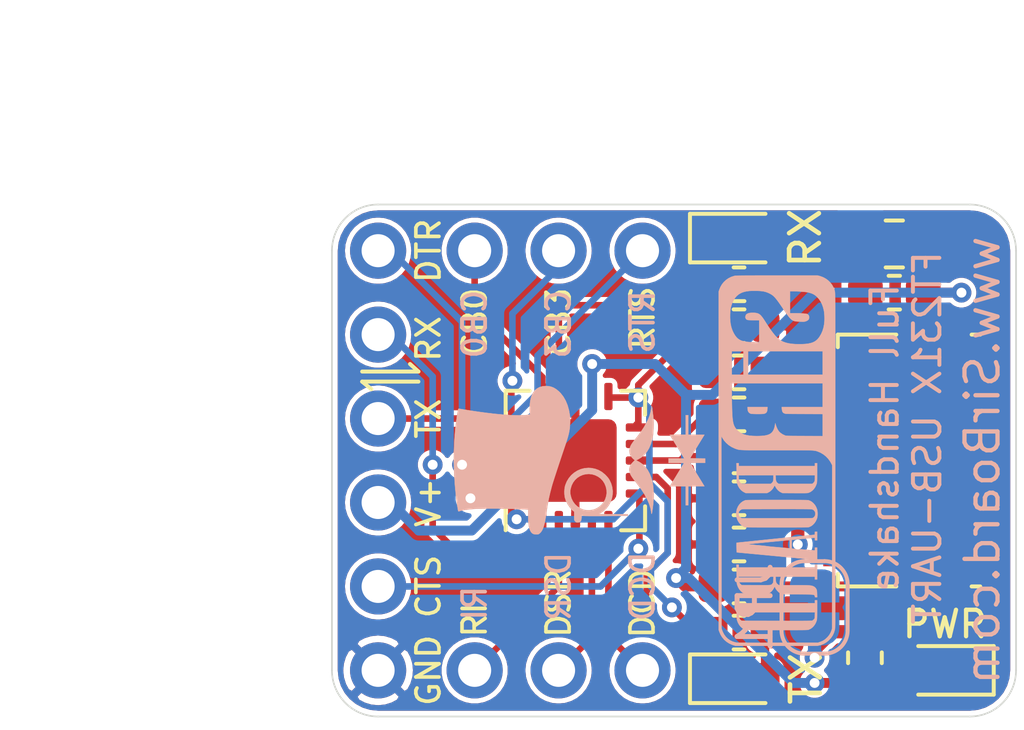
<source format=kicad_pcb>
(kicad_pcb (version 20171130) (host pcbnew "(5.1.2)-2")

  (general
    (thickness 1.6)
    (drawings 36)
    (tracks 146)
    (zones 0)
    (modules 23)
    (nets 26)
  )

  (page User 134.01 110.007)
  (title_block
    (title "USB to TTL Converter Based On The FT231XQ")
    (date 2019-07-16)
    (rev 1)
    (company SirBoard)
    (comment 1 www.SirBoard.com)
  )

  (layers
    (0 F.Cu signal)
    (31 B.Cu signal)
    (32 B.Adhes user hide)
    (33 F.Adhes user hide)
    (34 B.Paste user hide)
    (35 F.Paste user hide)
    (36 B.SilkS user)
    (37 F.SilkS user)
    (38 B.Mask user hide)
    (39 F.Mask user hide)
    (40 Dwgs.User user)
    (41 Cmts.User user hide)
    (42 Eco1.User user hide)
    (43 Eco2.User user hide)
    (44 Edge.Cuts user)
    (45 Margin user hide)
    (46 B.CrtYd user hide)
    (47 F.CrtYd user hide)
    (48 B.Fab user hide)
    (49 F.Fab user hide)
  )

  (setup
    (last_trace_width 0.127)
    (user_trace_width 0.15)
    (user_trace_width 0.2)
    (user_trace_width 0.25)
    (user_trace_width 0.3)
    (user_trace_width 0.4)
    (trace_clearance 0.127)
    (zone_clearance 0.15)
    (zone_45_only no)
    (trace_min 0.127)
    (via_size 0.6)
    (via_drill 0.3)
    (via_min_size 0.6)
    (via_min_drill 0.3)
    (uvia_size 0.45)
    (uvia_drill 0.2)
    (uvias_allowed no)
    (uvia_min_size 0.45)
    (uvia_min_drill 0.1)
    (edge_width 0.05)
    (segment_width 0.2)
    (pcb_text_width 0.3)
    (pcb_text_size 1.5 1.5)
    (mod_edge_width 0.12)
    (mod_text_size 1 1)
    (mod_text_width 0.15)
    (pad_size 1.7 1.7)
    (pad_drill 1)
    (pad_to_mask_clearance 0)
    (solder_mask_min_width 0.1)
    (aux_axis_origin 0 0)
    (visible_elements 7FFFFFFF)
    (pcbplotparams
      (layerselection 0x010f0_ffffffff)
      (usegerberextensions false)
      (usegerberattributes false)
      (usegerberadvancedattributes false)
      (creategerberjobfile false)
      (excludeedgelayer true)
      (linewidth 0.100000)
      (plotframeref false)
      (viasonmask false)
      (mode 1)
      (useauxorigin true)
      (hpglpennumber 1)
      (hpglpenspeed 20)
      (hpglpendiameter 15.000000)
      (psnegative false)
      (psa4output false)
      (plotreference true)
      (plotvalue false)
      (plotinvisibletext false)
      (padsonsilk false)
      (subtractmaskfromsilk false)
      (outputformat 1)
      (mirror false)
      (drillshape 0)
      (scaleselection 1)
      (outputdirectory "../../Gerbers/FT231X/"))
  )

  (net 0 "")
  (net 1 GND)
  (net 2 "Net-(C1-Pad1)")
  (net 3 "Net-(C6-Pad1)")
  (net 4 "Net-(J1-Pad4)")
  (net 5 /D+)
  (net 6 /D-)
  (net 7 /5V)
  (net 8 /TX)
  (net 9 /RX)
  (net 10 /uD+)
  (net 11 /uD-)
  (net 12 "Net-(FB1-Pad2)")
  (net 13 /DCD)
  (net 14 /DSR)
  (net 15 /RI)
  (net 16 /RTS)
  (net 17 /CB3)
  (net 18 /CB0)
  (net 19 /DTR)
  (net 20 /CTS)
  (net 21 /TXLED)
  (net 22 "Net-(R3-Pad2)")
  (net 23 "Net-(R5-Pad2)")
  (net 24 "Net-(PWR1-Pad2)")
  (net 25 /RXLED)

  (net_class Default "This is the default net class."
    (clearance 0.127)
    (trace_width 0.127)
    (via_dia 0.6)
    (via_drill 0.3)
    (uvia_dia 0.45)
    (uvia_drill 0.2)
    (add_net /5V)
    (add_net /CB0)
    (add_net /CB3)
    (add_net /CTS)
    (add_net /D+)
    (add_net /D-)
    (add_net /DCD)
    (add_net /DSR)
    (add_net /DTR)
    (add_net /RI)
    (add_net /RTS)
    (add_net /RX)
    (add_net /RXLED)
    (add_net /TX)
    (add_net /TXLED)
    (add_net /uD+)
    (add_net /uD-)
    (add_net GND)
    (add_net "Net-(C1-Pad1)")
    (add_net "Net-(C6-Pad1)")
    (add_net "Net-(FB1-Pad2)")
    (add_net "Net-(J1-Pad4)")
    (add_net "Net-(PWR1-Pad2)")
    (add_net "Net-(R3-Pad2)")
    (add_net "Net-(R5-Pad2)")
  )

  (module Capacitor_SMD:C_0603_1608Metric (layer F.Cu) (tedit 5B301BBE) (tstamp 5D279A49)
    (at 70.358 45.466 180)
    (descr "Capacitor SMD 0603 (1608 Metric), square (rectangular) end terminal, IPC_7351 nominal, (Body size source: http://www.tortai-tech.com/upload/download/2011102023233369053.pdf), generated with kicad-footprint-generator")
    (tags capacitor)
    (path /5D2AAFCC)
    (attr smd)
    (fp_text reference C1 (at 0 0 90) (layer F.SilkS) hide
      (effects (font (size 0.6 0.6) (thickness 0.12)))
    )
    (fp_text value 10nF (at 0 1.65) (layer F.Fab)
      (effects (font (size 1 1) (thickness 0.15)))
    )
    (fp_text user %R (at 0 0) (layer F.Fab)
      (effects (font (size 0.5 0.5) (thickness 0.08)))
    )
    (fp_line (start 1.48 0.73) (end -1.48 0.73) (layer F.CrtYd) (width 0.05))
    (fp_line (start 1.48 -0.73) (end 1.48 0.73) (layer F.CrtYd) (width 0.05))
    (fp_line (start -1.48 -0.73) (end 1.48 -0.73) (layer F.CrtYd) (width 0.05))
    (fp_line (start -1.48 0.73) (end -1.48 -0.73) (layer F.CrtYd) (width 0.05))
    (fp_line (start -0.162779 0.51) (end 0.162779 0.51) (layer F.SilkS) (width 0.12))
    (fp_line (start -0.162779 -0.51) (end 0.162779 -0.51) (layer F.SilkS) (width 0.12))
    (fp_line (start 0.8 0.4) (end -0.8 0.4) (layer F.Fab) (width 0.1))
    (fp_line (start 0.8 -0.4) (end 0.8 0.4) (layer F.Fab) (width 0.1))
    (fp_line (start -0.8 -0.4) (end 0.8 -0.4) (layer F.Fab) (width 0.1))
    (fp_line (start -0.8 0.4) (end -0.8 -0.4) (layer F.Fab) (width 0.1))
    (pad 2 smd roundrect (at 0.7875 0 180) (size 0.875 0.95) (layers F.Cu F.Paste F.Mask) (roundrect_rratio 0.25)
      (net 1 GND))
    (pad 1 smd roundrect (at -0.7875 0 180) (size 0.875 0.95) (layers F.Cu F.Paste F.Mask) (roundrect_rratio 0.25)
      (net 2 "Net-(C1-Pad1)"))
    (model ${KISYS3DMOD}/Capacitor_SMD.3dshapes/C_0603_1608Metric.wrl
      (at (xyz 0 0 0))
      (scale (xyz 1 1 1))
      (rotate (xyz 0 0 0))
    )
  )

  (module Capacitor_SMD:C_0603_1608Metric (layer F.Cu) (tedit 5B301BBE) (tstamp 5D279A6B)
    (at 70.358 44.069 180)
    (descr "Capacitor SMD 0603 (1608 Metric), square (rectangular) end terminal, IPC_7351 nominal, (Body size source: http://www.tortai-tech.com/upload/download/2011102023233369053.pdf), generated with kicad-footprint-generator")
    (tags capacitor)
    (path /5D297026)
    (attr smd)
    (fp_text reference C3 (at 0 0 90) (layer F.SilkS) hide
      (effects (font (size 0.6 0.6) (thickness 0.12)))
    )
    (fp_text value 47pF (at 0 1.65) (layer F.Fab)
      (effects (font (size 1 1) (thickness 0.15)))
    )
    (fp_text user %R (at 0 0) (layer F.Fab)
      (effects (font (size 0.5 0.5) (thickness 0.08)))
    )
    (fp_line (start 1.48 0.73) (end -1.48 0.73) (layer F.CrtYd) (width 0.05))
    (fp_line (start 1.48 -0.73) (end 1.48 0.73) (layer F.CrtYd) (width 0.05))
    (fp_line (start -1.48 -0.73) (end 1.48 -0.73) (layer F.CrtYd) (width 0.05))
    (fp_line (start -1.48 0.73) (end -1.48 -0.73) (layer F.CrtYd) (width 0.05))
    (fp_line (start -0.162779 0.51) (end 0.162779 0.51) (layer F.SilkS) (width 0.12))
    (fp_line (start -0.162779 -0.51) (end 0.162779 -0.51) (layer F.SilkS) (width 0.12))
    (fp_line (start 0.8 0.4) (end -0.8 0.4) (layer F.Fab) (width 0.1))
    (fp_line (start 0.8 -0.4) (end 0.8 0.4) (layer F.Fab) (width 0.1))
    (fp_line (start -0.8 -0.4) (end 0.8 -0.4) (layer F.Fab) (width 0.1))
    (fp_line (start -0.8 0.4) (end -0.8 -0.4) (layer F.Fab) (width 0.1))
    (pad 2 smd roundrect (at 0.7875 0 180) (size 0.875 0.95) (layers F.Cu F.Paste F.Mask) (roundrect_rratio 0.25)
      (net 1 GND))
    (pad 1 smd roundrect (at -0.7875 0 180) (size 0.875 0.95) (layers F.Cu F.Paste F.Mask) (roundrect_rratio 0.25)
      (net 6 /D-))
    (model ${KISYS3DMOD}/Capacitor_SMD.3dshapes/C_0603_1608Metric.wrl
      (at (xyz 0 0 0))
      (scale (xyz 1 1 1))
      (rotate (xyz 0 0 0))
    )
  )

  (module Capacitor_SMD:C_0603_1608Metric (layer F.Cu) (tedit 5B301BBE) (tstamp 5D279A5A)
    (at 70.358 40.259 180)
    (descr "Capacitor SMD 0603 (1608 Metric), square (rectangular) end terminal, IPC_7351 nominal, (Body size source: http://www.tortai-tech.com/upload/download/2011102023233369053.pdf), generated with kicad-footprint-generator")
    (tags capacitor)
    (path /5D2977A5)
    (attr smd)
    (fp_text reference C2 (at 0 0 90) (layer F.SilkS) hide
      (effects (font (size 0.6 0.6) (thickness 0.12)))
    )
    (fp_text value 47pF (at 0 1.65) (layer F.Fab)
      (effects (font (size 1 1) (thickness 0.15)))
    )
    (fp_text user %R (at 0 0) (layer F.Fab)
      (effects (font (size 0.5 0.5) (thickness 0.08)))
    )
    (fp_line (start 1.48 0.73) (end -1.48 0.73) (layer F.CrtYd) (width 0.05))
    (fp_line (start 1.48 -0.73) (end 1.48 0.73) (layer F.CrtYd) (width 0.05))
    (fp_line (start -1.48 -0.73) (end 1.48 -0.73) (layer F.CrtYd) (width 0.05))
    (fp_line (start -1.48 0.73) (end -1.48 -0.73) (layer F.CrtYd) (width 0.05))
    (fp_line (start -0.162779 0.51) (end 0.162779 0.51) (layer F.SilkS) (width 0.12))
    (fp_line (start -0.162779 -0.51) (end 0.162779 -0.51) (layer F.SilkS) (width 0.12))
    (fp_line (start 0.8 0.4) (end -0.8 0.4) (layer F.Fab) (width 0.1))
    (fp_line (start 0.8 -0.4) (end 0.8 0.4) (layer F.Fab) (width 0.1))
    (fp_line (start -0.8 -0.4) (end 0.8 -0.4) (layer F.Fab) (width 0.1))
    (fp_line (start -0.8 0.4) (end -0.8 -0.4) (layer F.Fab) (width 0.1))
    (pad 2 smd roundrect (at 0.7875 0 180) (size 0.875 0.95) (layers F.Cu F.Paste F.Mask) (roundrect_rratio 0.25)
      (net 1 GND))
    (pad 1 smd roundrect (at -0.7875 0 180) (size 0.875 0.95) (layers F.Cu F.Paste F.Mask) (roundrect_rratio 0.25)
      (net 5 /D+))
    (model ${KISYS3DMOD}/Capacitor_SMD.3dshapes/C_0603_1608Metric.wrl
      (at (xyz 0 0 0))
      (scale (xyz 1 1 1))
      (rotate (xyz 0 0 0))
    )
  )

  (module Capacitor_SMD:C_0603_1608Metric (layer F.Cu) (tedit 5B301BBE) (tstamp 5D279A9E)
    (at 70.358 38.862)
    (descr "Capacitor SMD 0603 (1608 Metric), square (rectangular) end terminal, IPC_7351 nominal, (Body size source: http://www.tortai-tech.com/upload/download/2011102023233369053.pdf), generated with kicad-footprint-generator")
    (tags capacitor)
    (path /5D2795EF)
    (attr smd)
    (fp_text reference C6 (at 0 0 270) (layer F.SilkS) hide
      (effects (font (size 0.6 0.6) (thickness 0.12)))
    )
    (fp_text value 100nF (at 0 1.65) (layer F.Fab)
      (effects (font (size 1 1) (thickness 0.15)))
    )
    (fp_text user %R (at 0 0) (layer F.Fab)
      (effects (font (size 0.5 0.5) (thickness 0.08)))
    )
    (fp_line (start 1.48 0.73) (end -1.48 0.73) (layer F.CrtYd) (width 0.05))
    (fp_line (start 1.48 -0.73) (end 1.48 0.73) (layer F.CrtYd) (width 0.05))
    (fp_line (start -1.48 -0.73) (end 1.48 -0.73) (layer F.CrtYd) (width 0.05))
    (fp_line (start -1.48 0.73) (end -1.48 -0.73) (layer F.CrtYd) (width 0.05))
    (fp_line (start -0.162779 0.51) (end 0.162779 0.51) (layer F.SilkS) (width 0.12))
    (fp_line (start -0.162779 -0.51) (end 0.162779 -0.51) (layer F.SilkS) (width 0.12))
    (fp_line (start 0.8 0.4) (end -0.8 0.4) (layer F.Fab) (width 0.1))
    (fp_line (start 0.8 -0.4) (end 0.8 0.4) (layer F.Fab) (width 0.1))
    (fp_line (start -0.8 -0.4) (end 0.8 -0.4) (layer F.Fab) (width 0.1))
    (fp_line (start -0.8 0.4) (end -0.8 -0.4) (layer F.Fab) (width 0.1))
    (pad 2 smd roundrect (at 0.7875 0) (size 0.875 0.95) (layers F.Cu F.Paste F.Mask) (roundrect_rratio 0.25)
      (net 1 GND))
    (pad 1 smd roundrect (at -0.7875 0) (size 0.875 0.95) (layers F.Cu F.Paste F.Mask) (roundrect_rratio 0.25)
      (net 3 "Net-(C6-Pad1)"))
    (model ${KISYS3DMOD}/Capacitor_SMD.3dshapes/C_0603_1608Metric.wrl
      (at (xyz 0 0 0))
      (scale (xyz 1 1 1))
      (rotate (xyz 0 0 0))
    )
  )

  (module Resistor_SMD:R_0603_1608Metric (layer F.Cu) (tedit 5B301BBD) (tstamp 5D279B75)
    (at 70.358 37.592)
    (descr "Resistor SMD 0603 (1608 Metric), square (rectangular) end terminal, IPC_7351 nominal, (Body size source: http://www.tortai-tech.com/upload/download/2011102023233369053.pdf), generated with kicad-footprint-generator")
    (tags resistor)
    (path /5D282FE6)
    (attr smd)
    (fp_text reference R3 (at 0 0 90) (layer F.SilkS) hide
      (effects (font (size 0.6 0.6) (thickness 0.12)))
    )
    (fp_text value 680E (at 0 1.65) (layer F.Fab)
      (effects (font (size 1 1) (thickness 0.15)))
    )
    (fp_text user %R (at 0 0) (layer F.Fab)
      (effects (font (size 0.5 0.5) (thickness 0.08)))
    )
    (fp_line (start 1.48 0.73) (end -1.48 0.73) (layer F.CrtYd) (width 0.05))
    (fp_line (start 1.48 -0.73) (end 1.48 0.73) (layer F.CrtYd) (width 0.05))
    (fp_line (start -1.48 -0.73) (end 1.48 -0.73) (layer F.CrtYd) (width 0.05))
    (fp_line (start -1.48 0.73) (end -1.48 -0.73) (layer F.CrtYd) (width 0.05))
    (fp_line (start -0.162779 0.51) (end 0.162779 0.51) (layer F.SilkS) (width 0.12))
    (fp_line (start -0.162779 -0.51) (end 0.162779 -0.51) (layer F.SilkS) (width 0.12))
    (fp_line (start 0.8 0.4) (end -0.8 0.4) (layer F.Fab) (width 0.1))
    (fp_line (start 0.8 -0.4) (end 0.8 0.4) (layer F.Fab) (width 0.1))
    (fp_line (start -0.8 -0.4) (end 0.8 -0.4) (layer F.Fab) (width 0.1))
    (fp_line (start -0.8 0.4) (end -0.8 -0.4) (layer F.Fab) (width 0.1))
    (pad 2 smd roundrect (at 0.7875 0) (size 0.875 0.95) (layers F.Cu F.Paste F.Mask) (roundrect_rratio 0.25)
      (net 22 "Net-(R3-Pad2)"))
    (pad 1 smd roundrect (at -0.7875 0) (size 0.875 0.95) (layers F.Cu F.Paste F.Mask) (roundrect_rratio 0.25)
      (net 3 "Net-(C6-Pad1)"))
    (model ${KISYS3DMOD}/Resistor_SMD.3dshapes/R_0603_1608Metric.wrl
      (at (xyz 0 0 0))
      (scale (xyz 1 1 1))
      (rotate (xyz 0 0 0))
    )
  )

  (module Resistor_SMD:R_0603_1608Metric (layer F.Cu) (tedit 5B301BBD) (tstamp 5D279B53)
    (at 70.358 41.529 180)
    (descr "Resistor SMD 0603 (1608 Metric), square (rectangular) end terminal, IPC_7351 nominal, (Body size source: http://www.tortai-tech.com/upload/download/2011102023233369053.pdf), generated with kicad-footprint-generator")
    (tags resistor)
    (path /5D293047)
    (attr smd)
    (fp_text reference R1 (at 0.0127 0 270) (layer F.SilkS) hide
      (effects (font (size 0.6 0.6) (thickness 0.12)))
    )
    (fp_text value 27e (at 0 1.65) (layer F.Fab)
      (effects (font (size 1 1) (thickness 0.15)))
    )
    (fp_text user %R (at 0 0) (layer F.Fab)
      (effects (font (size 0.5 0.5) (thickness 0.08)))
    )
    (fp_line (start 1.48 0.73) (end -1.48 0.73) (layer F.CrtYd) (width 0.05))
    (fp_line (start 1.48 -0.73) (end 1.48 0.73) (layer F.CrtYd) (width 0.05))
    (fp_line (start -1.48 -0.73) (end 1.48 -0.73) (layer F.CrtYd) (width 0.05))
    (fp_line (start -1.48 0.73) (end -1.48 -0.73) (layer F.CrtYd) (width 0.05))
    (fp_line (start -0.162779 0.51) (end 0.162779 0.51) (layer F.SilkS) (width 0.12))
    (fp_line (start -0.162779 -0.51) (end 0.162779 -0.51) (layer F.SilkS) (width 0.12))
    (fp_line (start 0.8 0.4) (end -0.8 0.4) (layer F.Fab) (width 0.1))
    (fp_line (start 0.8 -0.4) (end 0.8 0.4) (layer F.Fab) (width 0.1))
    (fp_line (start -0.8 -0.4) (end 0.8 -0.4) (layer F.Fab) (width 0.1))
    (fp_line (start -0.8 0.4) (end -0.8 -0.4) (layer F.Fab) (width 0.1))
    (pad 2 smd roundrect (at 0.7875 0 180) (size 0.875 0.95) (layers F.Cu F.Paste F.Mask) (roundrect_rratio 0.25)
      (net 10 /uD+))
    (pad 1 smd roundrect (at -0.7875 0 180) (size 0.875 0.95) (layers F.Cu F.Paste F.Mask) (roundrect_rratio 0.25)
      (net 5 /D+))
    (model ${KISYS3DMOD}/Resistor_SMD.3dshapes/R_0603_1608Metric.wrl
      (at (xyz 0 0 0))
      (scale (xyz 1 1 1))
      (rotate (xyz 0 0 0))
    )
  )

  (module Resistor_SMD:R_0603_1608Metric (layer F.Cu) (tedit 5B301BBD) (tstamp 5D279B64)
    (at 70.358 42.799)
    (descr "Resistor SMD 0603 (1608 Metric), square (rectangular) end terminal, IPC_7351 nominal, (Body size source: http://www.tortai-tech.com/upload/download/2011102023233369053.pdf), generated with kicad-footprint-generator")
    (tags resistor)
    (path /5D2957EB)
    (attr smd)
    (fp_text reference R2 (at -0.0127 0 90) (layer F.SilkS) hide
      (effects (font (size 0.6 0.6) (thickness 0.12)))
    )
    (fp_text value 27e (at 0 1.65) (layer F.Fab)
      (effects (font (size 1 1) (thickness 0.15)))
    )
    (fp_text user %R (at 0 0) (layer F.Fab)
      (effects (font (size 0.5 0.5) (thickness 0.08)))
    )
    (fp_line (start 1.48 0.73) (end -1.48 0.73) (layer F.CrtYd) (width 0.05))
    (fp_line (start 1.48 -0.73) (end 1.48 0.73) (layer F.CrtYd) (width 0.05))
    (fp_line (start -1.48 -0.73) (end 1.48 -0.73) (layer F.CrtYd) (width 0.05))
    (fp_line (start -1.48 0.73) (end -1.48 -0.73) (layer F.CrtYd) (width 0.05))
    (fp_line (start -0.162779 0.51) (end 0.162779 0.51) (layer F.SilkS) (width 0.12))
    (fp_line (start -0.162779 -0.51) (end 0.162779 -0.51) (layer F.SilkS) (width 0.12))
    (fp_line (start 0.8 0.4) (end -0.8 0.4) (layer F.Fab) (width 0.1))
    (fp_line (start 0.8 -0.4) (end 0.8 0.4) (layer F.Fab) (width 0.1))
    (fp_line (start -0.8 -0.4) (end 0.8 -0.4) (layer F.Fab) (width 0.1))
    (fp_line (start -0.8 0.4) (end -0.8 -0.4) (layer F.Fab) (width 0.1))
    (pad 2 smd roundrect (at 0.7875 0) (size 0.875 0.95) (layers F.Cu F.Paste F.Mask) (roundrect_rratio 0.25)
      (net 6 /D-))
    (pad 1 smd roundrect (at -0.7875 0) (size 0.875 0.95) (layers F.Cu F.Paste F.Mask) (roundrect_rratio 0.25)
      (net 11 /uD-))
    (model ${KISYS3DMOD}/Resistor_SMD.3dshapes/R_0603_1608Metric.wrl
      (at (xyz 0 0 0))
      (scale (xyz 1 1 1))
      (rotate (xyz 0 0 0))
    )
  )

  (module Resistor_SMD:R_0603_1608Metric (layer F.Cu) (tedit 5B301BBD) (tstamp 5D279B86)
    (at 70.358 46.736)
    (descr "Resistor SMD 0603 (1608 Metric), square (rectangular) end terminal, IPC_7351 nominal, (Body size source: http://www.tortai-tech.com/upload/download/2011102023233369053.pdf), generated with kicad-footprint-generator")
    (tags resistor)
    (path /5D279F68)
    (attr smd)
    (fp_text reference R4 (at 0 0 90) (layer F.SilkS) hide
      (effects (font (size 0.6 0.6) (thickness 0.12)))
    )
    (fp_text value 680E (at 0 1.65) (layer F.Fab)
      (effects (font (size 1 1) (thickness 0.15)))
    )
    (fp_text user %R (at 0 0) (layer F.Fab)
      (effects (font (size 0.5 0.5) (thickness 0.08)))
    )
    (fp_line (start 1.48 0.73) (end -1.48 0.73) (layer F.CrtYd) (width 0.05))
    (fp_line (start 1.48 -0.73) (end 1.48 0.73) (layer F.CrtYd) (width 0.05))
    (fp_line (start -1.48 -0.73) (end 1.48 -0.73) (layer F.CrtYd) (width 0.05))
    (fp_line (start -1.48 0.73) (end -1.48 -0.73) (layer F.CrtYd) (width 0.05))
    (fp_line (start -0.162779 0.51) (end 0.162779 0.51) (layer F.SilkS) (width 0.12))
    (fp_line (start -0.162779 -0.51) (end 0.162779 -0.51) (layer F.SilkS) (width 0.12))
    (fp_line (start 0.8 0.4) (end -0.8 0.4) (layer F.Fab) (width 0.1))
    (fp_line (start 0.8 -0.4) (end 0.8 0.4) (layer F.Fab) (width 0.1))
    (fp_line (start -0.8 -0.4) (end 0.8 -0.4) (layer F.Fab) (width 0.1))
    (fp_line (start -0.8 0.4) (end -0.8 -0.4) (layer F.Fab) (width 0.1))
    (pad 2 smd roundrect (at 0.7875 0) (size 0.875 0.95) (layers F.Cu F.Paste F.Mask) (roundrect_rratio 0.25)
      (net 24 "Net-(PWR1-Pad2)"))
    (pad 1 smd roundrect (at -0.7875 0) (size 0.875 0.95) (layers F.Cu F.Paste F.Mask) (roundrect_rratio 0.25)
      (net 7 /5V))
    (model ${KISYS3DMOD}/Resistor_SMD.3dshapes/R_0603_1608Metric.wrl
      (at (xyz 0 0 0))
      (scale (xyz 1 1 1))
      (rotate (xyz 0 0 0))
    )
  )

  (module Jumper:SolderJumper-2_P1.3mm_Bridged_RoundedPad1.0x1.5mm (layer B.Cu) (tedit 5DE7CCE0) (tstamp 5DE95C80)
    (at 72.644 47.371 270)
    (descr "SMD Solder Jumper, 1x1.5mm, rounded Pads, 0.3mm gap, bridged with 1 copper strip")
    (tags "solder jumper open")
    (path /5E33F873)
    (attr virtual)
    (fp_text reference JP1 (at 0 1.8 90) (layer B.SilkS)
      (effects (font (size 1 1) (thickness 0.15)) (justify mirror))
    )
    (fp_text value SolderJumper_2_Bridged (at 0 -1.9 90) (layer B.Fab)
      (effects (font (size 1 1) (thickness 0.15)) (justify mirror))
    )
    (fp_poly (pts (xy 0.25 0.2) (xy -0.25 0.2) (xy -0.25 -0.2) (xy 0.25 -0.2)) (layer B.Cu) (width 0))
    (fp_line (start 1.65 -1.25) (end -1.65 -1.25) (layer B.CrtYd) (width 0.05))
    (fp_line (start 1.65 -1.25) (end 1.65 1.25) (layer B.CrtYd) (width 0.05))
    (fp_line (start -1.65 1.25) (end -1.65 -1.25) (layer B.CrtYd) (width 0.05))
    (fp_line (start -1.65 1.25) (end 1.65 1.25) (layer B.CrtYd) (width 0.05))
    (fp_line (start -0.7 1) (end 0.7 1) (layer B.SilkS) (width 0.12))
    (fp_line (start 1.4 0.3) (end 1.4 -0.3) (layer B.SilkS) (width 0.12))
    (fp_line (start 0.7 -1) (end -0.7 -1) (layer B.SilkS) (width 0.12))
    (fp_line (start -1.4 -0.3) (end -1.4 0.3) (layer B.SilkS) (width 0.12))
    (fp_arc (start -0.7 0.3) (end -0.7 1) (angle 90) (layer B.SilkS) (width 0.12))
    (fp_arc (start -0.7 -0.3) (end -1.4 -0.3) (angle 90) (layer B.SilkS) (width 0.12))
    (fp_arc (start 0.7 -0.3) (end 0.7 -1) (angle 90) (layer B.SilkS) (width 0.12))
    (fp_arc (start 0.7 0.3) (end 1.4 0.3) (angle 90) (layer B.SilkS) (width 0.12))
    (fp_poly (pts (xy 0.25 0.2) (xy -0.25 0.2) (xy -0.25 -0.2) (xy 0.25 -0.2)) (layer B.Mask) (width 0))
    (pad 1 smd custom (at -0.65 0 270) (size 1 0.5) (layers B.Cu B.Mask)
      (net 2 "Net-(C1-Pad1)") (zone_connect 2)
      (options (clearance outline) (anchor rect))
      (primitives
        (gr_circle (center 0 -0.25) (end 0.5 -0.25) (width 0))
        (gr_circle (center 0 0.25) (end 0.5 0.25) (width 0))
        (gr_poly (pts
           (xy 0 0.75) (xy 0.5 0.75) (xy 0.5 -0.75) (xy 0 -0.75)) (width 0))
      ))
    (pad 2 smd custom (at 0.65 0 270) (size 1 0.5) (layers B.Cu B.Mask)
      (net 12 "Net-(FB1-Pad2)") (zone_connect 2)
      (options (clearance outline) (anchor rect))
      (primitives
        (gr_circle (center 0 -0.25) (end 0.5 -0.25) (width 0))
        (gr_circle (center 0 0.25) (end 0.5 0.25) (width 0))
        (gr_poly (pts
           (xy 0 0.75) (xy -0.5 0.75) (xy -0.5 -0.75) (xy 0 -0.75)) (width 0))
      ))
  )

  (module LED_SMD:LED_0603_1608Metric (layer F.Cu) (tedit 5B301BBE) (tstamp 5DE948E9)
    (at 70.358 49.53)
    (descr "LED SMD 0603 (1608 Metric), square (rectangular) end terminal, IPC_7351 nominal, (Body size source: http://www.tortai-tech.com/upload/download/2011102023233369053.pdf), generated with kicad-footprint-generator")
    (tags diode)
    (path /5E31B461)
    (attr smd)
    (fp_text reference TX (at 2.032 0 90) (layer F.SilkS)
      (effects (font (size 0.9 0.9) (thickness 0.14)))
    )
    (fp_text value GREEN (at 0 1.43) (layer F.Fab)
      (effects (font (size 1 1) (thickness 0.15)))
    )
    (fp_text user %R (at 0 0) (layer F.Fab)
      (effects (font (size 0.4 0.4) (thickness 0.06)))
    )
    (fp_line (start 1.48 0.73) (end -1.48 0.73) (layer F.CrtYd) (width 0.05))
    (fp_line (start 1.48 -0.73) (end 1.48 0.73) (layer F.CrtYd) (width 0.05))
    (fp_line (start -1.48 -0.73) (end 1.48 -0.73) (layer F.CrtYd) (width 0.05))
    (fp_line (start -1.48 0.73) (end -1.48 -0.73) (layer F.CrtYd) (width 0.05))
    (fp_line (start -1.485 0.735) (end 0.8 0.735) (layer F.SilkS) (width 0.12))
    (fp_line (start -1.485 -0.735) (end -1.485 0.735) (layer F.SilkS) (width 0.12))
    (fp_line (start 0.8 -0.735) (end -1.485 -0.735) (layer F.SilkS) (width 0.12))
    (fp_line (start 0.8 0.4) (end 0.8 -0.4) (layer F.Fab) (width 0.1))
    (fp_line (start -0.8 0.4) (end 0.8 0.4) (layer F.Fab) (width 0.1))
    (fp_line (start -0.8 -0.1) (end -0.8 0.4) (layer F.Fab) (width 0.1))
    (fp_line (start -0.5 -0.4) (end -0.8 -0.1) (layer F.Fab) (width 0.1))
    (fp_line (start 0.8 -0.4) (end -0.5 -0.4) (layer F.Fab) (width 0.1))
    (pad 2 smd roundrect (at 0.7875 0) (size 0.875 0.95) (layers F.Cu F.Paste F.Mask) (roundrect_rratio 0.25)
      (net 23 "Net-(R5-Pad2)"))
    (pad 1 smd roundrect (at -0.7875 0) (size 0.875 0.95) (layers F.Cu F.Paste F.Mask) (roundrect_rratio 0.25)
      (net 21 /TXLED))
    (model ${KISYS3DMOD}/LED_SMD.3dshapes/LED_0603_1608Metric.wrl
      (at (xyz 0 0 0))
      (scale (xyz 1 1 1))
      (rotate (xyz 0 0 0))
    )
  )

  (module LED_SMD:LED_0603_1608Metric (layer F.Cu) (tedit 5B301BBE) (tstamp 5DE948D6)
    (at 70.358 36.195)
    (descr "LED SMD 0603 (1608 Metric), square (rectangular) end terminal, IPC_7351 nominal, (Body size source: http://www.tortai-tech.com/upload/download/2011102023233369053.pdf), generated with kicad-footprint-generator")
    (tags diode)
    (path /5D282FEC)
    (attr smd)
    (fp_text reference RX (at 2.0065 0 90) (layer F.SilkS)
      (effects (font (size 0.9 0.9) (thickness 0.14)))
    )
    (fp_text value GREEN (at 0 1.43) (layer F.Fab)
      (effects (font (size 1 1) (thickness 0.15)))
    )
    (fp_text user %R (at 0 0) (layer F.Fab)
      (effects (font (size 0.4 0.4) (thickness 0.06)))
    )
    (fp_line (start 1.48 0.73) (end -1.48 0.73) (layer F.CrtYd) (width 0.05))
    (fp_line (start 1.48 -0.73) (end 1.48 0.73) (layer F.CrtYd) (width 0.05))
    (fp_line (start -1.48 -0.73) (end 1.48 -0.73) (layer F.CrtYd) (width 0.05))
    (fp_line (start -1.48 0.73) (end -1.48 -0.73) (layer F.CrtYd) (width 0.05))
    (fp_line (start -1.485 0.735) (end 0.8 0.735) (layer F.SilkS) (width 0.12))
    (fp_line (start -1.485 -0.735) (end -1.485 0.735) (layer F.SilkS) (width 0.12))
    (fp_line (start 0.8 -0.735) (end -1.485 -0.735) (layer F.SilkS) (width 0.12))
    (fp_line (start 0.8 0.4) (end 0.8 -0.4) (layer F.Fab) (width 0.1))
    (fp_line (start -0.8 0.4) (end 0.8 0.4) (layer F.Fab) (width 0.1))
    (fp_line (start -0.8 -0.1) (end -0.8 0.4) (layer F.Fab) (width 0.1))
    (fp_line (start -0.5 -0.4) (end -0.8 -0.1) (layer F.Fab) (width 0.1))
    (fp_line (start 0.8 -0.4) (end -0.5 -0.4) (layer F.Fab) (width 0.1))
    (pad 2 smd roundrect (at 0.7875 0) (size 0.875 0.95) (layers F.Cu F.Paste F.Mask) (roundrect_rratio 0.25)
      (net 22 "Net-(R3-Pad2)"))
    (pad 1 smd roundrect (at -0.7875 0) (size 0.875 0.95) (layers F.Cu F.Paste F.Mask) (roundrect_rratio 0.25)
      (net 25 /RXLED))
    (model ${KISYS3DMOD}/LED_SMD.3dshapes/LED_0603_1608Metric.wrl
      (at (xyz 0 0 0))
      (scale (xyz 1 1 1))
      (rotate (xyz 0 0 0))
    )
  )

  (module Resistor_SMD:R_0603_1608Metric (layer F.Cu) (tedit 5B301BBD) (tstamp 5DE948C3)
    (at 70.358 48.133)
    (descr "Resistor SMD 0603 (1608 Metric), square (rectangular) end terminal, IPC_7351 nominal, (Body size source: http://www.tortai-tech.com/upload/download/2011102023233369053.pdf), generated with kicad-footprint-generator")
    (tags resistor)
    (path /5E31B458)
    (attr smd)
    (fp_text reference R5 (at 0.014 0.05 90) (layer F.SilkS) hide
      (effects (font (size 0.6 0.6) (thickness 0.11)))
    )
    (fp_text value 680E (at 0 1.43) (layer F.Fab)
      (effects (font (size 1 1) (thickness 0.15)))
    )
    (fp_text user %R (at 0 0) (layer F.Fab)
      (effects (font (size 0.4 0.4) (thickness 0.06)))
    )
    (fp_line (start 1.48 0.73) (end -1.48 0.73) (layer F.CrtYd) (width 0.05))
    (fp_line (start 1.48 -0.73) (end 1.48 0.73) (layer F.CrtYd) (width 0.05))
    (fp_line (start -1.48 -0.73) (end 1.48 -0.73) (layer F.CrtYd) (width 0.05))
    (fp_line (start -1.48 0.73) (end -1.48 -0.73) (layer F.CrtYd) (width 0.05))
    (fp_line (start -0.162779 0.51) (end 0.162779 0.51) (layer F.SilkS) (width 0.12))
    (fp_line (start -0.162779 -0.51) (end 0.162779 -0.51) (layer F.SilkS) (width 0.12))
    (fp_line (start 0.8 0.4) (end -0.8 0.4) (layer F.Fab) (width 0.1))
    (fp_line (start 0.8 -0.4) (end 0.8 0.4) (layer F.Fab) (width 0.1))
    (fp_line (start -0.8 -0.4) (end 0.8 -0.4) (layer F.Fab) (width 0.1))
    (fp_line (start -0.8 0.4) (end -0.8 -0.4) (layer F.Fab) (width 0.1))
    (pad 2 smd roundrect (at 0.7875 0) (size 0.875 0.95) (layers F.Cu F.Paste F.Mask) (roundrect_rratio 0.25)
      (net 23 "Net-(R5-Pad2)"))
    (pad 1 smd roundrect (at -0.7875 0) (size 0.875 0.95) (layers F.Cu F.Paste F.Mask) (roundrect_rratio 0.25)
      (net 3 "Net-(C6-Pad1)"))
    (model ${KISYS3DMOD}/Resistor_SMD.3dshapes/R_0603_1608Metric.wrl
      (at (xyz 0 0 0))
      (scale (xyz 1 1 1))
      (rotate (xyz 0 0 0))
    )
  )

  (module LED_SMD:LED_0603_1608Metric (layer F.Cu) (tedit 5B301BBE) (tstamp 5DE94832)
    (at 76.581 49.276 180)
    (descr "LED SMD 0603 (1608 Metric), square (rectangular) end terminal, IPC_7351 nominal, (Body size source: http://www.tortai-tech.com/upload/download/2011102023233369053.pdf), generated with kicad-footprint-generator")
    (tags diode)
    (path /5D27B0C2)
    (attr smd)
    (fp_text reference PWR (at 0 1.397) (layer F.SilkS)
      (effects (font (size 0.8 0.8) (thickness 0.13)))
    )
    (fp_text value RED (at 0 1.43) (layer F.Fab)
      (effects (font (size 1 1) (thickness 0.15)))
    )
    (fp_text user %R (at 0 0) (layer F.Fab)
      (effects (font (size 0.4 0.4) (thickness 0.06)))
    )
    (fp_line (start 1.48 0.73) (end -1.48 0.73) (layer F.CrtYd) (width 0.05))
    (fp_line (start 1.48 -0.73) (end 1.48 0.73) (layer F.CrtYd) (width 0.05))
    (fp_line (start -1.48 -0.73) (end 1.48 -0.73) (layer F.CrtYd) (width 0.05))
    (fp_line (start -1.48 0.73) (end -1.48 -0.73) (layer F.CrtYd) (width 0.05))
    (fp_line (start -1.485 0.735) (end 0.8 0.735) (layer F.SilkS) (width 0.12))
    (fp_line (start -1.485 -0.735) (end -1.485 0.735) (layer F.SilkS) (width 0.12))
    (fp_line (start 0.8 -0.735) (end -1.485 -0.735) (layer F.SilkS) (width 0.12))
    (fp_line (start 0.8 0.4) (end 0.8 -0.4) (layer F.Fab) (width 0.1))
    (fp_line (start -0.8 0.4) (end 0.8 0.4) (layer F.Fab) (width 0.1))
    (fp_line (start -0.8 -0.1) (end -0.8 0.4) (layer F.Fab) (width 0.1))
    (fp_line (start -0.5 -0.4) (end -0.8 -0.1) (layer F.Fab) (width 0.1))
    (fp_line (start 0.8 -0.4) (end -0.5 -0.4) (layer F.Fab) (width 0.1))
    (pad 2 smd roundrect (at 0.7875 0 180) (size 0.875 0.95) (layers F.Cu F.Paste F.Mask) (roundrect_rratio 0.25)
      (net 24 "Net-(PWR1-Pad2)"))
    (pad 1 smd roundrect (at -0.7875 0 180) (size 0.875 0.95) (layers F.Cu F.Paste F.Mask) (roundrect_rratio 0.25)
      (net 1 GND))
    (model ${KISYS3DMOD}/LED_SMD.3dshapes/LED_0603_1608Metric.wrl
      (at (xyz 0 0 0))
      (scale (xyz 1 1 1))
      (rotate (xyz 0 0 0))
    )
  )

  (module Inductor_SMD:L_0603_1608Metric (layer F.Cu) (tedit 5B301BBE) (tstamp 5DE94759)
    (at 74.168 48.895 90)
    (descr "Inductor SMD 0603 (1608 Metric), square (rectangular) end terminal, IPC_7351 nominal, (Body size source: http://www.tortai-tech.com/upload/download/2011102023233369053.pdf), generated with kicad-footprint-generator")
    (tags inductor)
    (path /5D2B19BC)
    (attr smd)
    (fp_text reference FB1 (at 0 0) (layer F.SilkS) hide
      (effects (font (size 0.7 0.7) (thickness 0.12)))
    )
    (fp_text value 40E@100MHz (at 0 1.43 90) (layer F.Fab)
      (effects (font (size 1 1) (thickness 0.15)))
    )
    (fp_text user %R (at 0 0 90) (layer F.Fab)
      (effects (font (size 0.4 0.4) (thickness 0.06)))
    )
    (fp_line (start 1.48 0.73) (end -1.48 0.73) (layer F.CrtYd) (width 0.05))
    (fp_line (start 1.48 -0.73) (end 1.48 0.73) (layer F.CrtYd) (width 0.05))
    (fp_line (start -1.48 -0.73) (end 1.48 -0.73) (layer F.CrtYd) (width 0.05))
    (fp_line (start -1.48 0.73) (end -1.48 -0.73) (layer F.CrtYd) (width 0.05))
    (fp_line (start -0.162779 0.51) (end 0.162779 0.51) (layer F.SilkS) (width 0.12))
    (fp_line (start -0.162779 -0.51) (end 0.162779 -0.51) (layer F.SilkS) (width 0.12))
    (fp_line (start 0.8 0.4) (end -0.8 0.4) (layer F.Fab) (width 0.1))
    (fp_line (start 0.8 -0.4) (end 0.8 0.4) (layer F.Fab) (width 0.1))
    (fp_line (start -0.8 -0.4) (end 0.8 -0.4) (layer F.Fab) (width 0.1))
    (fp_line (start -0.8 0.4) (end -0.8 -0.4) (layer F.Fab) (width 0.1))
    (pad 2 smd roundrect (at 0.7875 0 90) (size 0.875 0.95) (layers F.Cu F.Paste F.Mask) (roundrect_rratio 0.25)
      (net 12 "Net-(FB1-Pad2)"))
    (pad 1 smd roundrect (at -0.7875 0 90) (size 0.875 0.95) (layers F.Cu F.Paste F.Mask) (roundrect_rratio 0.25)
      (net 7 /5V))
    (model ${KISYS3DMOD}/Inductor_SMD.3dshapes/L_0603_1608Metric.wrl
      (at (xyz 0 0 0))
      (scale (xyz 1 1 1))
      (rotate (xyz 0 0 0))
    )
  )

  (module Connector_PinHeader_2.54mm:PinHeader_1x06_P2.54mm_Vertical (layer B.Cu) (tedit 5D4738E1) (tstamp 5D2A6082)
    (at 59.436 49.276)
    (descr "Through hole straight pin header, 1x06, 2.54mm pitch, single row")
    (tags "Through hole pin header THT 1x06 2.54mm single row")
    (path /5D2E3C24)
    (fp_text reference J4 (at 4.385 2.27) (layer B.SilkS) hide
      (effects (font (size 1 1) (thickness 0.15)) (justify mirror))
    )
    (fp_text value Conn_01x06 (at 4.385 -14.97) (layer B.Fab)
      (effects (font (size 1 1) (thickness 0.15)) (justify mirror))
    )
    (fp_text user %R (at 2.77 -6.35 270) (layer B.Fab)
      (effects (font (size 1 1) (thickness 0.15)) (justify mirror))
    )
    (fp_line (start 1.8 1.8) (end -1.8 1.8) (layer B.CrtYd) (width 0.05))
    (fp_line (start 1.8 -14.5) (end 1.8 1.8) (layer B.CrtYd) (width 0.05))
    (fp_line (start -1.8 -14.5) (end 1.8 -14.5) (layer B.CrtYd) (width 0.05))
    (fp_line (start -1.8 1.8) (end -1.8 -14.5) (layer B.CrtYd) (width 0.05))
    (fp_line (start -1.27 0.635) (end -0.635 1.27) (layer B.Fab) (width 0.1))
    (fp_line (start -1.27 -13.97) (end -1.27 0.635) (layer B.Fab) (width 0.1))
    (fp_line (start 1.27 -13.97) (end -1.27 -13.97) (layer B.Fab) (width 0.1))
    (fp_line (start 1.27 1.27) (end 1.27 -13.97) (layer B.Fab) (width 0.1))
    (fp_line (start -0.635 1.27) (end 1.27 1.27) (layer B.Fab) (width 0.1))
    (pad 6 thru_hole oval (at 0 -12.7) (size 1.7 1.7) (drill 1) (layers *.Cu *.Mask)
      (net 19 /DTR))
    (pad 5 thru_hole oval (at 0 -10.16) (size 1.7 1.7) (drill 1) (layers *.Cu *.Mask)
      (net 9 /RX))
    (pad 4 thru_hole oval (at 0 -7.62) (size 1.7 1.7) (drill 1) (layers *.Cu *.Mask)
      (net 8 /TX))
    (pad 3 thru_hole oval (at 0 -5.08) (size 1.7 1.7) (drill 1) (layers *.Cu *.Mask)
      (net 7 /5V))
    (pad 2 thru_hole oval (at 0 -2.54) (size 1.7 1.7) (drill 1) (layers *.Cu *.Mask)
      (net 20 /CTS))
    (pad 1 thru_hole circle (at 0 0) (size 1.7 1.7) (drill 1) (layers *.Cu *.Mask)
      (net 1 GND))
    (model ${KISYS3DMOD}/Connector_PinHeader_2.54mm.3dshapes/PinHeader_1x06_P2.54mm_Vertical.wrl
      (at (xyz 0 0 0))
      (scale (xyz 1 1 1))
      (rotate (xyz 0 0 0))
    )
  )

  (module logo:SirBoard112x35 (layer B.Cu) (tedit 0) (tstamp 5D2AF793)
    (at 71.501 42.926 270)
    (fp_text reference G*** (at 0 0 270) (layer B.SilkS) hide
      (effects (font (size 1.524 1.524) (thickness 0.3)) (justify mirror))
    )
    (fp_text value LOGO (at 0.75 0 270) (layer B.SilkS) hide
      (effects (font (size 1.524 1.524) (thickness 0.3)) (justify mirror))
    )
    (fp_poly (pts (xy -1.525562 0.880297) (xy -1.481591 0.865137) (xy -1.447984 0.839985) (xy -1.424896 0.804933)
      (xy -1.418358 0.787232) (xy -1.414957 0.768138) (xy -1.412171 0.737274) (xy -1.410021 0.697373)
      (xy -1.40853 0.651164) (xy -1.407719 0.601382) (xy -1.40761 0.550757) (xy -1.408223 0.502022)
      (xy -1.409582 0.457909) (xy -1.411708 0.421149) (xy -1.414622 0.394475) (xy -1.415212 0.391062)
      (xy -1.426948 0.351789) (xy -1.446379 0.322478) (xy -1.474912 0.302106) (xy -1.513953 0.28965)
      (xy -1.5621 0.284216) (xy -1.618343 0.281492) (xy -1.618343 0.885371) (xy -1.579746 0.885371)
      (xy -1.525562 0.880297)) (layer B.SilkS) (width 0.01))
    (fp_poly (pts (xy 4.512129 1.217193) (xy 4.587168 1.216128) (xy 4.649164 1.215004) (xy 4.699587 1.213752)
      (xy 4.739908 1.2123) (xy 4.771597 1.21058) (xy 4.796124 1.20852) (xy 4.81496 1.20605)
      (xy 4.829577 1.2031) (xy 4.834539 1.201779) (xy 4.907443 1.174745) (xy 4.972611 1.138092)
      (xy 5.028665 1.093018) (xy 5.074225 1.040722) (xy 5.107913 0.982402) (xy 5.118723 0.954836)
      (xy 5.120497 0.948681) (xy 5.122089 0.94077) (xy 5.123511 0.930338) (xy 5.12477 0.916621)
      (xy 5.125877 0.898853) (xy 5.126842 0.876272) (xy 5.127673 0.848113) (xy 5.128381 0.813611)
      (xy 5.128976 0.772002) (xy 5.129467 0.722523) (xy 5.129863 0.664408) (xy 5.130174 0.596893)
      (xy 5.13041 0.519215) (xy 5.13058 0.430608) (xy 5.130695 0.33031) (xy 5.130763 0.217554)
      (xy 5.130795 0.091578) (xy 5.1308 -0.003785) (xy 5.130794 -0.138578) (xy 5.13077 -0.259633)
      (xy 5.130716 -0.367727) (xy 5.130621 -0.463635) (xy 5.130473 -0.548136) (xy 5.130261 -0.622005)
      (xy 5.129973 -0.686019) (xy 5.129599 -0.740955) (xy 5.129127 -0.787588) (xy 5.128546 -0.826696)
      (xy 5.127844 -0.859055) (xy 5.12701 -0.885442) (xy 5.126032 -0.906632) (xy 5.1249 -0.923404)
      (xy 5.123601 -0.936532) (xy 5.122125 -0.946794) (xy 5.120461 -0.954966) (xy 5.118596 -0.961825)
      (xy 5.116719 -0.96757) (xy 5.089587 -1.024997) (xy 5.050105 -1.078057) (xy 5.000177 -1.125126)
      (xy 4.941705 -1.164583) (xy 4.876593 -1.194805) (xy 4.834912 -1.207886) (xy 4.820998 -1.210891)
      (xy 4.803749 -1.213336) (xy 4.781662 -1.215274) (xy 4.753237 -1.216756) (xy 4.716973 -1.217836)
      (xy 4.671368 -1.218565) (xy 4.614922 -1.218997) (xy 4.546133 -1.219183) (xy 4.511081 -1.2192)
      (xy 4.230914 -1.2192) (xy 4.230914 -1.15507) (xy 4.593771 -1.15507) (xy 4.683838 -1.152664)
      (xy 4.72157 -1.151516) (xy 4.747917 -1.150017) (xy 4.766008 -1.147515) (xy 4.778967 -1.14336)
      (xy 4.789924 -1.136903) (xy 4.801003 -1.128304) (xy 4.820959 -1.108979) (xy 4.837889 -1.087374)
      (xy 4.841631 -1.081133) (xy 4.843481 -1.077291) (xy 4.845152 -1.072531) (xy 4.846651 -1.066144)
      (xy 4.847987 -1.05742) (xy 4.849167 -1.045649) (xy 4.850199 -1.030122) (xy 4.85109 -1.01013)
      (xy 4.851847 -0.984962) (xy 4.852479 -0.953911) (xy 4.852993 -0.916265) (xy 4.853397 -0.871316)
      (xy 4.853698 -0.818354) (xy 4.853904 -0.75667) (xy 4.854023 -0.685554) (xy 4.854062 -0.604296)
      (xy 4.854028 -0.512188) (xy 4.85393 -0.408519) (xy 4.853775 -0.292581) (xy 4.853571 -0.163664)
      (xy 4.853325 -0.021058) (xy 4.853281 0.003628) (xy 4.8514 1.063171) (xy 4.83086 1.09002)
      (xy 4.807114 1.114832) (xy 4.778037 1.132601) (xy 4.741103 1.144299) (xy 4.693784 1.1509)
      (xy 4.668735 1.152454) (xy 4.593771 1.155788) (xy 4.593771 -1.15507) (xy 4.230914 -1.15507)
      (xy 4.230914 -1.153886) (xy 4.318 -1.153886) (xy 4.318 1.153885) (xy 4.230914 1.153885)
      (xy 4.230914 1.220826) (xy 4.512129 1.217193)) (layer B.SilkS) (width 0.01))
    (fp_poly (pts (xy 3.430814 1.217193) (xy 3.505854 1.216128) (xy 3.56785 1.215004) (xy 3.618273 1.213752)
      (xy 3.658594 1.2123) (xy 3.690282 1.21058) (xy 3.71481 1.20852) (xy 3.733646 1.20605)
      (xy 3.748263 1.2031) (xy 3.753225 1.201779) (xy 3.826235 1.174716) (xy 3.891421 1.138058)
      (xy 3.947434 1.092982) (xy 3.992924 1.040666) (xy 4.026542 0.98229) (xy 4.037836 0.953162)
      (xy 4.040869 0.94273) (xy 4.043342 0.930607) (xy 4.045298 0.915361) (xy 4.046777 0.89556)
      (xy 4.047823 0.869772) (xy 4.048476 0.836565) (xy 4.048779 0.794506) (xy 4.048774 0.742164)
      (xy 4.048503 0.678106) (xy 4.048035 0.604819) (xy 4.045857 0.293914) (xy 4.022319 0.245805)
      (xy 3.993743 0.200382) (xy 3.954739 0.156779) (xy 3.909252 0.11882) (xy 3.862369 0.090864)
      (xy 3.839869 0.079511) (xy 3.823704 0.070078) (xy 3.817265 0.064553) (xy 3.817257 0.064458)
      (xy 3.823334 0.058891) (xy 3.838048 0.052233) (xy 3.838943 0.051917) (xy 3.874004 0.035129)
      (xy 3.912415 0.009319) (xy 3.949979 -0.022138) (xy 3.982501 -0.055863) (xy 3.998135 -0.0762)
      (xy 4.007455 -0.089691) (xy 4.015474 -0.101647) (xy 4.022299 -0.113219) (xy 4.028035 -0.125559)
      (xy 4.032789 -0.139817) (xy 4.036665 -0.157145) (xy 4.03977 -0.178693) (xy 4.042209 -0.205615)
      (xy 4.044088 -0.239059) (xy 4.045514 -0.280179) (xy 4.046591 -0.330124) (xy 4.047426 -0.390047)
      (xy 4.048124 -0.461098) (xy 4.048792 -0.544429) (xy 4.049486 -0.635) (xy 4.050242 -0.730678)
      (xy 4.050954 -0.812918) (xy 4.051699 -0.882797) (xy 4.052551 -0.94139) (xy 4.053585 -0.989774)
      (xy 4.054877 -1.029023) (xy 4.056502 -1.060216) (xy 4.058536 -1.084427) (xy 4.061053 -1.102733)
      (xy 4.06413 -1.11621) (xy 4.06784 -1.125934) (xy 4.072261 -1.13298) (xy 4.077466 -1.138426)
      (xy 4.083531 -1.143346) (xy 4.085142 -1.144584) (xy 4.101021 -1.151411) (xy 4.116614 -1.153655)
      (xy 4.128813 -1.1549) (xy 4.134651 -1.160871) (xy 4.136455 -1.17548) (xy 4.136571 -1.187224)
      (xy 4.136571 -1.220561) (xy 4.033157 -1.217579) (xy 3.989456 -1.215991) (xy 3.957234 -1.213861)
      (xy 3.933455 -1.21078) (xy 3.915084 -1.206339) (xy 3.899085 -1.200126) (xy 3.897086 -1.199197)
      (xy 3.855555 -1.173032) (xy 3.823431 -1.137693) (xy 3.800158 -1.092246) (xy 3.785182 -1.035754)
      (xy 3.780621 -1.002985) (xy 3.779409 -0.98421) (xy 3.778264 -0.952428) (xy 3.777207 -0.909147)
      (xy 3.776257 -0.855875) (xy 3.775435 -0.794121) (xy 3.774762 -0.725391) (xy 3.774259 -0.651194)
      (xy 3.773945 -0.573037) (xy 3.773843 -0.503978) (xy 3.773714 -0.068156) (xy 3.752766 -0.035124)
      (xy 3.731914 -0.008638) (xy 3.706346 0.0106) (xy 3.673594 0.023635) (xy 3.631192 0.031511)
      (xy 3.587421 0.034854) (xy 3.512457 0.038188) (xy 3.512457 -1.153886) (xy 3.599543 -1.153886)
      (xy 3.599543 -1.2192) (xy 3.1496 -1.2192) (xy 3.1496 -1.153886) (xy 3.236686 -1.153886)
      (xy 3.236686 0.100416) (xy 3.512457 0.100416) (xy 3.602524 0.102822) (xy 3.640256 0.10397)
      (xy 3.666603 0.105469) (xy 3.684693 0.107971) (xy 3.697653 0.112126) (xy 3.708609 0.118583)
      (xy 3.719689 0.127182) (xy 3.730675 0.135901) (xy 3.740076 0.143671) (xy 3.748009 0.15163)
      (xy 3.754592 0.160921) (xy 3.759945 0.172684) (xy 3.764185 0.18806) (xy 3.767431 0.20819)
      (xy 3.769802 0.234214) (xy 3.771415 0.267274) (xy 3.772389 0.30851) (xy 3.772843 0.359063)
      (xy 3.772895 0.420075) (xy 3.772664 0.492685) (xy 3.772267 0.578034) (xy 3.772019 0.631371)
      (xy 3.770086 1.063171) (xy 3.749546 1.09002) (xy 3.725799 1.114832) (xy 3.696723 1.132601)
      (xy 3.659789 1.144299) (xy 3.61247 1.1509) (xy 3.587421 1.152454) (xy 3.512457 1.155788)
      (xy 3.512457 0.100416) (xy 3.236686 0.100416) (xy 3.236686 1.153885) (xy 3.1496 1.153885)
      (xy 3.1496 1.220826) (xy 3.430814 1.217193)) (layer B.SilkS) (width 0.01))
    (fp_poly (pts (xy 2.577941 1.21992) (xy 2.616453 1.219519) (xy 2.656135 1.218798) (xy 2.694339 1.217805)
      (xy 2.728419 1.216587) (xy 2.755728 1.215192) (xy 2.773619 1.213666) (xy 2.779486 1.21218)
      (xy 2.780161 1.203823) (xy 2.782126 1.181953) (xy 2.785294 1.147507) (xy 2.789574 1.10142)
      (xy 2.794879 1.044627) (xy 2.801119 0.978066) (xy 2.808206 0.902672) (xy 2.81605 0.81938)
      (xy 2.824563 0.729128) (xy 2.833655 0.63285) (xy 2.843239 0.531482) (xy 2.853226 0.425961)
      (xy 2.863525 0.317222) (xy 2.874049 0.206202) (xy 2.884709 0.093835) (xy 2.895416 -0.018941)
      (xy 2.906081 -0.131191) (xy 2.916615 -0.241979) (xy 2.926929 -0.35037) (xy 2.936935 -0.455426)
      (xy 2.946543 -0.556213) (xy 2.955665 -0.651794) (xy 2.964212 -0.741234) (xy 2.972095 -0.823597)
      (xy 2.979226 -0.897946) (xy 2.985515 -0.963346) (xy 2.990873 -1.01886) (xy 2.995212 -1.063554)
      (xy 2.998444 -1.096491) (xy 3.000478 -1.116734) (xy 3.001167 -1.123043) (xy 3.005346 -1.153886)
      (xy 3.084286 -1.153886) (xy 3.084286 -1.2192) (xy 2.634343 -1.2192) (xy 2.634343 -1.153886)
      (xy 2.677886 -1.153886) (xy 2.701989 -1.153585) (xy 2.714998 -1.151575) (xy 2.720336 -1.146199)
      (xy 2.721421 -1.135799) (xy 2.721429 -1.132777) (xy 2.72078 -1.121257) (xy 2.718924 -1.096878)
      (xy 2.715999 -1.061233) (xy 2.712141 -1.015916) (xy 2.707487 -0.962518) (xy 2.702174 -0.902634)
      (xy 2.696338 -0.837857) (xy 2.6924 -0.794657) (xy 2.686317 -0.727916) (xy 2.680666 -0.665328)
      (xy 2.675584 -0.608438) (xy 2.671206 -0.558796) (xy 2.667668 -0.517946) (xy 2.665106 -0.487438)
      (xy 2.663654 -0.468816) (xy 2.663371 -0.463795) (xy 2.662614 -0.458866) (xy 2.659031 -0.455267)
      (xy 2.650658 -0.452792) (xy 2.635529 -0.451229) (xy 2.61168 -0.450373) (xy 2.577145 -0.450014)
      (xy 2.532743 -0.449943) (xy 2.491014 -0.45018) (xy 2.4548 -0.450836) (xy 2.426392 -0.451835)
      (xy 2.408078 -0.453096) (xy 2.402114 -0.454435) (xy 2.40142 -0.46236) (xy 2.399434 -0.48327)
      (xy 2.396297 -0.515709) (xy 2.392152 -0.558221) (xy 2.387142 -0.609347) (xy 2.381409 -0.667631)
      (xy 2.375095 -0.731616) (xy 2.369457 -0.788596) (xy 2.362737 -0.856818) (xy 2.356483 -0.921045)
      (xy 2.350839 -0.979743) (xy 2.34595 -1.031375) (xy 2.34196 -1.074405) (xy 2.339014 -1.107299)
      (xy 2.337255 -1.128521) (xy 2.3368 -1.136075) (xy 2.337881 -1.14628) (xy 2.34349 -1.151593)
      (xy 2.357174 -1.153599) (xy 2.376714 -1.153886) (xy 2.416629 -1.153886) (xy 2.416629 -1.2192)
      (xy 2.155371 -1.2192) (xy 2.155371 -1.154579) (xy 2.200463 -1.152418) (xy 2.245554 -1.150257)
      (xy 2.324519 -0.379186) (xy 2.409167 -0.379186) (xy 2.41034 -0.383817) (xy 2.415017 -0.387169)
      (xy 2.425194 -0.389446) (xy 2.442868 -0.390851) (xy 2.470035 -0.391588) (xy 2.508691 -0.391861)
      (xy 2.533742 -0.391886) (xy 2.658113 -0.391886) (xy 2.653901 -0.353786) (xy 2.65238 -0.338493)
      (xy 2.649766 -0.310463) (xy 2.646212 -0.271418) (xy 2.641873 -0.223081) (xy 2.636903 -0.167176)
      (xy 2.631456 -0.105425) (xy 2.625688 -0.039551) (xy 2.622558 -0.003629) (xy 2.616742 0.062144)
      (xy 2.611139 0.123366) (xy 2.605901 0.17854) (xy 2.601179 0.22617) (xy 2.597122 0.264759)
      (xy 2.593883 0.29281) (xy 2.591611 0.308825) (xy 2.590752 0.312057) (xy 2.58912 0.31985)
      (xy 2.586447 0.340538) (xy 2.582894 0.372553) (xy 2.578619 0.414325) (xy 2.573782 0.464285)
      (xy 2.568541 0.520863) (xy 2.563056 0.582491) (xy 2.561491 0.600528) (xy 2.555987 0.663119)
      (xy 2.550707 0.720952) (xy 2.545807 0.772486) (xy 2.541441 0.816176) (xy 2.537765 0.850481)
      (xy 2.534935 0.873857) (xy 2.533106 0.884762) (xy 2.532783 0.885371) (xy 2.531636 0.878357)
      (xy 2.529242 0.858153) (xy 2.525725 0.826022) (xy 2.521207 0.783224) (xy 2.515813 0.73102)
      (xy 2.509666 0.67067) (xy 2.502888 0.603436) (xy 2.495603 0.530578) (xy 2.487934 0.453357)
      (xy 2.480005 0.373034) (xy 2.471938 0.29087) (xy 2.463858 0.208125) (xy 2.455886 0.126061)
      (xy 2.448147 0.045938) (xy 2.440764 -0.030983) (xy 2.43386 -0.10344) (xy 2.427558 -0.170175)
      (xy 2.421982 -0.229924) (xy 2.417254 -0.281428) (xy 2.413498 -0.323426) (xy 2.410837 -0.354657)
      (xy 2.409395 -0.37386) (xy 2.409167 -0.379186) (xy 2.324519 -0.379186) (xy 2.366697 0.032657)
      (xy 2.379966 0.162193) (xy 2.392836 0.287785) (xy 2.405231 0.408677) (xy 2.417072 0.52411)
      (xy 2.428281 0.63333) (xy 2.438781 0.735579) (xy 2.448493 0.8301) (xy 2.457341 0.916138)
      (xy 2.465246 0.992934) (xy 2.47213 1.059734) (xy 2.477915 1.115779) (xy 2.482525 1.160314)
      (xy 2.48588 1.192582) (xy 2.487903 1.211826) (xy 2.48852 1.217385) (xy 2.495887 1.218735)
      (xy 2.515011 1.219576) (xy 2.543245 1.219955) (xy 2.577941 1.21992)) (layer B.SilkS) (width 0.01))
    (fp_poly (pts (xy 0.361043 1.217193) (xy 0.43385 1.216219) (xy 0.493755 1.215243) (xy 0.542371 1.214177)
      (xy 0.581308 1.212935) (xy 0.612181 1.211431) (xy 0.6366 1.209577) (xy 0.656179 1.207287)
      (xy 0.672528 1.204474) (xy 0.687261 1.201052) (xy 0.69379 1.19929) (xy 0.765952 1.172679)
      (xy 0.830815 1.135681) (xy 0.88672 1.089579) (xy 0.93201 1.035656) (xy 0.95488 0.997201)
      (xy 0.983343 0.941114) (xy 0.983343 0.293914) (xy 0.959805 0.245805) (xy 0.931229 0.200382)
      (xy 0.892225 0.156779) (xy 0.846738 0.11882) (xy 0.799854 0.090864) (xy 0.777386 0.079671)
      (xy 0.761246 0.070632) (xy 0.754812 0.065645) (xy 0.754804 0.065563) (xy 0.760769 0.060565)
      (xy 0.776481 0.050898) (xy 0.798763 0.038498) (xy 0.802921 0.036285) (xy 0.857587 0.000984)
      (xy 0.905439 -0.042591) (xy 0.94349 -0.091449) (xy 0.959773 -0.120776) (xy 0.983343 -0.170543)
      (xy 0.985408 -0.547102) (xy 0.985832 -0.631973) (xy 0.986078 -0.7036) (xy 0.986115 -0.76325)
      (xy 0.985912 -0.812191) (xy 0.985438 -0.851693) (xy 0.984663 -0.883023) (xy 0.983556 -0.90745)
      (xy 0.982087 -0.926242) (xy 0.980226 -0.940667) (xy 0.977941 -0.951995) (xy 0.975443 -0.960759)
      (xy 0.948888 -1.019843) (xy 0.90991 -1.074162) (xy 0.860222 -1.122232) (xy 0.801539 -1.162569)
      (xy 0.735575 -1.193687) (xy 0.689533 -1.208287) (xy 0.67573 -1.211191) (xy 0.657961 -1.213557)
      (xy 0.634779 -1.215435) (xy 0.604736 -1.216872) (xy 0.566387 -1.217919) (xy 0.518284 -1.218622)
      (xy 0.45898 -1.21903) (xy 0.387029 -1.219192) (xy 0.363624 -1.2192) (xy 0.079829 -1.2192)
      (xy 0.079829 -1.153886) (xy 0.166914 -1.153886) (xy 0.442686 -1.153886) (xy 0.523852 -1.153886)
      (xy 0.562559 -1.153408) (xy 0.590445 -1.151649) (xy 0.611181 -1.14812) (xy 0.628439 -1.142334)
      (xy 0.635755 -1.139006) (xy 0.660177 -1.123253) (xy 0.682565 -1.102655) (xy 0.687031 -1.097278)
      (xy 0.707571 -1.070429) (xy 0.707571 -0.060626) (xy 0.688093 -0.031192) (xy 0.667207 -0.00615)
      (xy 0.641034 0.012102) (xy 0.607231 0.02449) (xy 0.563454 0.031944) (xy 0.521105 0.034919)
      (xy 0.442686 0.03815) (xy 0.442686 -1.153886) (xy 0.166914 -1.153886) (xy 0.166914 0.1016)
      (xy 0.442686 0.1016) (xy 0.523852 0.1016) (xy 0.562559 0.102078) (xy 0.590445 0.103837)
      (xy 0.611181 0.107365) (xy 0.628439 0.113152) (xy 0.635755 0.116479) (xy 0.660177 0.132232)
      (xy 0.682565 0.152831) (xy 0.687031 0.158208) (xy 0.707571 0.185057) (xy 0.707571 1.056974)
      (xy 0.688093 1.086408) (xy 0.667207 1.11145) (xy 0.641034 1.129702) (xy 0.607231 1.14209)
      (xy 0.563454 1.149544) (xy 0.521105 1.152519) (xy 0.442686 1.15575) (xy 0.442686 0.1016)
      (xy 0.166914 0.1016) (xy 0.166914 1.153885) (xy 0.079829 1.153885) (xy 0.079829 1.220724)
      (xy 0.361043 1.217193)) (layer B.SilkS) (width 0.01))
    (fp_poly (pts (xy 1.65475 1.225374) (xy 1.709175 1.218756) (xy 1.735944 1.212555) (xy 1.804872 1.18674)
      (xy 1.867504 1.151205) (xy 1.92206 1.10749) (xy 1.966761 1.057133) (xy 1.99983 1.001675)
      (xy 2.010662 0.974827) (xy 2.012703 0.968536) (xy 2.014537 0.961639) (xy 2.016174 0.953366)
      (xy 2.017627 0.942948) (xy 2.018906 0.929613) (xy 2.020021 0.912593) (xy 2.020985 0.891117)
      (xy 2.021808 0.864416) (xy 2.022502 0.83172) (xy 2.023077 0.792258) (xy 2.023544 0.745261)
      (xy 2.023915 0.689959) (xy 2.024201 0.625582) (xy 2.024412 0.55136) (xy 2.02456 0.466524)
      (xy 2.024656 0.370303) (xy 2.024711 0.261927) (xy 2.024737 0.140627) (xy 2.024743 0.005632)
      (xy 2.024743 -0.003629) (xy 2.024737 -0.13954) (xy 2.024714 -0.261706) (xy 2.024661 -0.370898)
      (xy 2.024568 -0.467885) (xy 2.024424 -0.553438) (xy 2.024217 -0.628326) (xy 2.023936 -0.693319)
      (xy 2.023571 -0.749187) (xy 2.02311 -0.7967) (xy 2.022543 -0.836628) (xy 2.021857 -0.86974)
      (xy 2.021043 -0.896808) (xy 2.020088 -0.918599) (xy 2.018983 -0.935885) (xy 2.017715 -0.949436)
      (xy 2.016274 -0.96002) (xy 2.014649 -0.968409) (xy 2.012828 -0.975372) (xy 2.010801 -0.981679)
      (xy 2.010662 -0.982084) (xy 1.98353 -1.039511) (xy 1.944048 -1.092571) (xy 1.89412 -1.139641)
      (xy 1.835648 -1.179098) (xy 1.770536 -1.209319) (xy 1.728855 -1.2224) (xy 1.689662 -1.229317)
      (xy 1.642082 -1.232841) (xy 1.591181 -1.233028) (xy 1.542024 -1.229934) (xy 1.499676 -1.223615)
      (xy 1.484086 -1.219702) (xy 1.413537 -1.193355) (xy 1.352924 -1.158697) (xy 1.299178 -1.113869)
      (xy 1.284283 -1.098534) (xy 1.252249 -1.060677) (xy 1.229064 -1.024125) (xy 1.211054 -0.982851)
      (xy 1.207393 -0.972457) (xy 1.205413 -0.966175) (xy 1.203634 -0.95906) (xy 1.202046 -0.950339)
      (xy 1.200639 -0.939241) (xy 1.199402 -0.924992) (xy 1.198322 -0.906821) (xy 1.197391 -0.883955)
      (xy 1.196597 -0.855622) (xy 1.195929 -0.821049) (xy 1.195376 -0.779464) (xy 1.194927 -0.730096)
      (xy 1.194573 -0.67217) (xy 1.194301 -0.604915) (xy 1.194101 -0.52756) (xy 1.193962 -0.43933)
      (xy 1.193873 -0.339454) (xy 1.193853 -0.292252) (xy 1.467265 -0.292252) (xy 1.467275 -0.428578)
      (xy 1.467413 -0.551933) (xy 1.467679 -0.662144) (xy 1.468073 -0.75904) (xy 1.468593 -0.842449)
      (xy 1.469237 -0.912199) (xy 1.470007 -0.96812) (xy 1.4709 -1.010038) (xy 1.471915 -1.037782)
      (xy 1.473028 -1.05105) (xy 1.480657 -1.078544) (xy 1.491854 -1.104054) (xy 1.498214 -1.114111)
      (xy 1.528546 -1.142646) (xy 1.565945 -1.160584) (xy 1.607059 -1.167434) (xy 1.648536 -1.162703)
      (xy 1.687025 -1.1459) (xy 1.692015 -1.142534) (xy 1.713059 -1.124355) (xy 1.730736 -1.103611)
      (xy 1.735521 -1.095942) (xy 1.737358 -1.092061) (xy 1.73902 -1.087196) (xy 1.740516 -1.080638)
      (xy 1.741854 -1.071678) (xy 1.743043 -1.059609) (xy 1.744092 -1.043723) (xy 1.74501 -1.023311)
      (xy 1.745805 -0.997665) (xy 1.746487 -0.966078) (xy 1.747063 -0.927841) (xy 1.747543 -0.882246)
      (xy 1.747935 -0.828585) (xy 1.748249 -0.76615) (xy 1.748492 -0.694233) (xy 1.748674 -0.612125)
      (xy 1.748804 -0.519118) (xy 1.74889 -0.414506) (xy 1.74894 -0.297578) (xy 1.748965 -0.167627)
      (xy 1.748971 -0.023946) (xy 1.748971 1.05496) (xy 1.733578 1.086759) (xy 1.71024 1.121258)
      (xy 1.678898 1.144096) (xy 1.638767 1.155726) (xy 1.611086 1.157514) (xy 1.566099 1.15247)
      (xy 1.530334 1.136747) (xy 1.502302 1.109458) (xy 1.486779 1.083607) (xy 1.469571 1.048657)
      (xy 1.467635 0.018628) (xy 1.467385 -0.143126) (xy 1.467265 -0.292252) (xy 1.193853 -0.292252)
      (xy 1.193824 -0.22716) (xy 1.193803 -0.101676) (xy 1.1938 -0.003629) (xy 1.193806 0.131692)
      (xy 1.193832 0.25327) (xy 1.193889 0.36188) (xy 1.193988 0.458294) (xy 1.19414 0.543283)
      (xy 1.194356 0.617622) (xy 1.194646 0.682082) (xy 1.195022 0.737436) (xy 1.195496 0.784457)
      (xy 1.196076 0.823918) (xy 1.196776 0.856591) (xy 1.197605 0.883248) (xy 1.198575 0.904663)
      (xy 1.199697 0.921607) (xy 1.200982 0.934855) (xy 1.20244 0.945177) (xy 1.204083 0.953347)
      (xy 1.205922 0.960138) (xy 1.207576 0.9652) (xy 1.236632 1.02764) (xy 1.277925 1.084046)
      (xy 1.329966 1.133104) (xy 1.391267 1.173501) (xy 1.460339 1.203924) (xy 1.487766 1.212445)
      (xy 1.538307 1.222216) (xy 1.595881 1.226527) (xy 1.65475 1.225374)) (layer B.SilkS) (width 0.01))
    (fp_poly (pts (xy 5.177971 1.74004) (xy 5.267255 1.702178) (xy 5.348157 1.652743) (xy 5.419973 1.592476)
      (xy 5.482 1.52212) (xy 5.533534 1.442418) (xy 5.573872 1.354112) (xy 5.590245 1.304848)
      (xy 5.605752 1.251857) (xy 5.607961 0.029028) (xy 5.608245 -0.149716) (xy 5.608421 -0.314153)
      (xy 5.608491 -0.46449) (xy 5.608452 -0.600934) (xy 5.608305 -0.723691) (xy 5.608047 -0.83297)
      (xy 5.607679 -0.928975) (xy 5.607199 -1.011915) (xy 5.606606 -1.081996) (xy 5.605899 -1.139425)
      (xy 5.605079 -1.184409) (xy 5.604142 -1.217155) (xy 5.60309 -1.23787) (xy 5.602404 -1.2446)
      (xy 5.581368 -1.334731) (xy 5.546753 -1.420426) (xy 5.499104 -1.500593) (xy 5.438966 -1.574138)
      (xy 5.437067 -1.576135) (xy 5.367737 -1.639813) (xy 5.293674 -1.690182) (xy 5.21337 -1.72808)
      (xy 5.125322 -1.75435) (xy 5.113127 -1.756975) (xy 5.108625 -1.757848) (xy 5.103554 -1.758683)
      (xy 5.097591 -1.759481) (xy 5.090416 -1.760241) (xy 5.081706 -1.760966) (xy 5.071139 -1.761656)
      (xy 5.058395 -1.762311) (xy 5.04315 -1.762934) (xy 5.025084 -1.763523) (xy 5.003875 -1.764081)
      (xy 4.9792 -1.764608) (xy 4.950738 -1.765105) (xy 4.918168 -1.765572) (xy 4.881166 -1.766011)
      (xy 4.839413 -1.766423) (xy 4.792585 -1.766807) (xy 4.740362 -1.767166) (xy 4.682421 -1.767499)
      (xy 4.61844 -1.767808) (xy 4.548099 -1.768093) (xy 4.471074 -1.768356) (xy 4.387045 -1.768597)
      (xy 4.295689 -1.768816) (xy 4.196685 -1.769016) (xy 4.089711 -1.769196) (xy 3.974445 -1.769357)
      (xy 3.850565 -1.7695) (xy 3.71775 -1.769627) (xy 3.575678 -1.769737) (xy 3.424027 -1.769832)
      (xy 3.262476 -1.769913) (xy 3.090702 -1.769979) (xy 2.908384 -1.770033) (xy 2.715199 -1.770075)
      (xy 2.510828 -1.770105) (xy 2.294946 -1.770125) (xy 2.067233 -1.770136) (xy 1.827367 -1.770138)
      (xy 1.575027 -1.770131) (xy 1.30989 -1.770118) (xy 1.031634 -1.770098) (xy 0.739938 -1.770073)
      (xy 0.43448 -1.770043) (xy 0.114939 -1.770009) (xy 0.003629 -1.769996) (xy -0.326004 -1.769957)
      (xy -0.641426 -1.769912) (xy -0.942942 -1.769862) (xy -1.230855 -1.769805) (xy -1.50547 -1.769741)
      (xy -1.76709 -1.769669) (xy -2.016021 -1.769589) (xy -2.252564 -1.769499) (xy -2.477025 -1.7694)
      (xy -2.689708 -1.769291) (xy -2.890915 -1.769171) (xy -3.080953 -1.769039) (xy -3.260123 -1.768895)
      (xy -3.428731 -1.768738) (xy -3.58708 -1.768567) (xy -3.735475 -1.768383) (xy -3.874218 -1.768183)
      (xy -4.003615 -1.767968) (xy -4.123969 -1.767737) (xy -4.235584 -1.767489) (xy -4.338764 -1.767224)
      (xy -4.433814 -1.766941) (xy -4.521036 -1.766639) (xy -4.600735 -1.766318) (xy -4.673216 -1.765977)
      (xy -4.738781 -1.765615) (xy -4.797735 -1.765232) (xy -4.850382 -1.764828) (xy -4.897026 -1.7644)
      (xy -4.937971 -1.76395) (xy -4.97352 -1.763476) (xy -5.003978 -1.762977) (xy -5.029649 -1.762454)
      (xy -5.050837 -1.761904) (xy -5.067845 -1.761328) (xy -5.080978 -1.760726) (xy -5.09054 -1.760095)
      (xy -5.096834 -1.759437) (xy -5.098143 -1.759231) (xy -5.127782 -1.753492) (xy -5.153624 -1.747552)
      (xy -5.170877 -1.742532) (xy -5.17287 -1.74174) (xy -5.188437 -1.735919) (xy -5.195718 -1.735061)
      (xy -5.192359 -1.739263) (xy -5.189726 -1.741024) (xy -5.187107 -1.745314) (xy -5.198261 -1.746394)
      (xy -5.201926 -1.746251) (xy -5.219497 -1.743732) (xy -5.229865 -1.739412) (xy -5.229521 -1.736655)
      (xy -5.223842 -1.738197) (xy -5.211751 -1.738783) (xy -5.207932 -1.735965) (xy -5.211394 -1.729428)
      (xy -5.224908 -1.720484) (xy -5.234412 -1.715911) (xy -5.312515 -1.674217) (xy -5.383882 -1.620536)
      (xy -5.44732 -1.556297) (xy -5.501639 -1.482926) (xy -5.545646 -1.401851) (xy -5.57815 -1.314499)
      (xy -5.582473 -1.299029) (xy -5.598886 -1.237343) (xy -5.598886 -0.003629) (xy -5.598879 0.153766)
      (xy -5.598855 0.297317) (xy -5.598806 0.427691) (xy -5.598726 0.545558) (xy -5.598623 0.638847)
      (xy -5.136498 0.638847) (xy -5.13582 0.60848) (xy -5.13256 0.529203) (xy -5.127048 0.461558)
      (xy -5.118713 0.402759) (xy -5.106986 0.350021) (xy -5.091297 0.300559) (xy -5.071077 0.251589)
      (xy -5.056682 0.221582) (xy -5.039451 0.188752) (xy -5.021651 0.158731) (xy -5.002156 0.1305)
      (xy -4.979839 0.103039) (xy -4.953574 0.075329) (xy -4.922234 0.046352) (xy -4.884692 0.015087)
      (xy -4.839821 -0.019485) (xy -4.786495 -0.058382) (xy -4.723587 -0.102624) (xy -4.64997 -0.15323)
      (xy -4.619171 -0.174193) (xy -4.53918 -0.22866) (xy -4.470375 -0.276136) (xy -4.411896 -0.317728)
      (xy -4.362883 -0.354539) (xy -4.322475 -0.387676) (xy -4.289813 -0.418243) (xy -4.264035 -0.447346)
      (xy -4.244282 -0.476089) (xy -4.229693 -0.505579) (xy -4.219407 -0.53692) (xy -4.212565 -0.571217)
      (xy -4.208306 -0.609576) (xy -4.20577 -0.653102) (xy -4.204096 -0.7029) (xy -4.203963 -0.707572)
      (xy -4.202746 -0.755159) (xy -4.202307 -0.790969) (xy -4.202827 -0.817726) (xy -4.204491 -0.838154)
      (xy -4.207482 -0.854979) (xy -4.211981 -0.870925) (xy -4.215654 -0.881693) (xy -4.229149 -0.911764)
      (xy -4.246115 -0.938677) (xy -4.25528 -0.949409) (xy -4.272072 -0.964004) (xy -4.289174 -0.972114)
      (xy -4.312725 -0.976281) (xy -4.322338 -0.977174) (xy -4.364386 -0.975688) (xy -4.397234 -0.963256)
      (xy -4.421589 -0.939543) (xy -4.429433 -0.926182) (xy -4.437063 -0.902357) (xy -4.443385 -0.864118)
      (xy -4.448395 -0.811505) (xy -4.452091 -0.744559) (xy -4.45447 -0.663319) (xy -4.455529 -0.567828)
      (xy -4.455572 -0.553357) (xy -4.455886 -0.399143) (xy -5.123543 -0.399143) (xy -5.123382 -0.462643)
      (xy -5.122698 -0.512634) (xy -5.120992 -0.569283) (xy -5.118437 -0.629655) (xy -5.115208 -0.690818)
      (xy -5.111476 -0.749837) (xy -5.107416 -0.803778) (xy -5.1032 -0.849709) (xy -5.099002 -0.884694)
      (xy -5.098115 -0.890529) (xy -5.082693 -0.970309) (xy -5.063431 -1.038328) (xy -5.039207 -1.097086)
      (xy -5.0089 -1.149078) (xy -4.971388 -1.196803) (xy -4.95076 -1.218661) (xy -4.882974 -1.278713)
      (xy -4.808217 -1.328926) (xy -4.725096 -1.369979) (xy -4.632216 -1.402551) (xy -4.528184 -1.427318)
      (xy -4.517571 -1.429307) (xy -4.471409 -1.435669) (xy -4.41495 -1.44018) (xy -4.352297 -1.442792)
      (xy -4.287555 -1.443456) (xy -4.224829 -1.442126) (xy -4.168222 -1.438752) (xy -4.125686 -1.433896)
      (xy -4.018095 -1.412533) (xy -3.920668 -1.382655) (xy -3.831245 -1.343415) (xy -3.747667 -1.293966)
      (xy -3.720694 -1.275039) (xy -3.674163 -1.236802) (xy -3.634667 -1.194509) (xy -3.601788 -1.146914)
      (xy -3.575105 -1.092772) (xy -3.5542 -1.030837) (xy -3.538653 -0.959863) (xy -3.528045 -0.878604)
      (xy -3.521957 -0.785814) (xy -3.51997 -0.680247) (xy -3.51997 -0.678543) (xy -3.522722 -0.558626)
      (xy -3.531218 -0.451119) (xy -3.545749 -0.354982) (xy -3.566605 -0.269176) (xy -3.594076 -0.192658)
      (xy -3.628452 -0.12439) (xy -3.670023 -0.063331) (xy -3.702014 -0.02597) (xy -3.748341 0.020241)
      (xy -3.803631 0.069097) (xy -3.868661 0.12118) (xy -3.944204 0.177073) (xy -4.031038 0.23736)
      (xy -4.129936 0.302623) (xy -4.190127 0.341085) (xy -4.254524 0.382511) (xy -4.307412 0.418338)
      (xy -4.350069 0.44983) (xy -4.383774 0.478253) (xy -4.409806 0.504872) (xy -4.429444 0.530951)
      (xy -4.443967 0.557754) (xy -4.454653 0.586549) (xy -4.460527 0.60853) (xy -4.466696 0.646073)
      (xy -4.470019 0.691098) (xy -4.470575 0.739308) (xy -4.468444 0.786407) (xy -4.463706 0.828098)
      (xy -4.45644 0.860085) (xy -4.455825 0.861888) (xy -4.438836 0.900208) (xy -4.418144 0.926105)
      (xy -4.391498 0.9416) (xy -4.359298 0.948454) (xy -4.333467 0.950072) (xy -4.315557 0.947522)
      (xy -4.299275 0.939572) (xy -4.2931 0.935495) (xy -4.280282 0.926169) (xy -4.270242 0.916603)
      (xy -4.262612 0.904952) (xy -4.257018 0.889372) (xy -4.25309 0.868019) (xy -4.250457 0.839048)
      (xy -4.248748 0.800615) (xy -4.247592 0.750876) (xy -4.246874 0.705757) (xy -4.244295 0.529771)
      (xy -3.575863 0.529771) (xy -3.579796 0.705757) (xy -3.582768 0.795607) (xy -3.587507 0.870857)
      (xy -3.309257 0.870857) (xy -3.309257 -1.386115) (xy -2.598057 -1.386115) (xy -2.3368 -1.386115)
      (xy -1.618343 -1.386115) (xy -1.618343 -0.150326) (xy -1.560581 -0.154285) (xy -1.513495 -0.160111)
      (xy -1.478202 -0.171074) (xy -1.452503 -0.188449) (xy -1.434199 -0.213509) (xy -1.426029 -0.232279)
      (xy -1.423336 -0.240125) (xy -1.420993 -0.248549) (xy -1.418969 -0.258578) (xy -1.417236 -0.271239)
      (xy -1.415766 -0.287558) (xy -1.414531 -0.308564) (xy -1.4135 -0.335284) (xy -1.412647 -0.368743)
      (xy -1.411941 -0.409969) (xy -1.411355 -0.459989) (xy -1.410861 -0.51983) (xy -1.410428 -0.590518)
      (xy -1.41003 -0.673082) (xy -1.409637 -0.768548) (xy -1.409404 -0.829129) (xy -1.407294 -1.386115)
      (xy -0.739474 -1.386115) (xy -0.741666 -0.836386) (xy -0.742078 -0.734064) (xy -0.742466 -0.645219)
      (xy -0.742862 -0.56881) (xy -0.743296 -0.503801) (xy -0.743803 -0.449153) (xy -0.744414 -0.403826)
      (xy -0.745161 -0.366784) (xy -0.746077 -0.336987) (xy -0.747195 -0.313398) (xy -0.748545 -0.294977)
      (xy -0.750161 -0.280687) (xy -0.752075 -0.269489) (xy -0.75432 -0.260345) (xy -0.756927 -0.252216)
      (xy -0.759928 -0.244065) (xy -0.760101 -0.243607) (xy -0.79452 -0.170947) (xy -0.839396 -0.10648)
      (xy -0.86021 -0.083274) (xy -0.896841 -0.052472) (xy -0.945237 -0.022771) (xy -1.002652 0.004376)
      (xy -1.066343 0.027518) (xy -1.074057 0.029891) (xy -1.128486 0.046314) (xy -1.07281 0.055043)
      (xy -1.000479 0.069952) (xy -0.93996 0.09047) (xy -0.88938 0.117373) (xy -0.852207 0.146385)
      (xy -0.822918 0.178348) (xy -0.798589 0.216299) (xy -0.778926 0.261459) (xy -0.763637 0.315045)
      (xy -0.752426 0.378277) (xy -0.745 0.452373) (xy -0.741065 0.538553) (xy -0.740229 0.610874)
      (xy -0.743221 0.724897) (xy -0.75241 0.826596) (xy -0.768115 0.916916) (xy -0.790656 0.996805)
      (xy -0.820351 1.067207) (xy -0.857519 1.12907) (xy -0.90248 1.183339) (xy -0.947057 1.2242)
      (xy -0.972962 1.244309) (xy -0.99904 1.262254) (xy -1.026245 1.278169) (xy -1.055531 1.292188)
      (xy -1.087851 1.304446) (xy -1.124161 1.315078) (xy -1.165412 1.324218) (xy -1.212559 1.332)
      (xy -1.266555 1.338559) (xy -1.328355 1.34403) (xy -1.398911 1.348546) (xy -1.479178 1.352243)
      (xy -1.57011 1.355255) (xy -1.67266 1.357717) (xy -1.787781 1.359762) (xy -1.916428 1.361526)
      (xy -1.921329 1.361586) (xy -2.3368 1.366655) (xy -2.3368 -1.386115) (xy -2.598057 -1.386115)
      (xy -2.598057 0.870857) (xy -3.309257 0.870857) (xy -3.587507 0.870857) (xy -3.587626 0.872738)
      (xy -3.594775 0.938869) (xy -3.60462 0.995719) (xy -3.617566 1.045007) (xy -3.634017 1.088452)
      (xy -3.654379 1.127774) (xy -3.679055 1.164691) (xy -3.691664 1.180964) (xy -3.730909 1.221277)
      (xy -3.782087 1.260787) (xy -3.84263 1.298066) (xy -3.90997 1.331688) (xy -3.981538 1.360225)
      (xy -3.995177 1.364343) (xy -3.309257 1.364343) (xy -3.309257 1.008743) (xy -2.598057 1.008743)
      (xy -2.598057 1.364343) (xy -3.309257 1.364343) (xy -3.995177 1.364343) (xy -4.053114 1.381835)
      (xy -4.136583 1.398646) (xy -4.228422 1.409703) (xy -4.324862 1.414997) (xy -4.422138 1.41452)
      (xy -4.516483 1.408261) (xy -4.60413 1.396212) (xy -4.66345 1.383307) (xy -4.75673 1.353391)
      (xy -4.840884 1.314919) (xy -4.914898 1.26853) (xy -4.977757 1.214865) (xy -5.028446 1.154564)
      (xy -5.030547 1.151527) (xy -5.062012 1.099366) (xy -5.08755 1.042672) (xy -5.107452 0.979949)
      (xy -5.122008 0.909701) (xy -5.131508 0.830432) (xy -5.136241 0.740646) (xy -5.136498 0.638847)
      (xy -5.598623 0.638847) (xy -5.598608 0.651587) (xy -5.598445 0.746448) (xy -5.598232 0.830809)
      (xy -5.597961 0.90534) (xy -5.597625 0.970709) (xy -5.597218 1.027587) (xy -5.596733 1.076641)
      (xy -5.596164 1.118541) (xy -5.595503 1.153957) (xy -5.594745 1.183557) (xy -5.593882 1.20801)
      (xy -5.592908 1.227986) (xy -5.591817 1.244154) (xy -5.5906 1.257183) (xy -5.589253 1.267741)
      (xy -5.587768 1.276499) (xy -5.586138 1.284125) (xy -5.586046 1.284514) (xy -5.557372 1.375481)
      (xy -5.516334 1.459592) (xy -5.463831 1.535879) (xy -5.400764 1.603378) (xy -5.328034 1.661124)
      (xy -5.301728 1.676304) (xy -0.7366 1.676304) (xy -0.689594 1.650107) (xy -0.606526 1.595615)
      (xy -0.531792 1.529802) (xy -0.466386 1.453872) (xy -0.411304 1.369026) (xy -0.367539 1.276467)
      (xy -0.357062 1.248228) (xy -0.351097 1.231249) (xy -0.345683 1.215638) (xy -0.340794 1.200652)
      (xy -0.336402 1.185546) (xy -0.332482 1.169574) (xy -0.329006 1.151993) (xy -0.325948 1.132058)
      (xy -0.32328 1.109024) (xy -0.320977 1.082146) (xy -0.319012 1.05068) (xy -0.317357 1.013882)
      (xy -0.315987 0.971007) (xy -0.314874 0.921309) (xy -0.313991 0.864045) (xy -0.313313 0.79847)
      (xy -0.312812 0.723839) (xy -0.312461 0.639408) (xy -0.312234 0.544432) (xy -0.312104 0.438166)
      (xy -0.312045 0.319865) (xy -0.312029 0.188786) (xy -0.31203 0.044184) (xy -0.31203 -0.006722)
      (xy -0.312024 -0.155701) (xy -0.312001 -0.290904) (xy -0.31194 -0.413067) (xy -0.311817 -0.522927)
      (xy -0.311613 -0.621223) (xy -0.311305 -0.708691) (xy -0.310872 -0.786069) (xy -0.310291 -0.854093)
      (xy -0.309542 -0.913503) (xy -0.308604 -0.965034) (xy -0.307453 -1.009424) (xy -0.306069 -1.04741)
      (xy -0.30443 -1.079731) (xy -0.302514 -1.107122) (xy -0.300301 -1.130322) (xy -0.297767 -1.150067)
      (xy -0.294893 -1.167096) (xy -0.291655 -1.182145) (xy -0.288033 -1.195952) (xy -0.284004 -1.209254)
      (xy -0.279548 -1.222788) (xy -0.276099 -1.232982) (xy -0.237214 -1.325532) (xy -0.185885 -1.4115)
      (xy -0.123139 -1.489705) (xy -0.050004 -1.558968) (xy 0.032492 -1.618108) (xy 0.085031 -1.64772)
      (xy 0.141356 -1.676525) (xy 2.616121 -1.674648) (xy 5.090886 -1.672772) (xy 5.148943 -1.653)
      (xy 5.217331 -1.625019) (xy 5.277902 -1.589473) (xy 5.33502 -1.543608) (xy 5.359399 -1.520237)
      (xy 5.402448 -1.473623) (xy 5.435826 -1.428526) (xy 5.462772 -1.37983) (xy 5.486525 -1.322419)
      (xy 5.489051 -1.315439) (xy 5.5118 -1.251857) (xy 5.51383 -0.029029) (xy 5.514081 0.128987)
      (xy 5.514282 0.273148) (xy 5.51443 0.404117) (xy 5.514519 0.522554) (xy 5.514544 0.62912)
      (xy 5.514501 0.724475) (xy 5.514384 0.80928) (xy 5.51419 0.884196) (xy 5.513913 0.949884)
      (xy 5.513548 1.007004) (xy 5.513092 1.056216) (xy 5.512538 1.098183) (xy 5.511883 1.133564)
      (xy 5.511121 1.16302) (xy 5.510248 1.187212) (xy 5.509259 1.206801) (xy 5.508149 1.222447)
      (xy 5.506913 1.234811) (xy 5.505548 1.244554) (xy 5.504615 1.249661) (xy 5.480584 1.33376)
      (xy 5.444104 1.410942) (xy 5.395864 1.480445) (xy 5.33656 1.541512) (xy 5.266881 1.593382)
      (xy 5.187521 1.635296) (xy 5.134429 1.655727) (xy 5.083629 1.672771) (xy 2.173514 1.674538)
      (xy -0.7366 1.676304) (xy -5.301728 1.676304) (xy -5.24654 1.70815) (xy -5.158493 1.743078)
      (xy -5.1054 1.759857) (xy 5.119914 1.759857) (xy 5.177971 1.74004)) (layer B.SilkS) (width 0.01))
  )

  (module logo:logo76x107 (layer B.Cu) (tedit 0) (tstamp 5D2AF74E)
    (at 65.532 42.926 270)
    (fp_text reference G*** (at 0 0 90) (layer B.SilkS) hide
      (effects (font (size 1.524 1.524) (thickness 0.3)) (justify mirror))
    )
    (fp_text value LOGO (at 0.75 0 90) (layer B.SilkS) hide
      (effects (font (size 1.524 1.524) (thickness 0.3)) (justify mirror))
    )
    (fp_poly (pts (xy 0.353529 3.795674) (xy 0.686167 3.776491) (xy 1.01463 3.746149) (xy 1.335416 3.704682)
      (xy 1.38684 3.696855) (xy 1.446671 3.687633) (xy 1.489124 3.680721) (xy 1.516824 3.674862)
      (xy 1.532399 3.668798) (xy 1.538473 3.661273) (xy 1.537673 3.65103) (xy 1.532624 3.636813)
      (xy 1.529582 3.628546) (xy 1.513248 3.570497) (xy 1.498238 3.493021) (xy 1.484683 3.396975)
      (xy 1.472714 3.283216) (xy 1.467621 3.223207) (xy 1.462143 3.136383) (xy 1.457897 3.03208)
      (xy 1.454864 2.913104) (xy 1.453024 2.782257) (xy 1.452356 2.642343) (xy 1.452841 2.496165)
      (xy 1.454457 2.346527) (xy 1.457185 2.196232) (xy 1.461005 2.048085) (xy 1.465895 1.904887)
      (xy 1.471837 1.769444) (xy 1.478809 1.644558) (xy 1.479045 1.64084) (xy 1.484854 1.5494)
      (xy 1.667528 1.552771) (xy 1.793636 1.552331) (xy 1.90153 1.545905) (xy 1.992462 1.533341)
      (xy 2.067681 1.514487) (xy 2.107187 1.499479) (xy 2.163292 1.469247) (xy 2.20155 1.43435)
      (xy 2.224407 1.391122) (xy 2.234313 1.335902) (xy 2.2352 1.307894) (xy 2.234112 1.270466)
      (xy 2.229052 1.245099) (xy 2.21732 1.223574) (xy 2.200745 1.202926) (xy 2.166352 1.16926)
      (xy 2.123048 1.139115) (xy 2.069239 1.111986) (xy 2.003334 1.087367) (xy 1.923741 1.064753)
      (xy 1.828867 1.043637) (xy 1.71712 1.023516) (xy 1.586909 1.003883) (xy 1.56355 1.000657)
      (xy 1.361763 0.97011) (xy 1.171283 0.934691) (xy 0.983323 0.892561) (xy 0.789098 0.841878)
      (xy 0.74168 0.828552) (xy 0.707035 0.818203) (xy 0.655287 0.802068) (xy 0.588588 0.780852)
      (xy 0.509088 0.75526) (xy 0.418941 0.725999) (xy 0.320297 0.693774) (xy 0.215308 0.659291)
      (xy 0.106126 0.623255) (xy -0.005097 0.586373) (xy -0.116211 0.549349) (xy -0.225062 0.51289)
      (xy -0.3295 0.477701) (xy -0.373377 0.462844) (xy -0.47563 0.428345) (xy -0.561481 0.399875)
      (xy -0.633674 0.376652) (xy -0.694952 0.357895) (xy -0.748058 0.342821) (xy -0.795735 0.33065)
      (xy -0.840727 0.3206) (xy -0.885777 0.31189) (xy -0.92964 0.304386) (xy -0.992197 0.296351)
      (xy -1.065584 0.29037) (xy -1.143829 0.286622) (xy -1.22096 0.285286) (xy -1.291005 0.286541)
      (xy -1.347991 0.290566) (xy -1.35636 0.291593) (xy -1.522634 0.321238) (xy -1.673359 0.363764)
      (xy -1.808797 0.419292) (xy -1.929208 0.487937) (xy -2.034855 0.569818) (xy -2.087425 0.621241)
      (xy -2.155953 0.703754) (xy -2.205571 0.786568) (xy -2.237519 0.872603) (xy -2.253036 0.964781)
      (xy -2.255024 1.016) (xy -2.246587 1.117307) (xy -2.221311 1.207253) (xy -2.179247 1.285775)
      (xy -2.120445 1.352808) (xy -2.044958 1.408289) (xy -1.952836 1.452154) (xy -1.889688 1.472845)
      (xy -1.818299 1.488566) (xy -1.733982 1.500155) (xy -1.64382 1.507027) (xy -1.554894 1.508594)
      (xy -1.49178 1.505821) (xy -1.393519 1.498226) (xy -1.387686 1.527392) (xy -1.375961 1.607505)
      (xy -1.368896 1.706139) (xy -1.366392 1.822061) (xy -1.368351 1.954037) (xy -1.374674 2.100833)
      (xy -1.385263 2.261216) (xy -1.40002 2.433952) (xy -1.418844 2.617807) (xy -1.441639 2.811548)
      (xy -1.468305 3.01394) (xy -1.498744 3.223751) (xy -1.532856 3.439747) (xy -1.547567 3.527947)
      (xy -1.556794 3.583765) (xy -1.56248 3.622732) (xy -1.56479 3.647979) (xy -1.56389 3.662633)
      (xy -1.559946 3.669823) (xy -1.555221 3.672162) (xy -1.535494 3.676511) (xy -1.499411 3.683175)
      (xy -1.450721 3.69153) (xy -1.393175 3.700953) (xy -1.330522 3.710819) (xy -1.266512 3.720506)
      (xy -1.24968 3.722981) (xy -0.948712 3.760116) (xy -0.634404 3.785919) (xy -0.310259 3.800422)
      (xy 0.02022 3.803663) (xy 0.353529 3.795674)) (layer B.SilkS) (width 0.01))
    (fp_poly (pts (xy 1.017771 0.45745) (xy 1.091968 0.449206) (xy 1.120841 0.443359) (xy 1.221579 0.410454)
      (xy 1.320081 0.362037) (xy 1.410982 0.301321) (xy 1.488921 0.231514) (xy 1.505882 0.212868)
      (xy 1.5494 0.16279) (xy 1.678779 0.162675) (xy 1.732162 0.162487) (xy 1.769366 0.161526)
      (xy 1.794532 0.159037) (xy 1.811802 0.154259) (xy 1.825316 0.146436) (xy 1.839216 0.134809)
      (xy 1.841339 0.132914) (xy 1.861937 0.111686) (xy 1.871704 0.090596) (xy 1.874469 0.060385)
      (xy 1.87452 0.052701) (xy 1.868222 0.008071) (xy 1.848446 -0.024667) (xy 1.813866 -0.046434)
      (xy 1.763156 -0.058149) (xy 1.710908 -0.060903) (xy 1.659056 -0.06096) (xy 1.671182 -0.10922)
      (xy 1.673793 -0.125489) (xy 1.675943 -0.152405) (xy 1.677643 -0.191102) (xy 1.678907 -0.242716)
      (xy 1.679745 -0.308385) (xy 1.68017 -0.389243) (xy 1.680193 -0.486427) (xy 1.679828 -0.601073)
      (xy 1.679084 -0.734318) (xy 1.67856 -0.81026) (xy 1.673813 -1.46304) (xy 1.625815 -1.46304)
      (xy 1.623167 -1.02362) (xy 1.62052 -0.5842) (xy 1.588451 -0.64008) (xy 1.521783 -0.736858)
      (xy 1.442233 -0.819438) (xy 1.351916 -0.887329) (xy 1.25295 -0.940039) (xy 1.147452 -0.977078)
      (xy 1.037537 -0.997956) (xy 0.925323 -1.002181) (xy 0.812926 -0.989263) (xy 0.702465 -0.958711)
      (xy 0.596054 -0.910034) (xy 0.54864 -0.881151) (xy 0.521713 -0.860686) (xy 0.486414 -0.83022)
      (xy 0.448232 -0.794612) (xy 0.425959 -0.772533) (xy 0.350299 -0.68132) (xy 0.291689 -0.579708)
      (xy 0.250757 -0.469268) (xy 0.228131 -0.351565) (xy 0.224489 -0.284454) (xy 0.406219 -0.284454)
      (xy 0.416399 -0.378863) (xy 0.44344 -0.471968) (xy 0.488038 -0.561698) (xy 0.543813 -0.637919)
      (xy 0.61423 -0.704537) (xy 0.696991 -0.757168) (xy 0.788741 -0.794725) (xy 0.886123 -0.81612)
      (xy 0.985782 -0.820267) (xy 1.07188 -0.808966) (xy 1.171656 -0.777206) (xy 1.261805 -0.728211)
      (xy 1.340772 -0.663393) (xy 1.407008 -0.584162) (xy 1.458959 -0.491931) (xy 1.480441 -0.437467)
      (xy 1.495362 -0.375079) (xy 1.502979 -0.301982) (xy 1.503109 -0.226372) (xy 1.495571 -0.156439)
      (xy 1.48747 -0.121224) (xy 1.448875 -0.024705) (xy 1.39371 0.061975) (xy 1.324097 0.136863)
      (xy 1.242156 0.198003) (xy 1.150008 0.243442) (xy 1.064688 0.268374) (xy 1.009348 0.2786)
      (xy 0.965208 0.283096) (xy 0.923982 0.281897) (xy 0.877384 0.275038) (xy 0.84836 0.269261)
      (xy 0.748676 0.23897) (xy 0.660293 0.193417) (xy 0.583905 0.134671) (xy 0.520206 0.064805)
      (xy 0.469894 -0.014112) (xy 0.433661 -0.100007) (xy 0.412204 -0.190812) (xy 0.406219 -0.284454)
      (xy 0.224489 -0.284454) (xy 0.22352 -0.266607) (xy 0.233335 -0.150264) (xy 0.261791 -0.03859)
      (xy 0.307405 0.066555) (xy 0.368693 0.163312) (xy 0.444171 0.24982) (xy 0.532356 0.324221)
      (xy 0.631763 0.384653) (xy 0.74091 0.429257) (xy 0.789494 0.442871) (xy 0.857896 0.45427)
      (xy 0.936868 0.459134) (xy 1.017771 0.45745)) (layer B.SilkS) (width 0.01))
    (fp_poly (pts (xy 0.333199 -1.51181) (xy 0.379185 -1.524178) (xy 0.408407 -1.534791) (xy 0.439817 -1.549772)
      (xy 0.475568 -1.570561) (xy 0.517811 -1.598595) (xy 0.568697 -1.635315) (xy 0.630377 -1.682159)
      (xy 0.705004 -1.740567) (xy 0.717751 -1.750655) (xy 0.874617 -1.867749) (xy 1.025821 -1.965998)
      (xy 1.17119 -2.045315) (xy 1.310553 -2.105614) (xy 1.443739 -2.146809) (xy 1.543424 -2.165649)
      (xy 1.581034 -2.17097) (xy 1.605596 -2.175634) (xy 1.616067 -2.180123) (xy 1.611399 -2.184918)
      (xy 1.590547 -2.190501) (xy 1.552466 -2.197353) (xy 1.49611 -2.205955) (xy 1.43764 -2.214354)
      (xy 1.289097 -2.231275) (xy 1.140043 -2.240388) (xy 0.994723 -2.241718) (xy 0.857385 -2.235287)
      (xy 0.732274 -2.221119) (xy 0.670344 -2.210064) (xy 0.528801 -2.173091) (xy 0.40126 -2.12367)
      (xy 0.288424 -2.062267) (xy 0.190996 -1.98935) (xy 0.109676 -1.905386) (xy 0.045168 -1.810841)
      (xy 0.031455 -1.785021) (xy -0.006007 -1.710452) (xy -0.033613 -1.767086) (xy -0.094798 -1.869827)
      (xy -0.172193 -1.960456) (xy -0.265594 -2.038838) (xy -0.374796 -2.104839) (xy -0.499597 -2.158323)
      (xy -0.63979 -2.199158) (xy -0.712328 -2.214195) (xy -0.785239 -2.224711) (xy -0.872699 -2.232829)
      (xy -0.969055 -2.238339) (xy -1.068654 -2.24103) (xy -1.165843 -2.240692) (xy -1.254968 -2.237116)
      (xy -1.28016 -2.23531) (xy -1.317721 -2.231617) (xy -1.365172 -2.225974) (xy -1.4187 -2.218948)
      (xy -1.474492 -2.211106) (xy -1.528736 -2.203014) (xy -1.577619 -2.19524) (xy -1.617329 -2.18835)
      (xy -1.644051 -2.182911) (xy -1.653804 -2.179768) (xy -1.64605 -2.17749) (xy -1.623024 -2.17407)
      (xy -1.589689 -2.170244) (xy -1.589248 -2.170198) (xy -1.477563 -2.152355) (xy -1.363707 -2.12114)
      (xy -1.246404 -2.075905) (xy -1.124382 -2.015999) (xy -0.996364 -1.940773) (xy -0.861077 -1.849576)
      (xy -0.717246 -1.741758) (xy -0.6604 -1.696549) (xy -0.595133 -1.644807) (xy -0.541651 -1.604798)
      (xy -0.496765 -1.574518) (xy -0.457289 -1.551964) (xy -0.420035 -1.535129) (xy -0.383792 -1.522607)
      (xy -0.304253 -1.507993) (xy -0.228482 -1.513216) (xy -0.157471 -1.537986) (xy -0.092213 -1.582011)
      (xy -0.054733 -1.61924) (xy -0.007947 -1.672305) (xy 0.054446 -1.609963) (xy 0.100279 -1.568508)
      (xy 0.14271 -1.540424) (xy 0.175641 -1.52565) (xy 0.22975 -1.5095) (xy 0.279715 -1.504905)
      (xy 0.333199 -1.51181)) (layer B.SilkS) (width 0.01))
    (fp_poly (pts (xy 0.07112 -2.926926) (xy 0.071452 -2.993275) (xy 0.072386 -3.052053) (xy 0.073824 -3.100485)
      (xy 0.075669 -3.135793) (xy 0.077824 -3.1552) (xy 0.079204 -3.158066) (xy 0.089999 -3.151958)
      (xy 0.11536 -3.136911) (xy 0.15252 -3.114591) (xy 0.19871 -3.086659) (xy 0.251161 -3.054781)
      (xy 0.259544 -3.049672) (xy 0.329095 -3.007274) (xy 0.408425 -2.958912) (xy 0.489964 -2.909202)
      (xy 0.566143 -2.862759) (xy 0.60452 -2.839362) (xy 0.77724 -2.734058) (xy 0.779963 -2.972309)
      (xy 0.782687 -3.21056) (xy 1.35128 -3.21056) (xy 1.35128 -3.29184) (xy 0.782681 -3.29184)
      (xy 0.77996 -3.534586) (xy 0.77724 -3.777333) (xy 0.608664 -3.674286) (xy 0.541848 -3.63344)
      (xy 0.464773 -3.586316) (xy 0.384511 -3.537239) (xy 0.308138 -3.490536) (xy 0.26151 -3.46202)
      (xy 0.207583 -3.429205) (xy 0.159614 -3.400334) (xy 0.120266 -3.376985) (xy 0.092202 -3.360733)
      (xy 0.078083 -3.353155) (xy 0.077026 -3.3528) (xy 0.07531 -3.362476) (xy 0.07379 -3.389572)
      (xy 0.072543 -3.431188) (xy 0.071645 -3.484424) (xy 0.071173 -3.54638) (xy 0.07112 -3.57632)
      (xy 0.07112 -3.79984) (xy -0.060579 -3.79984) (xy -0.06331 -3.571375) (xy -0.06604 -3.34291)
      (xy -0.168828 -3.407208) (xy -0.210277 -3.432974) (xy -0.246249 -3.455032) (xy -0.272779 -3.470972)
      (xy -0.285668 -3.478271) (xy -0.297746 -3.485198) (xy -0.324745 -3.501336) (xy -0.364285 -3.525239)
      (xy -0.413985 -3.555464) (xy -0.471462 -3.590566) (xy -0.534337 -3.629101) (xy -0.53848 -3.631645)
      (xy -0.77724 -3.778255) (xy -0.779961 -3.535047) (xy -0.782682 -3.29184) (xy -1.3716 -3.29184)
      (xy -1.3716 -3.21056) (xy -0.78232 -3.21056) (xy -0.78232 -2.9718) (xy -0.782153 -2.904582)
      (xy -0.781682 -2.844686) (xy -0.780958 -2.794918) (xy -0.780027 -2.758082) (xy -0.778939 -2.736986)
      (xy -0.778192 -2.73304) (xy -0.768514 -2.738063) (xy -0.744799 -2.751851) (xy -0.710288 -2.772478)
      (xy -0.668226 -2.798019) (xy -0.653732 -2.806897) (xy -0.600338 -2.839613) (xy -0.5365 -2.878641)
      (xy -0.469146 -2.91975) (xy -0.405204 -2.95871) (xy -0.38608 -2.970344) (xy -0.328603 -3.005343)
      (xy -0.269096 -3.041653) (xy -0.213179 -3.075843) (xy -0.166471 -3.104479) (xy -0.14986 -3.114695)
      (xy -0.06096 -3.169456) (xy -0.06096 -2.6924) (xy 0.07112 -2.6924) (xy 0.07112 -2.926926)) (layer B.SilkS) (width 0.01))
  )

  (module Connector_PinHeader_2.54mm:PinHeader_1x03_P2.54mm_Vertical (layer F.Cu) (tedit 5D2A609F) (tstamp 5D2A601B)
    (at 62.357 36.576 90)
    (descr "Through hole straight pin header, 1x03, 2.54mm pitch, single row")
    (tags "Through hole pin header THT 1x03 2.54mm single row")
    (path /5D31F682)
    (fp_text reference J3 (at 0 -2.54 90) (layer F.SilkS) hide
      (effects (font (size 1 1) (thickness 0.15)))
    )
    (fp_text value Conn_01x03 (at 0 7.41 90) (layer F.Fab)
      (effects (font (size 1 1) (thickness 0.15)))
    )
    (fp_text user %R (at 0 2.54 180) (layer F.Fab)
      (effects (font (size 1 1) (thickness 0.15)))
    )
    (fp_line (start 1.8 -1.8) (end -1.8 -1.8) (layer F.CrtYd) (width 0.05))
    (fp_line (start 1.8 6.85) (end 1.8 -1.8) (layer F.CrtYd) (width 0.05))
    (fp_line (start -1.8 6.85) (end 1.8 6.85) (layer F.CrtYd) (width 0.05))
    (fp_line (start -1.8 -1.8) (end -1.8 6.85) (layer F.CrtYd) (width 0.05))
    (fp_line (start -1.27 -0.635) (end -0.635 -1.27) (layer F.Fab) (width 0.1))
    (fp_line (start -1.27 6.35) (end -1.27 -0.635) (layer F.Fab) (width 0.1))
    (fp_line (start 1.27 6.35) (end -1.27 6.35) (layer F.Fab) (width 0.1))
    (fp_line (start 1.27 -1.27) (end 1.27 6.35) (layer F.Fab) (width 0.1))
    (fp_line (start -0.635 -1.27) (end 1.27 -1.27) (layer F.Fab) (width 0.1))
    (pad 3 thru_hole oval (at 0 5.08 90) (size 1.7 1.7) (drill 1) (layers *.Cu *.Mask)
      (net 16 /RTS))
    (pad 2 thru_hole oval (at 0 2.54 90) (size 1.7 1.7) (drill 1) (layers *.Cu *.Mask)
      (net 17 /CB3))
    (pad 1 thru_hole circle (at 0 0 90) (size 1.7 1.7) (drill 1) (layers *.Cu *.Mask)
      (net 18 /CB0))
    (model ${KISYS3DMOD}/Connector_PinHeader_2.54mm.3dshapes/PinHeader_1x03_P2.54mm_Vertical.wrl
      (offset (xyz 0 0 -1.6))
      (scale (xyz 1 1 1))
      (rotate (xyz 0 180 0))
    )
  )

  (module Connector_PinHeader_2.54mm:PinHeader_1x03_P2.54mm_Vertical (layer F.Cu) (tedit 5D2A6091) (tstamp 5D2A6004)
    (at 62.357 49.276 90)
    (descr "Through hole straight pin header, 1x03, 2.54mm pitch, single row")
    (tags "Through hole pin header THT 1x03 2.54mm single row")
    (path /5D31E133)
    (fp_text reference J2 (at 0 -2.33 90) (layer F.SilkS) hide
      (effects (font (size 1 1) (thickness 0.15)))
    )
    (fp_text value Conn_01x03 (at 0 7.41 90) (layer F.Fab)
      (effects (font (size 1 1) (thickness 0.15)))
    )
    (fp_text user %R (at 0 2.54 180) (layer F.Fab)
      (effects (font (size 1 1) (thickness 0.15)))
    )
    (fp_line (start 1.8 -1.8) (end -1.8 -1.8) (layer F.CrtYd) (width 0.05))
    (fp_line (start 1.8 6.85) (end 1.8 -1.8) (layer F.CrtYd) (width 0.05))
    (fp_line (start -1.8 6.85) (end 1.8 6.85) (layer F.CrtYd) (width 0.05))
    (fp_line (start -1.8 -1.8) (end -1.8 6.85) (layer F.CrtYd) (width 0.05))
    (fp_line (start -1.27 -0.635) (end -0.635 -1.27) (layer F.Fab) (width 0.1))
    (fp_line (start -1.27 6.35) (end -1.27 -0.635) (layer F.Fab) (width 0.1))
    (fp_line (start 1.27 6.35) (end -1.27 6.35) (layer F.Fab) (width 0.1))
    (fp_line (start 1.27 -1.27) (end 1.27 6.35) (layer F.Fab) (width 0.1))
    (fp_line (start -0.635 -1.27) (end 1.27 -1.27) (layer F.Fab) (width 0.1))
    (pad 3 thru_hole oval (at 0 5.08 90) (size 1.7 1.7) (drill 1) (layers *.Cu *.Mask)
      (net 13 /DCD))
    (pad 2 thru_hole oval (at 0 2.54 90) (size 1.7 1.7) (drill 1) (layers *.Cu *.Mask)
      (net 14 /DSR))
    (pad 1 thru_hole circle (at 0 0 90) (size 1.7 1.7) (drill 1) (layers *.Cu *.Mask)
      (net 15 /RI))
    (model ${KISYS3DMOD}/Connector_PinHeader_2.54mm.3dshapes/PinHeader_1x03_P2.54mm_Vertical.wrl
      (offset (xyz 0 0 -1.6))
      (scale (xyz 1 1 1))
      (rotate (xyz 0 180 0))
    )
  )

  (module Capacitor_SMD:C_0805_2012Metric_Pad1.15x1.40mm_HandSolder (layer F.Cu) (tedit 5B36C52B) (tstamp 5D279A8D)
    (at 75.057 36.3728 180)
    (descr "Capacitor SMD 0805 (2012 Metric), square (rectangular) end terminal, IPC_7351 nominal with elongated pad for handsoldering. (Body size source: https://docs.google.com/spreadsheets/d/1BsfQQcO9C6DZCsRaXUlFlo91Tg2WpOkGARC1WS5S8t0/edit?usp=sharing), generated with kicad-footprint-generator")
    (tags "capacitor handsolder")
    (path /5D2799CF)
    (attr smd)
    (fp_text reference C5 (at 0 0 270) (layer F.SilkS) hide
      (effects (font (size 0.6 0.6) (thickness 0.12)))
    )
    (fp_text value 4.7uF (at 0 1.65) (layer F.Fab)
      (effects (font (size 1 1) (thickness 0.15)))
    )
    (fp_text user %R (at 0 0) (layer F.Fab)
      (effects (font (size 0.5 0.5) (thickness 0.08)))
    )
    (fp_line (start 1.85 0.95) (end -1.85 0.95) (layer F.CrtYd) (width 0.05))
    (fp_line (start 1.85 -0.95) (end 1.85 0.95) (layer F.CrtYd) (width 0.05))
    (fp_line (start -1.85 -0.95) (end 1.85 -0.95) (layer F.CrtYd) (width 0.05))
    (fp_line (start -1.85 0.95) (end -1.85 -0.95) (layer F.CrtYd) (width 0.05))
    (fp_line (start -0.261252 0.71) (end 0.261252 0.71) (layer F.SilkS) (width 0.12))
    (fp_line (start -0.261252 -0.71) (end 0.261252 -0.71) (layer F.SilkS) (width 0.12))
    (fp_line (start 1 0.6) (end -1 0.6) (layer F.Fab) (width 0.1))
    (fp_line (start 1 -0.6) (end 1 0.6) (layer F.Fab) (width 0.1))
    (fp_line (start -1 -0.6) (end 1 -0.6) (layer F.Fab) (width 0.1))
    (fp_line (start -1 0.6) (end -1 -0.6) (layer F.Fab) (width 0.1))
    (pad 2 smd roundrect (at 1.025 0 180) (size 1.15 1.4) (layers F.Cu F.Paste F.Mask) (roundrect_rratio 0.217391)
      (net 1 GND))
    (pad 1 smd roundrect (at -1.025 0 180) (size 1.15 1.4) (layers F.Cu F.Paste F.Mask) (roundrect_rratio 0.217391)
      (net 7 /5V))
    (model ${KISYS3DMOD}/Capacitor_SMD.3dshapes/C_0805_2012Metric.wrl
      (at (xyz 0 0 0))
      (scale (xyz 1 1 1))
      (rotate (xyz 0 0 0))
    )
  )

  (module Capacitor_SMD:C_0603_1608Metric_Pad1.05x0.95mm_HandSolder (layer F.Cu) (tedit 5B301BBE) (tstamp 5D279A7C)
    (at 75.057 37.846 180)
    (descr "Capacitor SMD 0603 (1608 Metric), square (rectangular) end terminal, IPC_7351 nominal with elongated pad for handsoldering. (Body size source: http://www.tortai-tech.com/upload/download/2011102023233369053.pdf), generated with kicad-footprint-generator")
    (tags "capacitor handsolder")
    (path /5D29A270)
    (attr smd)
    (fp_text reference C4 (at 0 0 90) (layer F.SilkS) hide
      (effects (font (size 0.6 0.6) (thickness 0.12)))
    )
    (fp_text value 100nF (at 0 1.65) (layer F.Fab)
      (effects (font (size 1 1) (thickness 0.15)))
    )
    (fp_text user %R (at 0 0) (layer F.Fab)
      (effects (font (size 0.5 0.5) (thickness 0.08)))
    )
    (fp_line (start 1.65 0.73) (end -1.65 0.73) (layer F.CrtYd) (width 0.05))
    (fp_line (start 1.65 -0.73) (end 1.65 0.73) (layer F.CrtYd) (width 0.05))
    (fp_line (start -1.65 -0.73) (end 1.65 -0.73) (layer F.CrtYd) (width 0.05))
    (fp_line (start -1.65 0.73) (end -1.65 -0.73) (layer F.CrtYd) (width 0.05))
    (fp_line (start -0.171267 0.51) (end 0.171267 0.51) (layer F.SilkS) (width 0.12))
    (fp_line (start -0.171267 -0.51) (end 0.171267 -0.51) (layer F.SilkS) (width 0.12))
    (fp_line (start 0.8 0.4) (end -0.8 0.4) (layer F.Fab) (width 0.1))
    (fp_line (start 0.8 -0.4) (end 0.8 0.4) (layer F.Fab) (width 0.1))
    (fp_line (start -0.8 -0.4) (end 0.8 -0.4) (layer F.Fab) (width 0.1))
    (fp_line (start -0.8 0.4) (end -0.8 -0.4) (layer F.Fab) (width 0.1))
    (pad 2 smd roundrect (at 0.875 0 180) (size 1.05 0.95) (layers F.Cu F.Paste F.Mask) (roundrect_rratio 0.25)
      (net 1 GND))
    (pad 1 smd roundrect (at -0.875 0 180) (size 1.05 0.95) (layers F.Cu F.Paste F.Mask) (roundrect_rratio 0.25)
      (net 7 /5V))
    (model ${KISYS3DMOD}/Capacitor_SMD.3dshapes/C_0603_1608Metric.wrl
      (at (xyz 0 0 0))
      (scale (xyz 1 1 1))
      (rotate (xyz 0 0 0))
    )
  )

  (module Package_DFN_QFN:QFN-20-1EP_4x4mm_P0.5mm_EP2.5x2.5mm (layer F.Cu) (tedit 5C1FD453) (tstamp 5D2A618B)
    (at 65.405 42.926 90)
    (descr "QFN, 20 Pin (http://ww1.microchip.com/downloads/en/PackagingSpec/00000049BQ.pdf#page=274), generated with kicad-footprint-generator ipc_dfn_qfn_generator.py")
    (tags "QFN DFN_QFN")
    (path /5D2A83B5)
    (attr smd)
    (fp_text reference U1 (at 0 -3.3 90) (layer F.SilkS) hide
      (effects (font (size 1 1) (thickness 0.15)))
    )
    (fp_text value FT231XQ (at 0 3.3 90) (layer F.Fab)
      (effects (font (size 1 1) (thickness 0.15)))
    )
    (fp_text user %R (at 0 0 90) (layer F.Fab)
      (effects (font (size 1 1) (thickness 0.15)))
    )
    (fp_line (start 2.6 -2.6) (end -2.6 -2.6) (layer F.CrtYd) (width 0.05))
    (fp_line (start 2.6 2.6) (end 2.6 -2.6) (layer F.CrtYd) (width 0.05))
    (fp_line (start -2.6 2.6) (end 2.6 2.6) (layer F.CrtYd) (width 0.05))
    (fp_line (start -2.6 -2.6) (end -2.6 2.6) (layer F.CrtYd) (width 0.05))
    (fp_line (start -2 -1) (end -1 -2) (layer F.Fab) (width 0.1))
    (fp_line (start -2 2) (end -2 -1) (layer F.Fab) (width 0.1))
    (fp_line (start 2 2) (end -2 2) (layer F.Fab) (width 0.1))
    (fp_line (start 2 -2) (end 2 2) (layer F.Fab) (width 0.1))
    (fp_line (start -1 -2) (end 2 -2) (layer F.Fab) (width 0.1))
    (fp_line (start -1.385 -2.11) (end -2.11 -2.11) (layer F.SilkS) (width 0.12))
    (fp_line (start 2.11 2.11) (end 2.11 1.385) (layer F.SilkS) (width 0.12))
    (fp_line (start 1.385 2.11) (end 2.11 2.11) (layer F.SilkS) (width 0.12))
    (fp_line (start -2.11 2.11) (end -2.11 1.385) (layer F.SilkS) (width 0.12))
    (fp_line (start -1.385 2.11) (end -2.11 2.11) (layer F.SilkS) (width 0.12))
    (fp_line (start 2.11 -2.11) (end 2.11 -1.385) (layer F.SilkS) (width 0.12))
    (fp_line (start 1.385 -2.11) (end 2.11 -2.11) (layer F.SilkS) (width 0.12))
    (pad 20 smd roundrect (at -1 -1.9375 90) (size 0.25 0.825) (layers F.Cu F.Paste F.Mask) (roundrect_rratio 0.25)
      (net 3 "Net-(C6-Pad1)"))
    (pad 19 smd roundrect (at -0.5 -1.9375 90) (size 0.25 0.825) (layers F.Cu F.Paste F.Mask) (roundrect_rratio 0.25)
      (net 16 /RTS))
    (pad 18 smd roundrect (at 0 -1.9375 90) (size 0.25 0.825) (layers F.Cu F.Paste F.Mask) (roundrect_rratio 0.25)
      (net 19 /DTR))
    (pad 17 smd roundrect (at 0.5 -1.9375 90) (size 0.25 0.825) (layers F.Cu F.Paste F.Mask) (roundrect_rratio 0.25)
      (net 8 /TX))
    (pad 16 smd roundrect (at 1 -1.9375 90) (size 0.25 0.825) (layers F.Cu F.Paste F.Mask) (roundrect_rratio 0.25)
      (net 17 /CB3))
    (pad 15 smd roundrect (at 1.9375 -1 90) (size 0.825 0.25) (layers F.Cu F.Paste F.Mask) (roundrect_rratio 0.25)
      (net 18 /CB0))
    (pad 14 smd roundrect (at 1.9375 -0.5 90) (size 0.825 0.25) (layers F.Cu F.Paste F.Mask) (roundrect_rratio 0.25)
      (net 25 /RXLED))
    (pad 13 smd roundrect (at 1.9375 0 90) (size 0.825 0.25) (layers F.Cu F.Paste F.Mask) (roundrect_rratio 0.25)
      (net 1 GND))
    (pad 12 smd roundrect (at 1.9375 0.5 90) (size 0.825 0.25) (layers F.Cu F.Paste F.Mask) (roundrect_rratio 0.25)
      (net 7 /5V))
    (pad 11 smd roundrect (at 1.9375 1 90) (size 0.825 0.25) (layers F.Cu F.Paste F.Mask) (roundrect_rratio 0.25)
      (net 3 "Net-(C6-Pad1)"))
    (pad 10 smd roundrect (at 1 1.9375 90) (size 0.25 0.825) (layers F.Cu F.Paste F.Mask) (roundrect_rratio 0.25)
      (net 3 "Net-(C6-Pad1)"))
    (pad 9 smd roundrect (at 0.5 1.9375 90) (size 0.25 0.825) (layers F.Cu F.Paste F.Mask) (roundrect_rratio 0.25)
      (net 10 /uD+))
    (pad 8 smd roundrect (at 0 1.9375 90) (size 0.25 0.825) (layers F.Cu F.Paste F.Mask) (roundrect_rratio 0.25)
      (net 11 /uD-))
    (pad 7 smd roundrect (at -0.5 1.9375 90) (size 0.25 0.825) (layers F.Cu F.Paste F.Mask) (roundrect_rratio 0.25)
      (net 21 /TXLED))
    (pad 6 smd roundrect (at -1 1.9375 90) (size 0.25 0.825) (layers F.Cu F.Paste F.Mask) (roundrect_rratio 0.25)
      (net 20 /CTS))
    (pad 5 smd roundrect (at -1.9375 1 90) (size 0.825 0.25) (layers F.Cu F.Paste F.Mask) (roundrect_rratio 0.25)
      (net 13 /DCD))
    (pad 4 smd roundrect (at -1.9375 0.5 90) (size 0.825 0.25) (layers F.Cu F.Paste F.Mask) (roundrect_rratio 0.25)
      (net 14 /DSR))
    (pad 3 smd roundrect (at -1.9375 0 90) (size 0.825 0.25) (layers F.Cu F.Paste F.Mask) (roundrect_rratio 0.25)
      (net 1 GND))
    (pad 2 smd roundrect (at -1.9375 -0.5 90) (size 0.825 0.25) (layers F.Cu F.Paste F.Mask) (roundrect_rratio 0.25)
      (net 15 /RI))
    (pad 1 smd roundrect (at -1.9375 -1 90) (size 0.825 0.25) (layers F.Cu F.Paste F.Mask) (roundrect_rratio 0.25)
      (net 9 /RX))
    (pad "" smd roundrect (at 0.625 0.625 90) (size 1.01 1.01) (layers F.Paste) (roundrect_rratio 0.247525))
    (pad "" smd roundrect (at 0.625 -0.625 90) (size 1.01 1.01) (layers F.Paste) (roundrect_rratio 0.247525))
    (pad "" smd roundrect (at -0.625 0.625 90) (size 1.01 1.01) (layers F.Paste) (roundrect_rratio 0.247525))
    (pad "" smd roundrect (at -0.625 -0.625 90) (size 1.01 1.01) (layers F.Paste) (roundrect_rratio 0.247525))
    (pad 21 smd roundrect (at 0 0 90) (size 2.5 2.5) (layers F.Cu F.Mask) (roundrect_rratio 0.1)
      (net 1 GND))
    (model ${KISYS3DMOD}/Package_DFN_QFN.3dshapes/QFN-20-1EP_4x4mm_P0.5mm_EP2.5x2.5mm.wrl
      (at (xyz 0 0 0))
      (scale (xyz 1 1 1))
      (rotate (xyz 0 0 0))
    )
  )

  (module Connector_USB:USB_Micro-B_Molex_47346-0001 (layer F.Cu) (tedit 5A1DC0BD) (tstamp 5D279ACF)
    (at 75.057 42.926 90)
    (descr "Micro USB B receptable with flange, bottom-mount, SMD, right-angle (http://www.molex.com/pdm_docs/sd/473460001_sd.pdf)")
    (tags "Micro B USB SMD")
    (path /5D28C6B2)
    (attr smd)
    (fp_text reference J1 (at 0 0 270) (layer F.SilkS) hide
      (effects (font (size 1 1) (thickness 0.15)))
    )
    (fp_text value USB_B_Micro (at 0 4.6 270) (layer F.Fab)
      (effects (font (size 1 1) (thickness 0.15)))
    )
    (fp_line (start -3.25 2.65) (end 3.25 2.65) (layer F.Fab) (width 0.1))
    (fp_line (start -3.81 2.6) (end -3.81 2.34) (layer F.SilkS) (width 0.12))
    (fp_line (start -3.81 0.06) (end -3.81 -1.71) (layer F.SilkS) (width 0.12))
    (fp_line (start -3.81 -1.71) (end -3.43 -1.71) (layer F.SilkS) (width 0.12))
    (fp_line (start 3.81 -1.71) (end 3.81 0.06) (layer F.SilkS) (width 0.12))
    (fp_line (start 3.81 2.34) (end 3.81 2.6) (layer F.SilkS) (width 0.12))
    (fp_line (start -3.75 3.35) (end -3.75 -1.65) (layer F.Fab) (width 0.1))
    (fp_line (start -3.75 -1.65) (end 3.75 -1.65) (layer F.Fab) (width 0.1))
    (fp_line (start 3.75 -1.65) (end 3.75 3.35) (layer F.Fab) (width 0.1))
    (fp_line (start 3.75 3.35) (end -3.75 3.35) (layer F.Fab) (width 0.1))
    (fp_line (start -4.6 3.9) (end -4.6 -2.7) (layer F.CrtYd) (width 0.05))
    (fp_line (start -4.6 -2.7) (end 4.6 -2.7) (layer F.CrtYd) (width 0.05))
    (fp_line (start 4.6 -2.7) (end 4.6 3.9) (layer F.CrtYd) (width 0.05))
    (fp_line (start 4.6 3.9) (end -4.6 3.9) (layer F.CrtYd) (width 0.05))
    (fp_line (start 3.81 -1.71) (end 3.43 -1.71) (layer F.SilkS) (width 0.12))
    (fp_text user %R (at 0 1.2 90) (layer F.Fab)
      (effects (font (size 1 1) (thickness 0.15)))
    )
    (fp_text user "PCB Edge" (at 0 2.67 270) (layer Dwgs.User)
      (effects (font (size 0.4 0.4) (thickness 0.04)))
    )
    (pad 6 smd rect (at 0.84 1.2 90) (size 1.175 1.9) (layers F.Cu F.Paste F.Mask)
      (net 1 GND))
    (pad 6 smd rect (at -0.84 1.2 90) (size 1.175 1.9) (layers F.Cu F.Paste F.Mask)
      (net 1 GND))
    (pad 6 smd rect (at 2.91 1.2 90) (size 2.375 1.9) (layers F.Cu F.Paste F.Mask)
      (net 1 GND))
    (pad 6 smd rect (at -2.91 1.2 90) (size 2.375 1.9) (layers F.Cu F.Paste F.Mask)
      (net 1 GND))
    (pad 6 smd rect (at 2.4625 -1.1 90) (size 1.475 2.1) (layers F.Cu F.Paste F.Mask)
      (net 1 GND))
    (pad 6 smd rect (at -2.4625 -1.1 90) (size 1.475 2.1) (layers F.Cu F.Paste F.Mask)
      (net 1 GND))
    (pad 5 smd rect (at 1.3 -1.46 90) (size 0.45 1.38) (layers F.Cu F.Paste F.Mask)
      (net 1 GND))
    (pad 4 smd rect (at 0.65 -1.46 90) (size 0.45 1.38) (layers F.Cu F.Paste F.Mask)
      (net 4 "Net-(J1-Pad4)"))
    (pad 3 smd rect (at 0 -1.46 90) (size 0.45 1.38) (layers F.Cu F.Paste F.Mask)
      (net 5 /D+))
    (pad 2 smd rect (at -0.65 -1.46 90) (size 0.45 1.38) (layers F.Cu F.Paste F.Mask)
      (net 6 /D-))
    (pad 1 smd rect (at -1.3 -1.46 90) (size 0.45 1.38) (layers F.Cu F.Paste F.Mask)
      (net 2 "Net-(C1-Pad1)"))
    (model ${KISYS3DMOD}/Connector_USB.3dshapes/USB_Micro-B_Molex_47346-0001.wrl
      (at (xyz 0 0 0))
      (scale (xyz 1 1 1))
      (rotate (xyz 0 0 0))
    )
  )

  (dimension 20.701 (width 0.15) (layer Dwgs.User)
    (gr_text "20.701 mm" (at 68.3895 29.688) (layer Dwgs.User)
      (effects (font (size 1 1) (thickness 0.15)))
    )
    (feature1 (pts (xy 78.74 35.179) (xy 78.74 30.401579)))
    (feature2 (pts (xy 58.039 35.179) (xy 58.039 30.401579)))
    (crossbar (pts (xy 58.039 30.988) (xy 78.74 30.988)))
    (arrow1a (pts (xy 78.74 30.988) (xy 77.613496 31.574421)))
    (arrow1b (pts (xy 78.74 30.988) (xy 77.613496 30.401579)))
    (arrow2a (pts (xy 58.039 30.988) (xy 59.165504 31.574421)))
    (arrow2b (pts (xy 58.039 30.988) (xy 59.165504 30.401579)))
  )
  (dimension 5.08 (width 0.12) (layer Dwgs.User)
    (gr_text "5.080 mm" (at 64.897 32.131) (layer Dwgs.User)
      (effects (font (size 1 1) (thickness 0.15)) hide)
    )
    (feature1 (pts (xy 67.437 36.576) (xy 67.437 32.814579)))
    (feature2 (pts (xy 62.357 36.576) (xy 62.357 32.814579)))
    (crossbar (pts (xy 62.357 33.401) (xy 67.437 33.401)))
    (arrow1a (pts (xy 67.437 33.401) (xy 66.310496 33.987421)))
    (arrow1b (pts (xy 67.437 33.401) (xy 66.310496 32.814579)))
    (arrow2a (pts (xy 62.357 33.401) (xy 63.483504 33.987421)))
    (arrow2b (pts (xy 62.357 33.401) (xy 63.483504 32.814579)))
  )
  (dimension 12.7 (width 0.12) (layer Dwgs.User)
    (gr_text "12.700 mm" (at 54.61 42.926 90) (layer Dwgs.User)
      (effects (font (size 1 1) (thickness 0.15)) hide)
    )
    (feature1 (pts (xy 59.436 36.576) (xy 55.293579 36.576)))
    (feature2 (pts (xy 59.436 49.276) (xy 55.293579 49.276)))
    (crossbar (pts (xy 55.88 49.276) (xy 55.88 36.576)))
    (arrow1a (pts (xy 55.88 36.576) (xy 56.466421 37.702504)))
    (arrow1b (pts (xy 55.88 36.576) (xy 55.293579 37.702504)))
    (arrow2a (pts (xy 55.88 49.276) (xy 56.466421 48.149496)))
    (arrow2b (pts (xy 55.88 49.276) (xy 55.293579 48.149496)))
  )
  (dimension 15.494 (width 0.12) (layer Dwgs.User)
    (gr_text "15.494 mm" (at 51.689 42.926 90) (layer Dwgs.User)
      (effects (font (size 1 1) (thickness 0.15)))
    )
    (feature1 (pts (xy 59.436 35.179) (xy 52.372579 35.179)))
    (feature2 (pts (xy 59.436 50.673) (xy 52.372579 50.673)))
    (crossbar (pts (xy 52.959 50.673) (xy 52.959 35.179)))
    (arrow1a (pts (xy 52.959 35.179) (xy 53.545421 36.305504)))
    (arrow1b (pts (xy 52.959 35.179) (xy 52.372579 36.305504)))
    (arrow2a (pts (xy 52.959 50.673) (xy 53.545421 49.546496)))
    (arrow2b (pts (xy 52.959 50.673) (xy 52.372579 49.546496)))
  )
  (gr_line (start 58.9534 40.5384) (end 59.2328 40.767) (layer F.SilkS) (width 0.12))
  (gr_line (start 60.6552 40.5384) (end 58.9534 40.5384) (layer F.SilkS) (width 0.12))
  (gr_line (start 60.6552 40.2336) (end 60.4012 40.005) (layer F.SilkS) (width 0.12))
  (gr_line (start 58.9534 40.2336) (end 60.6552 40.2336) (layer F.SilkS) (width 0.12))
  (gr_text RTS (at 67.437 38.608 90) (layer F.SilkS) (tstamp 5D2B80A0)
    (effects (font (size 0.7 0.7) (thickness 0.11)))
  )
  (gr_text CB3 (at 64.897 38.735 90) (layer F.SilkS) (tstamp 5D2B809C)
    (effects (font (size 0.7 0.7) (thickness 0.11)))
  )
  (gr_text CB0 (at 62.357 38.735 90) (layer F.SilkS) (tstamp 5D2B8098)
    (effects (font (size 0.7 0.7) (thickness 0.11)))
  )
  (gr_text DCD (at 67.437 47.244 90) (layer F.SilkS) (tstamp 5D2B8094)
    (effects (font (size 0.7 0.7) (thickness 0.11)))
  )
  (gr_text DSR (at 64.897 47.244 90) (layer F.SilkS) (tstamp 5D2B8090)
    (effects (font (size 0.7 0.7) (thickness 0.11)))
  )
  (gr_text RI (at 62.357 47.752 90) (layer F.SilkS) (tstamp 5D2B808C)
    (effects (font (size 0.7 0.7) (thickness 0.11)))
  )
  (gr_line (start 78.74 49.276) (end 78.74 36.576) (layer Edge.Cuts) (width 0.05) (tstamp 5D2AE11C))
  (gr_arc (start 77.343 49.276) (end 77.343 50.673) (angle -90) (layer Edge.Cuts) (width 0.05) (tstamp 5D2AE114))
  (gr_arc (start 77.343 36.576) (end 78.74 36.576) (angle -90) (layer Edge.Cuts) (width 0.05) (tstamp 5D2AE10C))
  (gr_line (start 59.436 50.673) (end 77.343 50.673) (layer Edge.Cuts) (width 0.05) (tstamp 5D2AE107))
  (gr_line (start 59.436 35.179) (end 77.343 35.179) (layer Edge.Cuts) (width 0.05))
  (gr_line (start 58.039 49.276) (end 58.039 36.576) (layer Edge.Cuts) (width 0.05) (tstamp 5D2AE105))
  (gr_arc (start 59.436 49.276) (end 58.039 49.276) (angle -90) (layer Edge.Cuts) (width 0.05))
  (gr_arc (start 59.436 36.576) (end 59.436 35.179) (angle -90) (layer Edge.Cuts) (width 0.05))
  (gr_text DCD (at 67.437 46.736 90) (layer B.SilkS) (tstamp 5D2AD02C)
    (effects (font (size 0.7 0.7) (thickness 0.11)) (justify mirror))
  )
  (gr_text DSR (at 64.897 46.736 90) (layer B.SilkS) (tstamp 5D2AD029)
    (effects (font (size 0.7 0.7) (thickness 0.11)) (justify mirror))
  )
  (gr_text RI (at 62.357 47.244 90) (layer B.SilkS) (tstamp 5D2AD026)
    (effects (font (size 0.7 0.7) (thickness 0.11)) (justify mirror))
  )
  (gr_text DTR (at 60.96 36.576 90) (layer F.SilkS) (tstamp 5D2AD017)
    (effects (font (size 0.7 0.7) (thickness 0.11)))
  )
  (gr_text CTS (at 60.96 46.736 90) (layer F.SilkS)
    (effects (font (size 0.7 0.7) (thickness 0.11)))
  )
  (gr_text RTS (at 67.437 38.735 90) (layer B.SilkS)
    (effects (font (size 0.7 0.7) (thickness 0.11)) (justify mirror))
  )
  (gr_text CB3 (at 64.897 38.7985 90) (layer B.SilkS) (tstamp 5D2ABC73)
    (effects (font (size 0.7 0.7) (thickness 0.11)) (justify mirror))
  )
  (gr_text CB0 (at 62.357 38.7985 90) (layer B.SilkS)
    (effects (font (size 0.7 0.7) (thickness 0.11)) (justify mirror))
  )
  (gr_text V+ (at 60.96 44.196 90) (layer F.SilkS)
    (effects (font (size 0.7 0.7) (thickness 0.11)))
  )
  (gr_text RX (at 60.96 39.243 90) (layer F.SilkS)
    (effects (font (size 0.7 0.7) (thickness 0.11)))
  )
  (gr_text TX (at 60.96 41.656 90) (layer F.SilkS)
    (effects (font (size 0.7 0.7) (thickness 0.11)))
  )
  (gr_text GND (at 60.96 49.276 90) (layer F.SilkS)
    (effects (font (size 0.7 0.7) (thickness 0.11)))
  )
  (gr_text www.SirBoard.com (at 77.724 42.926 90) (layer B.SilkS)
    (effects (font (size 1 1) (thickness 0.13)) (justify mirror))
  )
  (gr_text "Full Handshake\nFT231X USB-UART" (at 75.4126 42.2402 90) (layer B.SilkS)
    (effects (font (size 0.8 0.8) (thickness 0.12)) (justify mirror))
  )

  (segment (start 75.8095 45.3885) (end 76.257 45.836) (width 0.3) (layer F.Cu) (net 1))
  (segment (start 73.957 45.3885) (end 75.8095 45.3885) (width 0.3) (layer F.Cu) (net 1))
  (via (at 72.136 45.466) (size 0.6) (drill 0.3) (layers F.Cu B.Cu) (net 2))
  (segment (start 72.136 44.597) (end 72.136 45.466) (width 0.4) (layer F.Cu) (net 2))
  (segment (start 73.597 44.226) (end 72.507 44.226) (width 0.4) (layer F.Cu) (net 2))
  (segment (start 72.507 44.226) (end 72.136 44.597) (width 0.4) (layer F.Cu) (net 2))
  (segment (start 72.136 46.213) (end 72.644 46.721) (width 0.4) (layer B.Cu) (net 2))
  (segment (start 72.136 45.466) (end 72.136 46.213) (width 0.4) (layer B.Cu) (net 2))
  (segment (start 72.136 45.466) (end 71.1455 45.466) (width 0.4) (layer F.Cu) (net 2))
  (via (at 67.31 41.021) (size 0.6) (drill 0.3) (layers F.Cu B.Cu) (net 3))
  (segment (start 67.31 41.783) (end 67.25475 41.83825) (width 0.2) (layer F.Cu) (net 3))
  (segment (start 67.31 41.021) (end 67.31 41.783) (width 0.2) (layer F.Cu) (net 3))
  (segment (start 67.3425 41.926) (end 67.25475 41.83825) (width 0.2) (layer F.Cu) (net 3))
  (segment (start 66.4375 41.021) (end 66.405 40.9885) (width 0.2) (layer F.Cu) (net 3))
  (segment (start 67.31 41.021) (end 66.4375 41.021) (width 0.2) (layer F.Cu) (net 3))
  (via (at 63.626994 44.704) (size 0.6) (drill 0.3) (layers F.Cu B.Cu) (net 3))
  (segment (start 63.4675 44.544506) (end 63.626994 44.704) (width 0.2) (layer F.Cu) (net 3))
  (segment (start 63.4675 43.926) (end 63.4675 44.544506) (width 0.2) (layer F.Cu) (net 3))
  (segment (start 64.051258 44.704) (end 63.626994 44.704) (width 0.2) (layer B.Cu) (net 3))
  (segment (start 66.548 44.704) (end 64.051258 44.704) (width 0.2) (layer B.Cu) (net 3))
  (segment (start 67.645 43.607) (end 66.548 44.704) (width 0.2) (layer B.Cu) (net 3))
  (segment (start 67.31 41.021) (end 67.645 41.356) (width 0.2) (layer B.Cu) (net 3))
  (segment (start 67.645 41.356) (end 67.645 43.607) (width 0.2) (layer B.Cu) (net 3))
  (segment (start 67.31 40.64) (end 67.31 41.021) (width 0.2) (layer F.Cu) (net 3))
  (segment (start 69.5705 38.862) (end 69.088 38.862) (width 0.2) (layer F.Cu) (net 3))
  (segment (start 69.088 38.862) (end 67.31 40.64) (width 0.2) (layer F.Cu) (net 3))
  (segment (start 69.5705 38.862) (end 69.5705 37.592) (width 0.2) (layer F.Cu) (net 3))
  (via (at 68.326 47.371) (size 0.6) (drill 0.3) (layers F.Cu B.Cu) (net 3))
  (segment (start 69.5705 48.133) (end 69.088 48.133) (width 0.2) (layer F.Cu) (net 3))
  (segment (start 69.088 48.133) (end 68.326 47.371) (width 0.2) (layer F.Cu) (net 3))
  (segment (start 68.326 47.371) (end 67.691 46.736) (width 0.2) (layer B.Cu) (net 3))
  (segment (start 67.691 46.736) (end 67.691 46.228) (width 0.2) (layer B.Cu) (net 3))
  (segment (start 67.691 46.228) (end 68.199 45.72) (width 0.2) (layer B.Cu) (net 3))
  (segment (start 68.199 44.161) (end 67.645 43.607) (width 0.2) (layer B.Cu) (net 3))
  (segment (start 68.199 45.72) (end 68.199 44.161) (width 0.2) (layer B.Cu) (net 3))
  (segment (start 72.5425 42.926) (end 71.1455 41.529) (width 0.2) (layer F.Cu) (net 5))
  (segment (start 73.597 42.926) (end 72.5425 42.926) (width 0.2) (layer F.Cu) (net 5))
  (segment (start 71.1455 41.529) (end 71.1455 40.259) (width 0.25) (layer F.Cu) (net 5))
  (segment (start 71.882 42.799) (end 71.1455 42.799) (width 0.2) (layer F.Cu) (net 6))
  (segment (start 73.597 43.576) (end 72.659 43.576) (width 0.2) (layer F.Cu) (net 6))
  (segment (start 72.659 43.576) (end 71.882 42.799) (width 0.2) (layer F.Cu) (net 6))
  (segment (start 71.1455 42.799) (end 71.1455 44.069) (width 0.25) (layer F.Cu) (net 6))
  (via (at 65.913 40.005) (size 0.6) (drill 0.3) (layers F.Cu B.Cu) (net 7))
  (segment (start 65.905 40.9885) (end 65.905 40.013) (width 0.2) (layer F.Cu) (net 7))
  (segment (start 65.905 40.013) (end 65.913 40.005) (width 0.2) (layer F.Cu) (net 7))
  (segment (start 65.913 41.402) (end 65.613001 41.701999) (width 0.3) (layer B.Cu) (net 7))
  (segment (start 65.913 40.005) (end 65.913 41.402) (width 0.3) (layer B.Cu) (net 7))
  (segment (start 65.613001 41.701999) (end 62.2935 45.0215) (width 0.3) (layer B.Cu) (net 7))
  (segment (start 62.2935 45.0215) (end 62.269001 45.045999) (width 0.2) (layer B.Cu) (net 7))
  (segment (start 60.666999 45.045999) (end 62.269001 45.045999) (width 0.3) (layer B.Cu) (net 7))
  (segment (start 59.817 44.196) (end 60.666999 45.045999) (width 0.3) (layer B.Cu) (net 7))
  (segment (start 76.082 36.3728) (end 76.082 36.3728) (width 0.2) (layer F.Cu) (net 7) (tstamp 5D2B7237))
  (segment (start 75.932 37.846) (end 75.932 37.493457) (width 0.25) (layer F.Cu) (net 7))
  (via (at 72.644 49.657) (size 0.6) (drill 0.3) (layers F.Cu B.Cu) (net 7))
  (segment (start 74.1425 49.657) (end 74.168 49.6825) (width 0.3) (layer F.Cu) (net 7))
  (segment (start 72.644 49.657) (end 74.1425 49.657) (width 0.3) (layer F.Cu) (net 7))
  (via (at 68.453 46.482) (size 0.6) (drill 0.3) (layers F.Cu B.Cu) (net 7))
  (segment (start 69.5705 46.736) (end 68.707 46.736) (width 0.3) (layer F.Cu) (net 7))
  (segment (start 68.707 46.736) (end 68.453 46.482) (width 0.3) (layer F.Cu) (net 7))
  (segment (start 68.834 46.482) (end 68.453 46.482) (width 0.3) (layer B.Cu) (net 7))
  (segment (start 72.644 49.657) (end 72.009 49.657) (width 0.3) (layer B.Cu) (net 7))
  (segment (start 72.009 49.657) (end 68.834 46.482) (width 0.3) (layer B.Cu) (net 7))
  (segment (start 68.752999 46.182001) (end 68.453 46.482) (width 0.3) (layer B.Cu) (net 7))
  (segment (start 68.752999 40.939999) (end 68.752999 46.182001) (width 0.3) (layer B.Cu) (net 7))
  (segment (start 67.818 40.005) (end 68.752999 40.939999) (width 0.3) (layer B.Cu) (net 7))
  (segment (start 65.913 40.005) (end 67.818 40.005) (width 0.3) (layer B.Cu) (net 7))
  (segment (start 68.752999 40.939999) (end 69.550001 40.939999) (width 0.3) (layer B.Cu) (net 7))
  (via (at 77.089 37.846) (size 0.6) (drill 0.3) (layers F.Cu B.Cu) (net 7))
  (segment (start 69.550001 40.939999) (end 72.644 37.846) (width 0.3) (layer B.Cu) (net 7))
  (segment (start 72.644 37.846) (end 77.089 37.846) (width 0.3) (layer B.Cu) (net 7))
  (segment (start 77.089 37.846) (end 75.932 37.846) (width 0.3) (layer F.Cu) (net 7))
  (segment (start 76.082 37.696) (end 75.932 37.846) (width 0.3) (layer F.Cu) (net 7))
  (segment (start 76.082 36.3728) (end 76.082 37.696) (width 0.3) (layer F.Cu) (net 7))
  (segment (start 61.976 41.656) (end 59.817 41.656) (width 0.2) (layer F.Cu) (net 8))
  (segment (start 63.4675 42.426) (end 62.746 42.426) (width 0.2) (layer F.Cu) (net 8))
  (segment (start 62.746 42.426) (end 61.976 41.656) (width 0.2) (layer F.Cu) (net 8))
  (via (at 61.087 43.053) (size 0.6) (drill 0.3) (layers F.Cu B.Cu) (net 9))
  (segment (start 61.087 40.386) (end 59.817 39.116) (width 0.2) (layer B.Cu) (net 9))
  (segment (start 61.087 43.053) (end 61.087 40.386) (width 0.2) (layer B.Cu) (net 9))
  (segment (start 61.087 44.958) (end 61.087 43.053) (width 0.2) (layer F.Cu) (net 9))
  (segment (start 61.595 45.466) (end 61.087 44.958) (width 0.2) (layer F.Cu) (net 9))
  (segment (start 64.262 45.466) (end 61.595 45.466) (width 0.2) (layer F.Cu) (net 9))
  (segment (start 64.405 44.8635) (end 64.405 45.323) (width 0.2) (layer F.Cu) (net 9))
  (segment (start 64.405 45.323) (end 64.262 45.466) (width 0.2) (layer F.Cu) (net 9))
  (segment (start 69.342 41.529) (end 69.5705 41.529) (width 0.2) (layer F.Cu) (net 10))
  (segment (start 67.3425 42.426) (end 68.445 42.426) (width 0.2) (layer F.Cu) (net 10))
  (segment (start 68.445 42.426) (end 69.342 41.529) (width 0.2) (layer F.Cu) (net 10))
  (segment (start 68.707 42.799) (end 69.5705 42.799) (width 0.2) (layer F.Cu) (net 11))
  (segment (start 67.3425 42.926) (end 68.58 42.926) (width 0.2) (layer F.Cu) (net 11))
  (segment (start 68.58 42.926) (end 68.707 42.799) (width 0.2) (layer F.Cu) (net 11))
  (via (at 72.644 48.895) (size 0.6) (drill 0.3) (layers F.Cu B.Cu) (net 12))
  (segment (start 72.644 48.021) (end 72.644 48.895) (width 0.4) (layer B.Cu) (net 12))
  (segment (start 73.1775 48.1075) (end 74.168 48.1075) (width 0.4) (layer F.Cu) (net 12))
  (segment (start 72.644 48.895) (end 72.644 48.641) (width 0.4) (layer F.Cu) (net 12))
  (segment (start 72.644 48.641) (end 73.1775 48.1075) (width 0.4) (layer F.Cu) (net 12))
  (segment (start 66.405 48.244) (end 67.437 49.276) (width 0.2) (layer F.Cu) (net 13))
  (segment (start 66.405 44.8635) (end 66.405 48.244) (width 0.2) (layer F.Cu) (net 13))
  (segment (start 65.905 48.268) (end 64.897 49.276) (width 0.2) (layer F.Cu) (net 14))
  (segment (start 65.905 44.8635) (end 65.905 48.268) (width 0.2) (layer F.Cu) (net 14))
  (segment (start 64.905 46.728) (end 62.357 49.276) (width 0.2) (layer F.Cu) (net 15))
  (segment (start 64.905 44.8635) (end 64.905 46.728) (width 0.2) (layer F.Cu) (net 15))
  (via (at 62.23 44.069) (size 0.6) (drill 0.3) (layers F.Cu B.Cu) (net 16))
  (segment (start 62.873 43.426) (end 63.4675 43.426) (width 0.2) (layer F.Cu) (net 16))
  (segment (start 62.23 44.069) (end 62.873 43.426) (width 0.2) (layer F.Cu) (net 16))
  (segment (start 62.611 43.688) (end 62.23 44.069) (width 0.2) (layer B.Cu) (net 16))
  (segment (start 62.611 42.545) (end 62.611 43.688) (width 0.2) (layer B.Cu) (net 16))
  (segment (start 64.262 40.894) (end 62.611 42.545) (width 0.2) (layer B.Cu) (net 16))
  (segment (start 67.437 36.576) (end 64.262 39.751) (width 0.2) (layer B.Cu) (net 16))
  (segment (start 64.262 39.751) (end 64.262 40.894) (width 0.2) (layer B.Cu) (net 16))
  (via (at 63.5 40.513) (size 0.6) (drill 0.3) (layers F.Cu B.Cu) (net 17))
  (segment (start 63.4675 41.926) (end 63.4675 40.5455) (width 0.2) (layer F.Cu) (net 17))
  (segment (start 63.4675 40.5455) (end 63.5 40.513) (width 0.2) (layer F.Cu) (net 17))
  (segment (start 64.897 37.084) (end 64.897 36.576) (width 0.2) (layer B.Cu) (net 17))
  (segment (start 63.5 40.513) (end 63.5 38.481) (width 0.2) (layer B.Cu) (net 17))
  (segment (start 63.5 38.481) (end 64.897 37.084) (width 0.2) (layer B.Cu) (net 17))
  (segment (start 64.405 40.9885) (end 64.405 40.402) (width 0.2) (layer F.Cu) (net 18))
  (segment (start 62.357 38.354) (end 62.357 37.719) (width 0.2) (layer F.Cu) (net 18))
  (segment (start 64.405 40.402) (end 62.357 38.354) (width 0.2) (layer F.Cu) (net 18))
  (segment (start 62.357 36.576) (end 62.357 37.719) (width 0.2) (layer F.Cu) (net 18))
  (segment (start 62.357 37.719) (end 62.357 37.846) (width 0.2) (layer F.Cu) (net 18))
  (via (at 61.976 43.053) (size 0.6) (drill 0.3) (layers F.Cu B.Cu) (net 19))
  (segment (start 63.4675 42.926) (end 62.103 42.926) (width 0.2) (layer F.Cu) (net 19))
  (segment (start 62.103 42.926) (end 61.976 43.053) (width 0.2) (layer F.Cu) (net 19))
  (segment (start 61.976 38.735) (end 59.817 36.576) (width 0.2) (layer B.Cu) (net 19))
  (segment (start 61.976 43.053) (end 61.976 38.735) (width 0.2) (layer B.Cu) (net 19))
  (via (at 67.31 45.593) (size 0.6) (drill 0.3) (layers F.Cu B.Cu) (net 20))
  (segment (start 67.3425 43.926) (end 67.3425 45.5605) (width 0.2) (layer F.Cu) (net 20))
  (segment (start 67.3425 45.5605) (end 67.31 45.593) (width 0.2) (layer F.Cu) (net 20))
  (segment (start 66.167 46.736) (end 59.817 46.736) (width 0.2) (layer B.Cu) (net 20))
  (segment (start 67.31 45.593) (end 66.167 46.736) (width 0.2) (layer B.Cu) (net 20))
  (segment (start 67.855 43.426) (end 68.199 43.77) (width 0.2) (layer F.Cu) (net 21))
  (segment (start 67.3425 43.426) (end 67.855 43.426) (width 0.2) (layer F.Cu) (net 21))
  (segment (start 68.199 43.77) (end 68.199 45.72) (width 0.2) (layer F.Cu) (net 21))
  (segment (start 68.199 45.72) (end 67.564 46.355) (width 0.2) (layer F.Cu) (net 21))
  (segment (start 67.564 47.5235) (end 69.5705 49.53) (width 0.2) (layer F.Cu) (net 21))
  (segment (start 67.564 46.355) (end 67.564 47.5235) (width 0.2) (layer F.Cu) (net 21))
  (segment (start 71.1455 36.195) (end 71.1455 37.592) (width 0.25) (layer F.Cu) (net 22))
  (segment (start 71.1455 49.53) (end 71.1455 48.133) (width 0.25) (layer F.Cu) (net 23))
  (segment (start 75.7935 48.701) (end 75.7935 49.276) (width 0.3) (layer F.Cu) (net 24))
  (segment (start 75.7935 48.2345) (end 75.7935 48.701) (width 0.3) (layer F.Cu) (net 24))
  (segment (start 71.1455 46.736) (end 74.295 46.736) (width 0.3) (layer F.Cu) (net 24))
  (segment (start 74.295 46.736) (end 75.7935 48.2345) (width 0.3) (layer F.Cu) (net 24))
  (segment (start 67.5385 38.227) (end 69.5705 36.195) (width 0.2) (layer F.Cu) (net 25))
  (segment (start 65.151 38.227) (end 67.5385 38.227) (width 0.2) (layer F.Cu) (net 25))
  (segment (start 64.905 40.9885) (end 64.905 38.473) (width 0.2) (layer F.Cu) (net 25))
  (segment (start 64.905 38.473) (end 65.151 38.227) (width 0.2) (layer F.Cu) (net 25))

  (zone (net 1) (net_name GND) (layer F.Cu) (tstamp 5D7F45DE) (hatch none 0.508)
    (connect_pads (clearance 0.15))
    (min_thickness 0.15)
    (fill yes (arc_segments 32) (thermal_gap 0.2) (thermal_bridge_width 0.25))
    (polygon
      (pts
        (xy 58.039 35.179) (xy 78.74 35.179) (xy 78.74 50.673) (xy 58.039 50.673)
      )
    )
    (filled_polygon
      (pts
        (xy 73.303479 35.443039) (xy 73.261604 35.477404) (xy 73.227239 35.519279) (xy 73.201703 35.567053) (xy 73.185979 35.61889)
        (xy 73.180669 35.6728) (xy 73.182 36.25405) (xy 73.25075 36.3228) (xy 73.982 36.3228) (xy 73.982 36.3028)
        (xy 74.082 36.3028) (xy 74.082 36.3228) (xy 74.81325 36.3228) (xy 74.882 36.25405) (xy 74.883331 35.6728)
        (xy 74.878021 35.61889) (xy 74.862297 35.567053) (xy 74.836761 35.519279) (xy 74.802396 35.477404) (xy 74.760521 35.443039)
        (xy 74.734256 35.429) (xy 77.330771 35.429) (xy 77.565555 35.452021) (xy 77.779629 35.516653) (xy 77.977076 35.621638)
        (xy 78.150368 35.762971) (xy 78.292911 35.935275) (xy 78.399272 36.131985) (xy 78.465398 36.345604) (xy 78.490001 36.579678)
        (xy 78.49 49.263771) (xy 78.466979 49.498554) (xy 78.402346 49.712629) (xy 78.297363 49.910076) (xy 78.156025 50.083372)
        (xy 77.983721 50.225913) (xy 77.787013 50.332273) (xy 77.573396 50.398398) (xy 77.339323 50.423) (xy 59.448229 50.423)
        (xy 59.213446 50.399979) (xy 58.999371 50.335346) (xy 58.801924 50.230363) (xy 58.628628 50.089025) (xy 58.605654 50.061253)
        (xy 58.721458 50.061253) (xy 58.812644 50.219042) (xy 59.0086 50.322533) (xy 59.220981 50.385806) (xy 59.441625 50.40643)
        (xy 59.662053 50.383611) (xy 59.873793 50.318228) (xy 60.059356 50.219042) (xy 60.150542 50.061253) (xy 59.436 49.346711)
        (xy 58.721458 50.061253) (xy 58.605654 50.061253) (xy 58.486087 49.916721) (xy 58.379727 49.720013) (xy 58.313602 49.506396)
        (xy 58.289978 49.281625) (xy 58.30557 49.281625) (xy 58.328389 49.502053) (xy 58.393772 49.713793) (xy 58.492958 49.899356)
        (xy 58.650747 49.990542) (xy 59.365289 49.276) (xy 59.506711 49.276) (xy 60.221253 49.990542) (xy 60.379042 49.899356)
        (xy 60.482533 49.7034) (xy 60.545806 49.491019) (xy 60.56643 49.270375) (xy 60.543611 49.049947) (xy 60.478228 48.838207)
        (xy 60.379042 48.652644) (xy 60.221253 48.561458) (xy 59.506711 49.276) (xy 59.365289 49.276) (xy 58.650747 48.561458)
        (xy 58.492958 48.652644) (xy 58.389467 48.8486) (xy 58.326194 49.060981) (xy 58.30557 49.281625) (xy 58.289978 49.281625)
        (xy 58.289 49.272323) (xy 58.289 48.490747) (xy 58.721458 48.490747) (xy 59.436 49.205289) (xy 60.150542 48.490747)
        (xy 60.059356 48.332958) (xy 59.8634 48.229467) (xy 59.651019 48.166194) (xy 59.430375 48.14557) (xy 59.209947 48.168389)
        (xy 58.998207 48.233772) (xy 58.812644 48.332958) (xy 58.721458 48.490747) (xy 58.289 48.490747) (xy 58.289 46.736)
        (xy 58.355799 46.736) (xy 58.376555 46.946737) (xy 58.438024 47.149375) (xy 58.537846 47.336128) (xy 58.672183 47.499817)
        (xy 58.835872 47.634154) (xy 59.022625 47.733976) (xy 59.225263 47.795445) (xy 59.383194 47.811) (xy 59.488806 47.811)
        (xy 59.646737 47.795445) (xy 59.849375 47.733976) (xy 60.036128 47.634154) (xy 60.199817 47.499817) (xy 60.334154 47.336128)
        (xy 60.433976 47.149375) (xy 60.495445 46.946737) (xy 60.516201 46.736) (xy 60.495445 46.525263) (xy 60.433976 46.322625)
        (xy 60.334154 46.135872) (xy 60.199817 45.972183) (xy 60.036128 45.837846) (xy 59.849375 45.738024) (xy 59.646737 45.676555)
        (xy 59.488806 45.661) (xy 59.383194 45.661) (xy 59.225263 45.676555) (xy 59.022625 45.738024) (xy 58.835872 45.837846)
        (xy 58.672183 45.972183) (xy 58.537846 46.135872) (xy 58.438024 46.322625) (xy 58.376555 46.525263) (xy 58.355799 46.736)
        (xy 58.289 46.736) (xy 58.289 44.196) (xy 58.355799 44.196) (xy 58.376555 44.406737) (xy 58.438024 44.609375)
        (xy 58.537846 44.796128) (xy 58.672183 44.959817) (xy 58.835872 45.094154) (xy 59.022625 45.193976) (xy 59.225263 45.255445)
        (xy 59.383194 45.271) (xy 59.488806 45.271) (xy 59.646737 45.255445) (xy 59.849375 45.193976) (xy 60.036128 45.094154)
        (xy 60.199817 44.959817) (xy 60.334154 44.796128) (xy 60.433976 44.609375) (xy 60.495445 44.406737) (xy 60.516201 44.196)
        (xy 60.495445 43.985263) (xy 60.433976 43.782625) (xy 60.334154 43.595872) (xy 60.199817 43.432183) (xy 60.036128 43.297846)
        (xy 59.849375 43.198024) (xy 59.646737 43.136555) (xy 59.488806 43.121) (xy 59.383194 43.121) (xy 59.225263 43.136555)
        (xy 59.022625 43.198024) (xy 58.835872 43.297846) (xy 58.672183 43.432183) (xy 58.537846 43.595872) (xy 58.438024 43.782625)
        (xy 58.376555 43.985263) (xy 58.355799 44.196) (xy 58.289 44.196) (xy 58.289 41.656) (xy 58.355799 41.656)
        (xy 58.376555 41.866737) (xy 58.438024 42.069375) (xy 58.537846 42.256128) (xy 58.672183 42.419817) (xy 58.835872 42.554154)
        (xy 59.022625 42.653976) (xy 59.225263 42.715445) (xy 59.383194 42.731) (xy 59.488806 42.731) (xy 59.646737 42.715445)
        (xy 59.849375 42.653976) (xy 60.036128 42.554154) (xy 60.199817 42.419817) (xy 60.334154 42.256128) (xy 60.433976 42.069375)
        (xy 60.460784 41.981) (xy 61.841382 41.981) (xy 62.461381 42.601) (xy 62.244509 42.601) (xy 62.224681 42.587751)
        (xy 62.129137 42.548176) (xy 62.027708 42.528) (xy 61.924292 42.528) (xy 61.822863 42.548176) (xy 61.727319 42.587751)
        (xy 61.641332 42.645206) (xy 61.568206 42.718332) (xy 61.5315 42.773266) (xy 61.494794 42.718332) (xy 61.421668 42.645206)
        (xy 61.335681 42.587751) (xy 61.240137 42.548176) (xy 61.138708 42.528) (xy 61.035292 42.528) (xy 60.933863 42.548176)
        (xy 60.838319 42.587751) (xy 60.752332 42.645206) (xy 60.679206 42.718332) (xy 60.621751 42.804319) (xy 60.582176 42.899863)
        (xy 60.562 43.001292) (xy 60.562 43.104708) (xy 60.582176 43.206137) (xy 60.621751 43.301681) (xy 60.679206 43.387668)
        (xy 60.752332 43.460794) (xy 60.762001 43.467255) (xy 60.762 44.942047) (xy 60.760429 44.958) (xy 60.762 44.973953)
        (xy 60.762 44.97396) (xy 60.766105 45.015637) (xy 60.766703 45.021711) (xy 60.77442 45.04715) (xy 60.785287 45.082973)
        (xy 60.815465 45.139433) (xy 60.856079 45.188921) (xy 60.868483 45.199101) (xy 61.353904 45.684523) (xy 61.364079 45.696921)
        (xy 61.413566 45.737535) (xy 61.470026 45.767713) (xy 61.51703 45.781971) (xy 61.531288 45.786297) (xy 61.537362 45.786895)
        (xy 61.579039 45.791) (xy 61.579046 45.791) (xy 61.594999 45.792571) (xy 61.610952 45.791) (xy 64.246047 45.791)
        (xy 64.262 45.792571) (xy 64.277953 45.791) (xy 64.277961 45.791) (xy 64.325711 45.786297) (xy 64.386974 45.767713)
        (xy 64.443434 45.737535) (xy 64.492921 45.696921) (xy 64.5031 45.684518) (xy 64.58 45.607618) (xy 64.580001 46.59338)
        (xy 62.85477 48.318612) (xy 62.670566 48.242312) (xy 62.462878 48.201) (xy 62.251122 48.201) (xy 62.043434 48.242312)
        (xy 61.847797 48.323348) (xy 61.671728 48.440993) (xy 61.521993 48.590728) (xy 61.404348 48.766797) (xy 61.323312 48.962434)
        (xy 61.282 49.170122) (xy 61.282 49.381878) (xy 61.323312 49.589566) (xy 61.404348 49.785203) (xy 61.521993 49.961272)
        (xy 61.671728 50.111007) (xy 61.847797 50.228652) (xy 62.043434 50.309688) (xy 62.251122 50.351) (xy 62.462878 50.351)
        (xy 62.670566 50.309688) (xy 62.866203 50.228652) (xy 63.042272 50.111007) (xy 63.192007 49.961272) (xy 63.309652 49.785203)
        (xy 63.390688 49.589566) (xy 63.432 49.381878) (xy 63.432 49.170122) (xy 63.390688 48.962434) (xy 63.314388 48.77823)
        (xy 65.123523 46.969096) (xy 65.135921 46.958921) (xy 65.176535 46.909434) (xy 65.206713 46.852974) (xy 65.208829 46.846)
        (xy 65.225297 46.791712) (xy 65.225895 46.785638) (xy 65.23 46.743961) (xy 65.23 46.743954) (xy 65.231571 46.728001)
        (xy 65.23 46.712048) (xy 65.23 45.547406) (xy 65.28 45.552331) (xy 65.28625 45.551) (xy 65.355 45.48225)
        (xy 65.355 44.9135) (xy 65.335 44.9135) (xy 65.335 44.8135) (xy 65.355 44.8135) (xy 65.355 42.976)
        (xy 65.335 42.976) (xy 65.335 42.876) (xy 65.355 42.876) (xy 65.355 41.0385) (xy 65.335 41.0385)
        (xy 65.335 40.9385) (xy 65.355 40.9385) (xy 65.355 40.36975) (xy 65.28625 40.301) (xy 65.28 40.299669)
        (xy 65.23 40.304594) (xy 65.23 38.607619) (xy 65.285619 38.552) (xy 67.522547 38.552) (xy 67.5385 38.553571)
        (xy 67.554453 38.552) (xy 67.554461 38.552) (xy 67.602211 38.547297) (xy 67.663474 38.528713) (xy 67.719934 38.498535)
        (xy 67.769421 38.457921) (xy 67.779601 38.445517) (xy 68.908829 37.31629) (xy 68.906912 37.33575) (xy 68.906912 37.84825)
        (xy 68.915459 37.935034) (xy 68.940773 38.018482) (xy 68.981881 38.095389) (xy 69.037202 38.162798) (xy 69.104611 38.218119)
        (xy 69.121226 38.227) (xy 69.104611 38.235881) (xy 69.037202 38.291202) (xy 68.981881 38.358611) (xy 68.940773 38.435518)
        (xy 68.915459 38.518966) (xy 68.90852 38.58942) (xy 68.906566 38.590465) (xy 68.887942 38.60575) (xy 68.869476 38.620904)
        (xy 68.869472 38.620908) (xy 68.857079 38.631079) (xy 68.846908 38.643472) (xy 67.091483 40.398899) (xy 67.079079 40.409079)
        (xy 67.038465 40.458567) (xy 67.008287 40.515027) (xy 66.989703 40.57629) (xy 66.986823 40.605528) (xy 66.975332 40.613206)
        (xy 66.902206 40.686332) (xy 66.895746 40.696) (xy 66.756088 40.696) (xy 66.756088 40.6385) (xy 66.750543 40.582199)
        (xy 66.734121 40.528062) (xy 66.707452 40.478169) (xy 66.671563 40.434437) (xy 66.627831 40.398548) (xy 66.577938 40.371879)
        (xy 66.523801 40.355457) (xy 66.4675 40.349912) (xy 66.3425 40.349912) (xy 66.30706 40.353402) (xy 66.320794 40.339668)
        (xy 66.378249 40.253681) (xy 66.417824 40.158137) (xy 66.438 40.056708) (xy 66.438 39.953292) (xy 66.417824 39.851863)
        (xy 66.378249 39.756319) (xy 66.320794 39.670332) (xy 66.247668 39.597206) (xy 66.161681 39.539751) (xy 66.066137 39.500176)
        (xy 65.964708 39.48) (xy 65.861292 39.48) (xy 65.759863 39.500176) (xy 65.664319 39.539751) (xy 65.578332 39.597206)
        (xy 65.505206 39.670332) (xy 65.447751 39.756319) (xy 65.408176 39.851863) (xy 65.388 39.953292) (xy 65.388 40.056708)
        (xy 65.408176 40.158137) (xy 65.447751 40.253681) (xy 65.497145 40.327605) (xy 65.455 40.36975) (xy 65.455 40.9385)
        (xy 65.475 40.9385) (xy 65.475 41.0385) (xy 65.455 41.0385) (xy 65.455 42.876) (xy 65.475 42.876)
        (xy 65.475 42.976) (xy 65.455 42.976) (xy 65.455 44.8135) (xy 65.475 44.8135) (xy 65.475 44.9135)
        (xy 65.455 44.9135) (xy 65.455 45.48225) (xy 65.52375 45.551) (xy 65.53 45.552331) (xy 65.58 45.547406)
        (xy 65.580001 48.13338) (xy 65.391822 48.321559) (xy 65.310375 48.278024) (xy 65.107737 48.216555) (xy 64.949806 48.201)
        (xy 64.844194 48.201) (xy 64.686263 48.216555) (xy 64.483625 48.278024) (xy 64.296872 48.377846) (xy 64.133183 48.512183)
        (xy 63.998846 48.675872) (xy 63.899024 48.862625) (xy 63.837555 49.065263) (xy 63.816799 49.276) (xy 63.837555 49.486737)
        (xy 63.899024 49.689375) (xy 63.998846 49.876128) (xy 64.133183 50.039817) (xy 64.296872 50.174154) (xy 64.483625 50.273976)
        (xy 64.686263 50.335445) (xy 64.844194 50.351) (xy 64.949806 50.351) (xy 65.107737 50.335445) (xy 65.310375 50.273976)
        (xy 65.497128 50.174154) (xy 65.660817 50.039817) (xy 65.795154 49.876128) (xy 65.894976 49.689375) (xy 65.956445 49.486737)
        (xy 65.977201 49.276) (xy 65.956445 49.065263) (xy 65.894976 48.862625) (xy 65.851441 48.781178) (xy 66.123523 48.509096)
        (xy 66.135921 48.498921) (xy 66.164849 48.463673) (xy 66.17408 48.474921) (xy 66.186478 48.485096) (xy 66.482559 48.781177)
        (xy 66.439024 48.862625) (xy 66.377555 49.065263) (xy 66.356799 49.276) (xy 66.377555 49.486737) (xy 66.439024 49.689375)
        (xy 66.538846 49.876128) (xy 66.673183 50.039817) (xy 66.836872 50.174154) (xy 67.023625 50.273976) (xy 67.226263 50.335445)
        (xy 67.384194 50.351) (xy 67.489806 50.351) (xy 67.647737 50.335445) (xy 67.850375 50.273976) (xy 68.037128 50.174154)
        (xy 68.200817 50.039817) (xy 68.335154 49.876128) (xy 68.434976 49.689375) (xy 68.496445 49.486737) (xy 68.517201 49.276)
        (xy 68.496445 49.065263) (xy 68.434976 48.862625) (xy 68.425181 48.8443) (xy 68.906912 49.326032) (xy 68.906912 49.78625)
        (xy 68.915459 49.873034) (xy 68.940773 49.956482) (xy 68.981881 50.033389) (xy 69.037202 50.100798) (xy 69.104611 50.156119)
        (xy 69.181518 50.197227) (xy 69.264966 50.222541) (xy 69.35175 50.231088) (xy 69.78925 50.231088) (xy 69.876034 50.222541)
        (xy 69.959482 50.197227) (xy 70.036389 50.156119) (xy 70.103798 50.100798) (xy 70.159119 50.033389) (xy 70.200227 49.956482)
        (xy 70.225541 49.873034) (xy 70.234088 49.78625) (xy 70.234088 49.27375) (xy 70.225541 49.186966) (xy 70.200227 49.103518)
        (xy 70.159119 49.026611) (xy 70.103798 48.959202) (xy 70.036389 48.903881) (xy 69.959482 48.862773) (xy 69.876034 48.837459)
        (xy 69.815528 48.8315) (xy 69.876034 48.825541) (xy 69.959482 48.800227) (xy 70.036389 48.759119) (xy 70.103798 48.703798)
        (xy 70.159119 48.636389) (xy 70.200227 48.559482) (xy 70.225541 48.476034) (xy 70.234088 48.38925) (xy 70.234088 47.87675)
        (xy 70.225541 47.789966) (xy 70.200227 47.706518) (xy 70.159119 47.629611) (xy 70.103798 47.562202) (xy 70.036389 47.506881)
        (xy 69.959482 47.465773) (xy 69.876034 47.440459) (xy 69.815528 47.4345) (xy 69.876034 47.428541) (xy 69.959482 47.403227)
        (xy 70.036389 47.362119) (xy 70.103798 47.306798) (xy 70.159119 47.239389) (xy 70.200227 47.162482) (xy 70.225541 47.079034)
        (xy 70.234088 46.99225) (xy 70.234088 46.47975) (xy 70.225541 46.392966) (xy 70.200227 46.309518) (xy 70.159119 46.232611)
        (xy 70.124569 46.190512) (xy 70.161521 46.170761) (xy 70.203396 46.136396) (xy 70.237761 46.094521) (xy 70.263297 46.046747)
        (xy 70.279021 45.99491) (xy 70.284331 45.941) (xy 70.283 45.58475) (xy 70.21425 45.516) (xy 69.6205 45.516)
        (xy 69.6205 45.536) (xy 69.5205 45.536) (xy 69.5205 45.516) (xy 68.92675 45.516) (xy 68.858 45.58475)
        (xy 68.856669 45.941) (xy 68.861979 45.99491) (xy 68.877703 46.046747) (xy 68.903239 46.094521) (xy 68.937604 46.136396)
        (xy 68.979479 46.170761) (xy 69.016431 46.190512) (xy 68.981881 46.232611) (xy 68.945865 46.299991) (xy 68.918249 46.233319)
        (xy 68.860794 46.147332) (xy 68.787668 46.074206) (xy 68.701681 46.016751) (xy 68.606137 45.977176) (xy 68.504708 45.957)
        (xy 68.422514 45.957) (xy 68.429921 45.950921) (xy 68.440092 45.938528) (xy 68.440096 45.938524) (xy 68.460799 45.913297)
        (xy 68.470535 45.901434) (xy 68.500713 45.844974) (xy 68.519297 45.783711) (xy 68.524 45.735961) (xy 68.524 45.735953)
        (xy 68.525571 45.72) (xy 68.524 45.704047) (xy 68.524 44.544) (xy 68.856669 44.544) (xy 68.861979 44.59791)
        (xy 68.877703 44.649747) (xy 68.903239 44.697521) (xy 68.937604 44.739396) (xy 68.97185 44.7675) (xy 68.937604 44.795604)
        (xy 68.903239 44.837479) (xy 68.877703 44.885253) (xy 68.861979 44.93709) (xy 68.856669 44.991) (xy 68.858 45.34725)
        (xy 68.92675 45.416) (xy 69.5205 45.416) (xy 69.5205 44.78475) (xy 69.50325 44.7675) (xy 69.5205 44.75025)
        (xy 69.5205 44.119) (xy 69.6205 44.119) (xy 69.6205 44.75025) (xy 69.63775 44.7675) (xy 69.6205 44.78475)
        (xy 69.6205 45.416) (xy 70.21425 45.416) (xy 70.283 45.34725) (xy 70.284331 44.991) (xy 70.279021 44.93709)
        (xy 70.263297 44.885253) (xy 70.237761 44.837479) (xy 70.203396 44.795604) (xy 70.16915 44.7675) (xy 70.203396 44.739396)
        (xy 70.237761 44.697521) (xy 70.263297 44.649747) (xy 70.279021 44.59791) (xy 70.284331 44.544) (xy 70.283 44.18775)
        (xy 70.21425 44.119) (xy 69.6205 44.119) (xy 69.5205 44.119) (xy 68.92675 44.119) (xy 68.858 44.18775)
        (xy 68.856669 44.544) (xy 68.524 44.544) (xy 68.524 43.785952) (xy 68.525571 43.769999) (xy 68.524 43.754046)
        (xy 68.524 43.754039) (xy 68.519297 43.706289) (xy 68.517685 43.700973) (xy 68.505621 43.661206) (xy 68.500713 43.645026)
        (xy 68.470535 43.588566) (xy 68.429921 43.539079) (xy 68.417524 43.528905) (xy 68.139618 43.251) (xy 68.564047 43.251)
        (xy 68.58 43.252571) (xy 68.595953 43.251) (xy 68.595961 43.251) (xy 68.643711 43.246297) (xy 68.704974 43.227713)
        (xy 68.761434 43.197535) (xy 68.810921 43.156921) (xy 68.821101 43.144517) (xy 68.841618 43.124) (xy 68.913683 43.124)
        (xy 68.915459 43.142034) (xy 68.940773 43.225482) (xy 68.981881 43.302389) (xy 69.016431 43.344488) (xy 68.979479 43.364239)
        (xy 68.937604 43.398604) (xy 68.903239 43.440479) (xy 68.877703 43.488253) (xy 68.861979 43.54009) (xy 68.856669 43.594)
        (xy 68.858 43.95025) (xy 68.92675 44.019) (xy 69.5205 44.019) (xy 69.5205 43.999) (xy 69.6205 43.999)
        (xy 69.6205 44.019) (xy 70.21425 44.019) (xy 70.283 43.95025) (xy 70.284331 43.594) (xy 70.279021 43.54009)
        (xy 70.263297 43.488253) (xy 70.237761 43.440479) (xy 70.203396 43.398604) (xy 70.161521 43.364239) (xy 70.124569 43.344488)
        (xy 70.159119 43.302389) (xy 70.200227 43.225482) (xy 70.225541 43.142034) (xy 70.234088 43.05525) (xy 70.234088 42.54275)
        (xy 70.225541 42.455966) (xy 70.200227 42.372518) (xy 70.159119 42.295611) (xy 70.103798 42.228202) (xy 70.036389 42.172881)
        (xy 70.019774 42.164) (xy 70.036389 42.155119) (xy 70.103798 42.099798) (xy 70.159119 42.032389) (xy 70.200227 41.955482)
        (xy 70.225541 41.872034) (xy 70.234088 41.78525) (xy 70.234088 41.27275) (xy 70.225541 41.185966) (xy 70.200227 41.102518)
        (xy 70.159119 41.025611) (xy 70.124569 40.983512) (xy 70.161521 40.963761) (xy 70.203396 40.929396) (xy 70.237761 40.887521)
        (xy 70.263297 40.839747) (xy 70.279021 40.78791) (xy 70.284331 40.734) (xy 70.283 40.37775) (xy 70.21425 40.309)
        (xy 69.6205 40.309) (xy 69.6205 40.329) (xy 69.5205 40.329) (xy 69.5205 40.309) (xy 68.92675 40.309)
        (xy 68.858 40.37775) (xy 68.856669 40.734) (xy 68.861979 40.78791) (xy 68.877703 40.839747) (xy 68.903239 40.887521)
        (xy 68.937604 40.929396) (xy 68.979479 40.963761) (xy 69.016431 40.983512) (xy 68.981881 41.025611) (xy 68.940773 41.102518)
        (xy 68.915459 41.185966) (xy 68.906912 41.27275) (xy 68.906912 41.504468) (xy 68.310382 42.101) (xy 67.958019 42.101)
        (xy 67.959121 42.098938) (xy 67.975543 42.044801) (xy 67.981088 41.9885) (xy 67.981088 41.8635) (xy 67.975543 41.807199)
        (xy 67.959121 41.753062) (xy 67.932452 41.703169) (xy 67.896563 41.659437) (xy 67.852831 41.623548) (xy 67.802938 41.596879)
        (xy 67.748801 41.580457) (xy 67.6925 41.574912) (xy 67.635 41.574912) (xy 67.635 41.435254) (xy 67.644668 41.428794)
        (xy 67.717794 41.355668) (xy 67.775249 41.269681) (xy 67.814824 41.174137) (xy 67.835 41.072708) (xy 67.835 40.969292)
        (xy 67.814824 40.867863) (xy 67.775249 40.772319) (xy 67.719994 40.689624) (xy 69.009985 39.399634) (xy 69.037202 39.432798)
        (xy 69.104611 39.488119) (xy 69.141251 39.507703) (xy 69.133 39.507669) (xy 69.07909 39.512979) (xy 69.027253 39.528703)
        (xy 68.979479 39.554239) (xy 68.937604 39.588604) (xy 68.903239 39.630479) (xy 68.877703 39.678253) (xy 68.861979 39.73009)
        (xy 68.856669 39.784) (xy 68.858 40.14025) (xy 68.92675 40.209) (xy 69.5205 40.209) (xy 69.5205 40.189)
        (xy 69.6205 40.189) (xy 69.6205 40.209) (xy 70.21425 40.209) (xy 70.283 40.14025) (xy 70.284331 39.784)
        (xy 70.279021 39.73009) (xy 70.263297 39.678253) (xy 70.237761 39.630479) (xy 70.203396 39.588604) (xy 70.161521 39.554239)
        (xy 70.113747 39.528703) (xy 70.06191 39.512979) (xy 70.008 39.507669) (xy 69.999749 39.507703) (xy 70.036389 39.488119)
        (xy 70.103798 39.432798) (xy 70.159119 39.365389) (xy 70.174293 39.337) (xy 70.431669 39.337) (xy 70.436979 39.39091)
        (xy 70.452703 39.442747) (xy 70.478239 39.490521) (xy 70.512604 39.532396) (xy 70.554479 39.566761) (xy 70.602253 39.592297)
        (xy 70.65409 39.608021) (xy 70.708 39.613331) (xy 70.716251 39.613297) (xy 70.679611 39.632881) (xy 70.612202 39.688202)
        (xy 70.556881 39.755611) (xy 70.515773 39.832518) (xy 70.490459 39.915966) (xy 70.481912 40.00275) (xy 70.481912 40.51525)
        (xy 70.490459 40.602034) (xy 70.515773 40.685482) (xy 70.556881 40.762389) (xy 70.612202 40.829798) (xy 70.679611 40.885119)
        (xy 70.696226 40.894) (xy 70.679611 40.902881) (xy 70.612202 40.958202) (xy 70.556881 41.025611) (xy 70.515773 41.102518)
        (xy 70.490459 41.185966) (xy 70.481912 41.27275) (xy 70.481912 41.78525) (xy 70.490459 41.872034) (xy 70.515773 41.955482)
        (xy 70.556881 42.032389) (xy 70.612202 42.099798) (xy 70.679611 42.155119) (xy 70.696226 42.164) (xy 70.679611 42.172881)
        (xy 70.612202 42.228202) (xy 70.556881 42.295611) (xy 70.515773 42.372518) (xy 70.490459 42.455966) (xy 70.481912 42.54275)
        (xy 70.481912 43.05525) (xy 70.490459 43.142034) (xy 70.515773 43.225482) (xy 70.556881 43.302389) (xy 70.612202 43.369798)
        (xy 70.679611 43.425119) (xy 70.696226 43.434) (xy 70.679611 43.442881) (xy 70.612202 43.498202) (xy 70.556881 43.565611)
        (xy 70.515773 43.642518) (xy 70.490459 43.725966) (xy 70.481912 43.81275) (xy 70.481912 44.32525) (xy 70.490459 44.412034)
        (xy 70.515773 44.495482) (xy 70.556881 44.572389) (xy 70.612202 44.639798) (xy 70.679611 44.695119) (xy 70.756518 44.736227)
        (xy 70.839966 44.761541) (xy 70.900472 44.7675) (xy 70.839966 44.773459) (xy 70.756518 44.798773) (xy 70.679611 44.839881)
        (xy 70.612202 44.895202) (xy 70.556881 44.962611) (xy 70.515773 45.039518) (xy 70.490459 45.122966) (xy 70.481912 45.20975)
        (xy 70.481912 45.72225) (xy 70.490459 45.809034) (xy 70.515773 45.892482) (xy 70.556881 45.969389) (xy 70.612202 46.036798)
        (xy 70.679611 46.092119) (xy 70.696226 46.101) (xy 70.679611 46.109881) (xy 70.612202 46.165202) (xy 70.556881 46.232611)
        (xy 70.515773 46.309518) (xy 70.490459 46.392966) (xy 70.481912 46.47975) (xy 70.481912 46.99225) (xy 70.490459 47.079034)
        (xy 70.515773 47.162482) (xy 70.556881 47.239389) (xy 70.612202 47.306798) (xy 70.679611 47.362119) (xy 70.756518 47.403227)
        (xy 70.839966 47.428541) (xy 70.900472 47.4345) (xy 70.839966 47.440459) (xy 70.756518 47.465773) (xy 70.679611 47.506881)
        (xy 70.612202 47.562202) (xy 70.556881 47.629611) (xy 70.515773 47.706518) (xy 70.490459 47.789966) (xy 70.481912 47.87675)
        (xy 70.481912 48.38925) (xy 70.490459 48.476034) (xy 70.515773 48.559482) (xy 70.556881 48.636389) (xy 70.612202 48.703798)
        (xy 70.679611 48.759119) (xy 70.756518 48.800227) (xy 70.795501 48.812052) (xy 70.7955 48.850948) (xy 70.756518 48.862773)
        (xy 70.679611 48.903881) (xy 70.612202 48.959202) (xy 70.556881 49.026611) (xy 70.515773 49.103518) (xy 70.490459 49.186966)
        (xy 70.481912 49.27375) (xy 70.481912 49.78625) (xy 70.490459 49.873034) (xy 70.515773 49.956482) (xy 70.556881 50.033389)
        (xy 70.612202 50.100798) (xy 70.679611 50.156119) (xy 70.756518 50.197227) (xy 70.839966 50.222541) (xy 70.92675 50.231088)
        (xy 71.36425 50.231088) (xy 71.451034 50.222541) (xy 71.534482 50.197227) (xy 71.611389 50.156119) (xy 71.678798 50.100798)
        (xy 71.734119 50.033389) (xy 71.775227 49.956482) (xy 71.800541 49.873034) (xy 71.809088 49.78625) (xy 71.809088 49.27375)
        (xy 71.800541 49.186966) (xy 71.775227 49.103518) (xy 71.734119 49.026611) (xy 71.678798 48.959202) (xy 71.611389 48.903881)
        (xy 71.534482 48.862773) (xy 71.4955 48.850948) (xy 71.4955 48.812052) (xy 71.534482 48.800227) (xy 71.611389 48.759119)
        (xy 71.678798 48.703798) (xy 71.734119 48.636389) (xy 71.775227 48.559482) (xy 71.800541 48.476034) (xy 71.809088 48.38925)
        (xy 71.809088 47.87675) (xy 71.800541 47.789966) (xy 71.775227 47.706518) (xy 71.734119 47.629611) (xy 71.678798 47.562202)
        (xy 71.611389 47.506881) (xy 71.534482 47.465773) (xy 71.451034 47.440459) (xy 71.390528 47.4345) (xy 71.451034 47.428541)
        (xy 71.534482 47.403227) (xy 71.611389 47.362119) (xy 71.678798 47.306798) (xy 71.734119 47.239389) (xy 71.775227 47.162482)
        (xy 71.790844 47.111) (xy 74.139671 47.111) (xy 74.477863 47.449192) (xy 74.42425 47.443912) (xy 73.91175 47.443912)
        (xy 73.824966 47.452459) (xy 73.741518 47.477773) (xy 73.664611 47.518881) (xy 73.597202 47.574202) (xy 73.541881 47.641611)
        (xy 73.520025 47.6825) (xy 73.198367 47.6825) (xy 73.1775 47.680445) (xy 73.156633 47.6825) (xy 73.156626 47.6825)
        (xy 73.101827 47.687897) (xy 73.094185 47.68865) (xy 73.069883 47.696022) (xy 73.014073 47.712952) (xy 72.94024 47.752416)
        (xy 72.875526 47.805526) (xy 72.862221 47.821738) (xy 72.358239 48.325721) (xy 72.342027 48.339026) (xy 72.288917 48.40374)
        (xy 72.249452 48.477573) (xy 72.22515 48.557686) (xy 72.222933 48.580197) (xy 72.178751 48.646319) (xy 72.139176 48.741863)
        (xy 72.119 48.843292) (xy 72.119 48.946708) (xy 72.139176 49.048137) (xy 72.178751 49.143681) (xy 72.236206 49.229668)
        (xy 72.282538 49.276) (xy 72.236206 49.322332) (xy 72.178751 49.408319) (xy 72.139176 49.503863) (xy 72.119 49.605292)
        (xy 72.119 49.708708) (xy 72.139176 49.810137) (xy 72.178751 49.905681) (xy 72.236206 49.991668) (xy 72.309332 50.064794)
        (xy 72.395319 50.122249) (xy 72.490863 50.161824) (xy 72.592292 50.182) (xy 72.695708 50.182) (xy 72.797137 50.161824)
        (xy 72.892681 50.122249) (xy 72.978668 50.064794) (xy 73.011462 50.032) (xy 73.488796 50.032) (xy 73.500773 50.071482)
        (xy 73.541881 50.148389) (xy 73.597202 50.215798) (xy 73.664611 50.271119) (xy 73.741518 50.312227) (xy 73.824966 50.337541)
        (xy 73.91175 50.346088) (xy 74.42425 50.346088) (xy 74.511034 50.337541) (xy 74.594482 50.312227) (xy 74.671389 50.271119)
        (xy 74.738798 50.215798) (xy 74.794119 50.148389) (xy 74.835227 50.071482) (xy 74.860541 49.988034) (xy 74.869088 49.90125)
        (xy 74.869088 49.46375) (xy 74.860541 49.376966) (xy 74.835227 49.293518) (xy 74.794119 49.216611) (xy 74.738798 49.149202)
        (xy 74.671389 49.093881) (xy 74.594482 49.052773) (xy 74.511034 49.027459) (xy 74.42425 49.018912) (xy 73.91175 49.018912)
        (xy 73.824966 49.027459) (xy 73.741518 49.052773) (xy 73.664611 49.093881) (xy 73.597202 49.149202) (xy 73.541881 49.216611)
        (xy 73.50693 49.282) (xy 73.011462 49.282) (xy 73.005462 49.276) (xy 73.051794 49.229668) (xy 73.109249 49.143681)
        (xy 73.148824 49.048137) (xy 73.169 48.946708) (xy 73.169 48.843292) (xy 73.148824 48.741863) (xy 73.147463 48.738577)
        (xy 73.353541 48.5325) (xy 73.520025 48.5325) (xy 73.541881 48.573389) (xy 73.597202 48.640798) (xy 73.664611 48.696119)
        (xy 73.741518 48.737227) (xy 73.824966 48.762541) (xy 73.91175 48.771088) (xy 74.42425 48.771088) (xy 74.511034 48.762541)
        (xy 74.594482 48.737227) (xy 74.671389 48.696119) (xy 74.738798 48.640798) (xy 74.794119 48.573389) (xy 74.835227 48.496482)
        (xy 74.860541 48.413034) (xy 74.869088 48.32625) (xy 74.869088 47.88875) (xy 74.863808 47.835137) (xy 75.4185 48.38983)
        (xy 75.418501 48.604531) (xy 75.404518 48.608773) (xy 75.327611 48.649881) (xy 75.260202 48.705202) (xy 75.204881 48.772611)
        (xy 75.163773 48.849518) (xy 75.138459 48.932966) (xy 75.129912 49.01975) (xy 75.129912 49.53225) (xy 75.138459 49.619034)
        (xy 75.163773 49.702482) (xy 75.204881 49.779389) (xy 75.260202 49.846798) (xy 75.327611 49.902119) (xy 75.404518 49.943227)
        (xy 75.487966 49.968541) (xy 75.57475 49.977088) (xy 76.01225 49.977088) (xy 76.099034 49.968541) (xy 76.182482 49.943227)
        (xy 76.259389 49.902119) (xy 76.326798 49.846798) (xy 76.382119 49.779389) (xy 76.397293 49.751) (xy 76.654669 49.751)
        (xy 76.659979 49.80491) (xy 76.675703 49.856747) (xy 76.701239 49.904521) (xy 76.735604 49.946396) (xy 76.777479 49.980761)
        (xy 76.825253 50.006297) (xy 76.87709 50.022021) (xy 76.931 50.027331) (xy 77.24975 50.026) (xy 77.3185 49.95725)
        (xy 77.3185 49.326) (xy 77.4185 49.326) (xy 77.4185 49.95725) (xy 77.48725 50.026) (xy 77.806 50.027331)
        (xy 77.85991 50.022021) (xy 77.911747 50.006297) (xy 77.959521 49.980761) (xy 78.001396 49.946396) (xy 78.035761 49.904521)
        (xy 78.061297 49.856747) (xy 78.077021 49.80491) (xy 78.082331 49.751) (xy 78.081 49.39475) (xy 78.01225 49.326)
        (xy 77.4185 49.326) (xy 77.3185 49.326) (xy 76.72475 49.326) (xy 76.656 49.39475) (xy 76.654669 49.751)
        (xy 76.397293 49.751) (xy 76.423227 49.702482) (xy 76.448541 49.619034) (xy 76.457088 49.53225) (xy 76.457088 49.01975)
        (xy 76.448541 48.932966) (xy 76.423227 48.849518) (xy 76.397294 48.801) (xy 76.654669 48.801) (xy 76.656 49.15725)
        (xy 76.72475 49.226) (xy 77.3185 49.226) (xy 77.3185 48.59475) (xy 77.4185 48.59475) (xy 77.4185 49.226)
        (xy 78.01225 49.226) (xy 78.081 49.15725) (xy 78.082331 48.801) (xy 78.077021 48.74709) (xy 78.061297 48.695253)
        (xy 78.035761 48.647479) (xy 78.001396 48.605604) (xy 77.959521 48.571239) (xy 77.911747 48.545703) (xy 77.85991 48.529979)
        (xy 77.806 48.524669) (xy 77.48725 48.526) (xy 77.4185 48.59475) (xy 77.3185 48.59475) (xy 77.24975 48.526)
        (xy 76.931 48.524669) (xy 76.87709 48.529979) (xy 76.825253 48.545703) (xy 76.777479 48.571239) (xy 76.735604 48.605604)
        (xy 76.701239 48.647479) (xy 76.675703 48.695253) (xy 76.659979 48.74709) (xy 76.654669 48.801) (xy 76.397294 48.801)
        (xy 76.382119 48.772611) (xy 76.326798 48.705202) (xy 76.259389 48.649881) (xy 76.182482 48.608773) (xy 76.1685 48.604532)
        (xy 76.1685 48.252915) (xy 76.170314 48.234499) (xy 76.1685 48.216081) (xy 76.163074 48.160987) (xy 76.141631 48.0903)
        (xy 76.106809 48.025153) (xy 76.059948 47.968052) (xy 76.04564 47.95631) (xy 75.389029 47.2997) (xy 76.13825 47.2985)
        (xy 76.207 47.22975) (xy 76.207 45.886) (xy 76.307 45.886) (xy 76.307 47.22975) (xy 76.37575 47.2985)
        (xy 77.207 47.299831) (xy 77.26091 47.294521) (xy 77.312747 47.278797) (xy 77.360521 47.253261) (xy 77.402396 47.218896)
        (xy 77.436761 47.177021) (xy 77.462297 47.129247) (xy 77.478021 47.07741) (xy 77.483331 47.0235) (xy 77.482 45.95475)
        (xy 77.41325 45.886) (xy 76.307 45.886) (xy 76.207 45.886) (xy 76.187 45.886) (xy 76.187 45.786)
        (xy 76.207 45.786) (xy 76.207 43.816) (xy 76.307 43.816) (xy 76.307 45.786) (xy 77.41325 45.786)
        (xy 77.482 45.71725) (xy 77.483331 44.6485) (xy 77.478021 44.59459) (xy 77.462297 44.542753) (xy 77.439979 44.501)
        (xy 77.462297 44.459247) (xy 77.478021 44.40741) (xy 77.483331 44.3535) (xy 77.482 43.88475) (xy 77.41325 43.816)
        (xy 76.307 43.816) (xy 76.207 43.816) (xy 75.10075 43.816) (xy 75.032 43.88475) (xy 75.030669 44.3535)
        (xy 75.033006 44.377231) (xy 75.007 44.374669) (xy 74.513088 44.375375) (xy 74.513088 44.001) (xy 74.508744 43.956892)
        (xy 74.495878 43.91448) (xy 74.488673 43.901) (xy 74.495878 43.88752) (xy 74.508744 43.845108) (xy 74.513088 43.801)
        (xy 74.513088 43.351) (xy 74.508744 43.306892) (xy 74.495878 43.26448) (xy 74.488673 43.251) (xy 74.495878 43.23752)
        (xy 74.508744 43.195108) (xy 74.513088 43.151) (xy 74.513088 42.701) (xy 74.51038 42.6735) (xy 75.030669 42.6735)
        (xy 75.035979 42.72741) (xy 75.051703 42.779247) (xy 75.077239 42.827021) (xy 75.111604 42.868896) (xy 75.153479 42.903261)
        (xy 75.19602 42.926) (xy 75.153479 42.948739) (xy 75.111604 42.983104) (xy 75.077239 43.024979) (xy 75.051703 43.072753)
        (xy 75.035979 43.12459) (xy 75.030669 43.1785) (xy 75.032 43.64725) (xy 75.10075 43.716) (xy 76.207 43.716)
        (xy 76.207 42.97225) (xy 76.16075 42.926) (xy 76.207 42.87975) (xy 76.207 42.136) (xy 76.307 42.136)
        (xy 76.307 42.87975) (xy 76.35325 42.926) (xy 76.307 42.97225) (xy 76.307 43.716) (xy 77.41325 43.716)
        (xy 77.482 43.64725) (xy 77.483331 43.1785) (xy 77.478021 43.12459) (xy 77.462297 43.072753) (xy 77.436761 43.024979)
        (xy 77.402396 42.983104) (xy 77.360521 42.948739) (xy 77.31798 42.926) (xy 77.360521 42.903261) (xy 77.402396 42.868896)
        (xy 77.436761 42.827021) (xy 77.462297 42.779247) (xy 77.478021 42.72741) (xy 77.483331 42.6735) (xy 77.482 42.20475)
        (xy 77.41325 42.136) (xy 76.307 42.136) (xy 76.207 42.136) (xy 75.10075 42.136) (xy 75.032 42.20475)
        (xy 75.030669 42.6735) (xy 74.51038 42.6735) (xy 74.508744 42.656892) (xy 74.495878 42.61448) (xy 74.488673 42.601)
        (xy 74.495878 42.58752) (xy 74.508744 42.545108) (xy 74.513088 42.501) (xy 74.513088 42.051) (xy 74.509395 42.013497)
        (xy 74.516761 42.004521) (xy 74.542297 41.956747) (xy 74.558021 41.90491) (xy 74.563331 41.851) (xy 74.562 41.74475)
        (xy 74.49325 41.676) (xy 73.647 41.676) (xy 73.647 41.696) (xy 73.547 41.696) (xy 73.547 41.676)
        (xy 72.70075 41.676) (xy 72.632 41.74475) (xy 72.630669 41.851) (xy 72.635979 41.90491) (xy 72.651703 41.956747)
        (xy 72.677239 42.004521) (xy 72.684605 42.013497) (xy 72.680912 42.051) (xy 72.680912 42.501) (xy 72.685256 42.545108)
        (xy 72.698122 42.58752) (xy 72.705327 42.601) (xy 72.677119 42.601) (xy 71.809088 41.73297) (xy 71.809088 41.27275)
        (xy 71.802022 41.201) (xy 72.630669 41.201) (xy 72.635979 41.25491) (xy 72.64996 41.301) (xy 72.635979 41.34709)
        (xy 72.630669 41.401) (xy 72.632 41.50725) (xy 72.70075 41.576) (xy 73.547 41.576) (xy 73.547 41.556)
        (xy 73.647 41.556) (xy 73.647 41.576) (xy 74.49325 41.576) (xy 74.562 41.50725) (xy 74.562383 41.476696)
        (xy 75.007 41.477331) (xy 75.033006 41.474769) (xy 75.030669 41.4985) (xy 75.032 41.96725) (xy 75.10075 42.036)
        (xy 76.207 42.036) (xy 76.207 40.066) (xy 76.307 40.066) (xy 76.307 42.036) (xy 77.41325 42.036)
        (xy 77.482 41.96725) (xy 77.483331 41.4985) (xy 77.478021 41.44459) (xy 77.462297 41.392753) (xy 77.439979 41.351)
        (xy 77.462297 41.309247) (xy 77.478021 41.25741) (xy 77.483331 41.2035) (xy 77.482 40.13475) (xy 77.41325 40.066)
        (xy 76.307 40.066) (xy 76.207 40.066) (xy 76.187 40.066) (xy 76.187 39.966) (xy 76.207 39.966)
        (xy 76.207 38.62225) (xy 76.307 38.62225) (xy 76.307 39.966) (xy 77.41325 39.966) (xy 77.482 39.89725)
        (xy 77.483331 38.8285) (xy 77.478021 38.77459) (xy 77.462297 38.722753) (xy 77.436761 38.674979) (xy 77.402396 38.633104)
        (xy 77.360521 38.598739) (xy 77.312747 38.573203) (xy 77.26091 38.557479) (xy 77.207 38.552169) (xy 76.37575 38.5535)
        (xy 76.307 38.62225) (xy 76.207 38.62225) (xy 76.13825 38.5535) (xy 75.307 38.552169) (xy 75.25309 38.557479)
        (xy 75.201253 38.573203) (xy 75.153479 38.598739) (xy 75.111604 38.633104) (xy 75.077239 38.674979) (xy 75.051703 38.722753)
        (xy 75.035979 38.77459) (xy 75.030669 38.8285) (xy 75.031446 39.452077) (xy 75.007 39.449669) (xy 74.07575 39.451)
        (xy 74.007 39.51975) (xy 74.007 40.4135) (xy 74.027 40.4135) (xy 74.027 40.5135) (xy 74.007 40.5135)
        (xy 74.007 40.5335) (xy 73.907 40.5335) (xy 73.907 40.5135) (xy 72.70075 40.5135) (xy 72.632 40.58225)
        (xy 72.630669 41.201) (xy 71.802022 41.201) (xy 71.800541 41.185966) (xy 71.775227 41.102518) (xy 71.734119 41.025611)
        (xy 71.678798 40.958202) (xy 71.611389 40.902881) (xy 71.594774 40.894) (xy 71.611389 40.885119) (xy 71.678798 40.829798)
        (xy 71.734119 40.762389) (xy 71.775227 40.685482) (xy 71.800541 40.602034) (xy 71.809088 40.51525) (xy 71.809088 40.00275)
        (xy 71.800541 39.915966) (xy 71.775227 39.832518) (xy 71.734119 39.755611) (xy 71.709818 39.726) (xy 72.630669 39.726)
        (xy 72.632 40.34475) (xy 72.70075 40.4135) (xy 73.907 40.4135) (xy 73.907 39.51975) (xy 73.83825 39.451)
        (xy 72.907 39.449669) (xy 72.85309 39.454979) (xy 72.801253 39.470703) (xy 72.753479 39.496239) (xy 72.711604 39.530604)
        (xy 72.677239 39.572479) (xy 72.651703 39.620253) (xy 72.635979 39.67209) (xy 72.630669 39.726) (xy 71.709818 39.726)
        (xy 71.678798 39.688202) (xy 71.611389 39.632881) (xy 71.574749 39.613297) (xy 71.583 39.613331) (xy 71.63691 39.608021)
        (xy 71.688747 39.592297) (xy 71.736521 39.566761) (xy 71.778396 39.532396) (xy 71.812761 39.490521) (xy 71.838297 39.442747)
        (xy 71.854021 39.39091) (xy 71.859331 39.337) (xy 71.858 38.98075) (xy 71.78925 38.912) (xy 71.1955 38.912)
        (xy 71.1955 38.932) (xy 71.0955 38.932) (xy 71.0955 38.912) (xy 70.50175 38.912) (xy 70.433 38.98075)
        (xy 70.431669 39.337) (xy 70.174293 39.337) (xy 70.200227 39.288482) (xy 70.225541 39.205034) (xy 70.234088 39.11825)
        (xy 70.234088 38.60575) (xy 70.225541 38.518966) (xy 70.200227 38.435518) (xy 70.174294 38.387) (xy 70.431669 38.387)
        (xy 70.433 38.74325) (xy 70.50175 38.812) (xy 71.0955 38.812) (xy 71.0955 38.792) (xy 71.1955 38.792)
        (xy 71.1955 38.812) (xy 71.78925 38.812) (xy 71.858 38.74325) (xy 71.859331 38.387) (xy 71.854021 38.33309)
        (xy 71.850354 38.321) (xy 73.380669 38.321) (xy 73.385979 38.37491) (xy 73.401703 38.426747) (xy 73.427239 38.474521)
        (xy 73.461604 38.516396) (xy 73.503479 38.550761) (xy 73.551253 38.576297) (xy 73.60309 38.592021) (xy 73.657 38.597331)
        (xy 74.06325 38.596) (xy 74.132 38.52725) (xy 74.132 37.896) (xy 74.232 37.896) (xy 74.232 38.52725)
        (xy 74.30075 38.596) (xy 74.707 38.597331) (xy 74.76091 38.592021) (xy 74.812747 38.576297) (xy 74.860521 38.550761)
        (xy 74.902396 38.516396) (xy 74.936761 38.474521) (xy 74.962297 38.426747) (xy 74.978021 38.37491) (xy 74.983331 38.321)
        (xy 74.982 37.96475) (xy 74.91325 37.896) (xy 74.232 37.896) (xy 74.132 37.896) (xy 73.45075 37.896)
        (xy 73.382 37.96475) (xy 73.380669 38.321) (xy 71.850354 38.321) (xy 71.838297 38.281253) (xy 71.812761 38.233479)
        (xy 71.778396 38.191604) (xy 71.736521 38.157239) (xy 71.699569 38.137488) (xy 71.734119 38.095389) (xy 71.775227 38.018482)
        (xy 71.800541 37.935034) (xy 71.809088 37.84825) (xy 71.809088 37.33575) (xy 71.800541 37.248966) (xy 71.775227 37.165518)
        (xy 71.734119 37.088611) (xy 71.721144 37.0728) (xy 73.180669 37.0728) (xy 73.185979 37.12671) (xy 73.201703 37.178547)
        (xy 73.227239 37.226321) (xy 73.261604 37.268196) (xy 73.303479 37.302561) (xy 73.351253 37.328097) (xy 73.383919 37.338006)
        (xy 73.380669 37.371) (xy 73.382 37.72725) (xy 73.45075 37.796) (xy 74.132 37.796) (xy 74.132 37.776)
        (xy 74.232 37.776) (xy 74.232 37.796) (xy 74.91325 37.796) (xy 74.982 37.72725) (xy 74.982443 37.6085)
        (xy 75.180912 37.6085) (xy 75.180912 38.0835) (xy 75.18982 38.173942) (xy 75.216201 38.260907) (xy 75.259041 38.341056)
        (xy 75.316694 38.411306) (xy 75.386944 38.468959) (xy 75.467093 38.511799) (xy 75.554058 38.53818) (xy 75.6445 38.547088)
        (xy 76.2195 38.547088) (xy 76.309942 38.53818) (xy 76.396907 38.511799) (xy 76.477056 38.468959) (xy 76.547306 38.411306)
        (xy 76.604959 38.341056) (xy 76.647799 38.260907) (xy 76.659905 38.221) (xy 76.721538 38.221) (xy 76.754332 38.253794)
        (xy 76.840319 38.311249) (xy 76.935863 38.350824) (xy 77.037292 38.371) (xy 77.140708 38.371) (xy 77.242137 38.350824)
        (xy 77.337681 38.311249) (xy 77.423668 38.253794) (xy 77.496794 38.180668) (xy 77.554249 38.094681) (xy 77.593824 37.999137)
        (xy 77.614 37.897708) (xy 77.614 37.794292) (xy 77.593824 37.692863) (xy 77.554249 37.597319) (xy 77.496794 37.511332)
        (xy 77.423668 37.438206) (xy 77.337681 37.380751) (xy 77.242137 37.341176) (xy 77.140708 37.321) (xy 77.037292 37.321)
        (xy 76.935863 37.341176) (xy 76.840319 37.380751) (xy 76.754332 37.438206) (xy 76.721538 37.471) (xy 76.659905 37.471)
        (xy 76.647799 37.431093) (xy 76.604959 37.350944) (xy 76.547306 37.280694) (xy 76.542555 37.276795) (xy 76.589192 37.262648)
        (xy 76.671501 37.218653) (xy 76.743645 37.159445) (xy 76.802853 37.087301) (xy 76.846848 37.004992) (xy 76.87394 36.915681)
        (xy 76.883088 36.822801) (xy 76.883088 35.922799) (xy 76.87394 35.829919) (xy 76.846848 35.740608) (xy 76.802853 35.658299)
        (xy 76.743645 35.586155) (xy 76.671501 35.526947) (xy 76.589192 35.482952) (xy 76.499881 35.45586) (xy 76.407001 35.446712)
        (xy 75.756999 35.446712) (xy 75.664119 35.45586) (xy 75.574808 35.482952) (xy 75.492499 35.526947) (xy 75.420355 35.586155)
        (xy 75.361147 35.658299) (xy 75.317152 35.740608) (xy 75.29006 35.829919) (xy 75.280912 35.922799) (xy 75.280912 36.822801)
        (xy 75.29006 36.915681) (xy 75.317152 37.004992) (xy 75.361147 37.087301) (xy 75.420355 37.159445) (xy 75.454105 37.187143)
        (xy 75.386944 37.223041) (xy 75.316694 37.280694) (xy 75.259041 37.350944) (xy 75.216201 37.431093) (xy 75.18982 37.518058)
        (xy 75.180912 37.6085) (xy 74.982443 37.6085) (xy 74.983331 37.371) (xy 74.978021 37.31709) (xy 74.962297 37.265253)
        (xy 74.936761 37.217479) (xy 74.902396 37.175604) (xy 74.871004 37.149842) (xy 74.878021 37.12671) (xy 74.883331 37.0728)
        (xy 74.882 36.49155) (xy 74.81325 36.4228) (xy 74.082 36.4228) (xy 74.082 36.4428) (xy 73.982 36.4428)
        (xy 73.982 36.4228) (xy 73.25075 36.4228) (xy 73.182 36.49155) (xy 73.180669 37.0728) (xy 71.721144 37.0728)
        (xy 71.678798 37.021202) (xy 71.611389 36.965881) (xy 71.534482 36.924773) (xy 71.4955 36.912948) (xy 71.4955 36.874052)
        (xy 71.534482 36.862227) (xy 71.611389 36.821119) (xy 71.678798 36.765798) (xy 71.734119 36.698389) (xy 71.775227 36.621482)
        (xy 71.800541 36.538034) (xy 71.809088 36.45125) (xy 71.809088 35.93875) (xy 71.800541 35.851966) (xy 71.775227 35.768518)
        (xy 71.734119 35.691611) (xy 71.678798 35.624202) (xy 71.611389 35.568881) (xy 71.534482 35.527773) (xy 71.451034 35.502459)
        (xy 71.36425 35.493912) (xy 70.92675 35.493912) (xy 70.839966 35.502459) (xy 70.756518 35.527773) (xy 70.679611 35.568881)
        (xy 70.612202 35.624202) (xy 70.556881 35.691611) (xy 70.515773 35.768518) (xy 70.490459 35.851966) (xy 70.481912 35.93875)
        (xy 70.481912 36.45125) (xy 70.490459 36.538034) (xy 70.515773 36.621482) (xy 70.556881 36.698389) (xy 70.612202 36.765798)
        (xy 70.679611 36.821119) (xy 70.756518 36.862227) (xy 70.7955 36.874052) (xy 70.795501 36.912948) (xy 70.756518 36.924773)
        (xy 70.679611 36.965881) (xy 70.612202 37.021202) (xy 70.556881 37.088611) (xy 70.515773 37.165518) (xy 70.490459 37.248966)
        (xy 70.481912 37.33575) (xy 70.481912 37.84825) (xy 70.490459 37.935034) (xy 70.515773 38.018482) (xy 70.556881 38.095389)
        (xy 70.591431 38.137488) (xy 70.554479 38.157239) (xy 70.512604 38.191604) (xy 70.478239 38.233479) (xy 70.452703 38.281253)
        (xy 70.436979 38.33309) (xy 70.431669 38.387) (xy 70.174294 38.387) (xy 70.159119 38.358611) (xy 70.103798 38.291202)
        (xy 70.036389 38.235881) (xy 70.019774 38.227) (xy 70.036389 38.218119) (xy 70.103798 38.162798) (xy 70.159119 38.095389)
        (xy 70.200227 38.018482) (xy 70.225541 37.935034) (xy 70.234088 37.84825) (xy 70.234088 37.33575) (xy 70.225541 37.248966)
        (xy 70.200227 37.165518) (xy 70.159119 37.088611) (xy 70.103798 37.021202) (xy 70.036389 36.965881) (xy 69.959482 36.924773)
        (xy 69.876034 36.899459) (xy 69.815528 36.8935) (xy 69.876034 36.887541) (xy 69.959482 36.862227) (xy 70.036389 36.821119)
        (xy 70.103798 36.765798) (xy 70.159119 36.698389) (xy 70.200227 36.621482) (xy 70.225541 36.538034) (xy 70.234088 36.45125)
        (xy 70.234088 35.93875) (xy 70.225541 35.851966) (xy 70.200227 35.768518) (xy 70.159119 35.691611) (xy 70.103798 35.624202)
        (xy 70.036389 35.568881) (xy 69.959482 35.527773) (xy 69.876034 35.502459) (xy 69.78925 35.493912) (xy 69.35175 35.493912)
        (xy 69.264966 35.502459) (xy 69.181518 35.527773) (xy 69.104611 35.568881) (xy 69.037202 35.624202) (xy 68.981881 35.691611)
        (xy 68.940773 35.768518) (xy 68.915459 35.851966) (xy 68.906912 35.93875) (xy 68.906912 36.398969) (xy 68.486561 36.81932)
        (xy 68.496445 36.786737) (xy 68.517201 36.576) (xy 68.496445 36.365263) (xy 68.434976 36.162625) (xy 68.335154 35.975872)
        (xy 68.200817 35.812183) (xy 68.037128 35.677846) (xy 67.850375 35.578024) (xy 67.647737 35.516555) (xy 67.489806 35.501)
        (xy 67.384194 35.501) (xy 67.226263 35.516555) (xy 67.023625 35.578024) (xy 66.836872 35.677846) (xy 66.673183 35.812183)
        (xy 66.538846 35.975872) (xy 66.439024 36.162625) (xy 66.377555 36.365263) (xy 66.356799 36.576) (xy 66.377555 36.786737)
        (xy 66.439024 36.989375) (xy 66.538846 37.176128) (xy 66.673183 37.339817) (xy 66.836872 37.474154) (xy 67.023625 37.573976)
        (xy 67.226263 37.635445) (xy 67.384194 37.651) (xy 67.489806 37.651) (xy 67.647737 37.635445) (xy 67.680321 37.625561)
        (xy 67.403882 37.902) (xy 65.166953 37.902) (xy 65.151 37.900429) (xy 65.135047 37.902) (xy 65.135039 37.902)
        (xy 65.087289 37.906703) (xy 65.026026 37.925287) (xy 64.969566 37.955465) (xy 64.95067 37.970973) (xy 64.932476 37.985904)
        (xy 64.932472 37.985908) (xy 64.920079 37.996079) (xy 64.909908 38.008473) (xy 64.686477 38.231905) (xy 64.67408 38.242079)
        (xy 64.633466 38.291566) (xy 64.617733 38.321) (xy 64.603287 38.348027) (xy 64.584703 38.409289) (xy 64.578429 38.473)
        (xy 64.580001 38.488963) (xy 64.58 40.117381) (xy 62.682 38.219382) (xy 62.682 37.604952) (xy 62.866203 37.528652)
        (xy 63.042272 37.411007) (xy 63.192007 37.261272) (xy 63.309652 37.085203) (xy 63.390688 36.889566) (xy 63.432 36.681878)
        (xy 63.432 36.576) (xy 63.816799 36.576) (xy 63.837555 36.786737) (xy 63.899024 36.989375) (xy 63.998846 37.176128)
        (xy 64.133183 37.339817) (xy 64.296872 37.474154) (xy 64.483625 37.573976) (xy 64.686263 37.635445) (xy 64.844194 37.651)
        (xy 64.949806 37.651) (xy 65.107737 37.635445) (xy 65.310375 37.573976) (xy 65.497128 37.474154) (xy 65.660817 37.339817)
        (xy 65.795154 37.176128) (xy 65.894976 36.989375) (xy 65.956445 36.786737) (xy 65.977201 36.576) (xy 65.956445 36.365263)
        (xy 65.894976 36.162625) (xy 65.795154 35.975872) (xy 65.660817 35.812183) (xy 65.497128 35.677846) (xy 65.310375 35.578024)
        (xy 65.107737 35.516555) (xy 64.949806 35.501) (xy 64.844194 35.501) (xy 64.686263 35.516555) (xy 64.483625 35.578024)
        (xy 64.296872 35.677846) (xy 64.133183 35.812183) (xy 63.998846 35.975872) (xy 63.899024 36.162625) (xy 63.837555 36.365263)
        (xy 63.816799 36.576) (xy 63.432 36.576) (xy 63.432 36.470122) (xy 63.390688 36.262434) (xy 63.309652 36.066797)
        (xy 63.192007 35.890728) (xy 63.042272 35.740993) (xy 62.866203 35.623348) (xy 62.670566 35.542312) (xy 62.462878 35.501)
        (xy 62.251122 35.501) (xy 62.043434 35.542312) (xy 61.847797 35.623348) (xy 61.671728 35.740993) (xy 61.521993 35.890728)
        (xy 61.404348 36.066797) (xy 61.323312 36.262434) (xy 61.282 36.470122) (xy 61.282 36.681878) (xy 61.323312 36.889566)
        (xy 61.404348 37.085203) (xy 61.521993 37.261272) (xy 61.671728 37.411007) (xy 61.847797 37.528652) (xy 62.032001 37.604952)
        (xy 62.032001 37.70303) (xy 62.032 37.70304) (xy 62.032 37.861961) (xy 62.032001 37.861969) (xy 62.032 38.338046)
        (xy 62.030429 38.354) (xy 62.032 38.369953) (xy 62.032 38.36996) (xy 62.036703 38.41771) (xy 62.055287 38.478973)
        (xy 62.085465 38.535433) (xy 62.126079 38.584921) (xy 62.138483 38.595101) (xy 63.531381 39.988) (xy 63.448292 39.988)
        (xy 63.346863 40.008176) (xy 63.251319 40.047751) (xy 63.165332 40.105206) (xy 63.092206 40.178332) (xy 63.034751 40.264319)
        (xy 62.995176 40.359863) (xy 62.975 40.461292) (xy 62.975 40.564708) (xy 62.995176 40.666137) (xy 63.034751 40.761681)
        (xy 63.092206 40.847668) (xy 63.142501 40.897963) (xy 63.1425 41.574912) (xy 63.1175 41.574912) (xy 63.061199 41.580457)
        (xy 63.007062 41.596879) (xy 62.957169 41.623548) (xy 62.913437 41.659437) (xy 62.877548 41.703169) (xy 62.850879 41.753062)
        (xy 62.834457 41.807199) (xy 62.828912 41.8635) (xy 62.828912 41.9885) (xy 62.834457 42.044801) (xy 62.838827 42.059209)
        (xy 62.217101 41.437483) (xy 62.206921 41.425079) (xy 62.157434 41.384465) (xy 62.100974 41.354287) (xy 62.039711 41.335703)
        (xy 61.991961 41.331) (xy 61.991953 41.331) (xy 61.976 41.329429) (xy 61.960047 41.331) (xy 60.460784 41.331)
        (xy 60.433976 41.242625) (xy 60.334154 41.055872) (xy 60.199817 40.892183) (xy 60.036128 40.757846) (xy 59.849375 40.658024)
        (xy 59.646737 40.596555) (xy 59.488806 40.581) (xy 59.383194 40.581) (xy 59.225263 40.596555) (xy 59.022625 40.658024)
        (xy 58.835872 40.757846) (xy 58.672183 40.892183) (xy 58.537846 41.055872) (xy 58.438024 41.242625) (xy 58.376555 41.445263)
        (xy 58.355799 41.656) (xy 58.289 41.656) (xy 58.289 39.116) (xy 58.355799 39.116) (xy 58.376555 39.326737)
        (xy 58.438024 39.529375) (xy 58.537846 39.716128) (xy 58.672183 39.879817) (xy 58.835872 40.014154) (xy 59.022625 40.113976)
        (xy 59.225263 40.175445) (xy 59.383194 40.191) (xy 59.488806 40.191) (xy 59.646737 40.175445) (xy 59.849375 40.113976)
        (xy 60.036128 40.014154) (xy 60.199817 39.879817) (xy 60.334154 39.716128) (xy 60.433976 39.529375) (xy 60.495445 39.326737)
        (xy 60.516201 39.116) (xy 60.495445 38.905263) (xy 60.433976 38.702625) (xy 60.334154 38.515872) (xy 60.199817 38.352183)
        (xy 60.036128 38.217846) (xy 59.849375 38.118024) (xy 59.646737 38.056555) (xy 59.488806 38.041) (xy 59.383194 38.041)
        (xy 59.225263 38.056555) (xy 59.022625 38.118024) (xy 58.835872 38.217846) (xy 58.672183 38.352183) (xy 58.537846 38.515872)
        (xy 58.438024 38.702625) (xy 58.376555 38.905263) (xy 58.355799 39.116) (xy 58.289 39.116) (xy 58.289 36.588229)
        (xy 58.290199 36.576) (xy 58.355799 36.576) (xy 58.376555 36.786737) (xy 58.438024 36.989375) (xy 58.537846 37.176128)
        (xy 58.672183 37.339817) (xy 58.835872 37.474154) (xy 59.022625 37.573976) (xy 59.225263 37.635445) (xy 59.383194 37.651)
        (xy 59.488806 37.651) (xy 59.646737 37.635445) (xy 59.849375 37.573976) (xy 60.036128 37.474154) (xy 60.199817 37.339817)
        (xy 60.334154 37.176128) (xy 60.433976 36.989375) (xy 60.495445 36.786737) (xy 60.516201 36.576) (xy 60.495445 36.365263)
        (xy 60.433976 36.162625) (xy 60.334154 35.975872) (xy 60.199817 35.812183) (xy 60.036128 35.677846) (xy 59.849375 35.578024)
        (xy 59.646737 35.516555) (xy 59.488806 35.501) (xy 59.383194 35.501) (xy 59.225263 35.516555) (xy 59.022625 35.578024)
        (xy 58.835872 35.677846) (xy 58.672183 35.812183) (xy 58.537846 35.975872) (xy 58.438024 36.162625) (xy 58.376555 36.365263)
        (xy 58.355799 36.576) (xy 58.290199 36.576) (xy 58.312021 36.353445) (xy 58.376653 36.139371) (xy 58.481638 35.941924)
        (xy 58.622971 35.768632) (xy 58.795275 35.626089) (xy 58.991985 35.519728) (xy 59.205604 35.453602) (xy 59.439668 35.429)
        (xy 73.329744 35.429)
      )
    )
    (filled_polygon
      (pts
        (xy 74.007 45.3385) (xy 74.027 45.3385) (xy 74.027 45.4385) (xy 74.007 45.4385) (xy 74.007 45.4585)
        (xy 73.907 45.4585) (xy 73.907 45.4385) (xy 73.887 45.4385) (xy 73.887 45.3385) (xy 73.907 45.3385)
        (xy 73.907 45.3185) (xy 74.007 45.3185)
      )
    )
  )
  (zone (net 1) (net_name GND) (layer B.Cu) (tstamp 5D7F45DB) (hatch none 0.508)
    (connect_pads (clearance 0.15))
    (min_thickness 0.15)
    (fill yes (arc_segments 32) (thermal_gap 0.2) (thermal_bridge_width 0.25))
    (polygon
      (pts
        (xy 58.039 35.179) (xy 78.74 35.179) (xy 78.74 50.673) (xy 58.039 50.673)
      )
    )
    (filled_polygon
      (pts
        (xy 77.565555 35.452021) (xy 77.779629 35.516653) (xy 77.977076 35.621638) (xy 78.150368 35.762971) (xy 78.292911 35.935275)
        (xy 78.399272 36.131985) (xy 78.465398 36.345604) (xy 78.490001 36.579678) (xy 78.49 49.263771) (xy 78.466979 49.498554)
        (xy 78.402346 49.712629) (xy 78.297363 49.910076) (xy 78.156025 50.083372) (xy 77.983721 50.225913) (xy 77.787013 50.332273)
        (xy 77.573396 50.398398) (xy 77.339323 50.423) (xy 59.448229 50.423) (xy 59.213446 50.399979) (xy 58.999371 50.335346)
        (xy 58.801924 50.230363) (xy 58.628628 50.089025) (xy 58.605654 50.061253) (xy 58.721458 50.061253) (xy 58.812644 50.219042)
        (xy 59.0086 50.322533) (xy 59.220981 50.385806) (xy 59.441625 50.40643) (xy 59.662053 50.383611) (xy 59.873793 50.318228)
        (xy 60.059356 50.219042) (xy 60.150542 50.061253) (xy 59.436 49.346711) (xy 58.721458 50.061253) (xy 58.605654 50.061253)
        (xy 58.486087 49.916721) (xy 58.379727 49.720013) (xy 58.313602 49.506396) (xy 58.289978 49.281625) (xy 58.30557 49.281625)
        (xy 58.328389 49.502053) (xy 58.393772 49.713793) (xy 58.492958 49.899356) (xy 58.650747 49.990542) (xy 59.365289 49.276)
        (xy 59.506711 49.276) (xy 60.221253 49.990542) (xy 60.379042 49.899356) (xy 60.482533 49.7034) (xy 60.545806 49.491019)
        (xy 60.56643 49.270375) (xy 60.556052 49.170122) (xy 61.282 49.170122) (xy 61.282 49.381878) (xy 61.323312 49.589566)
        (xy 61.404348 49.785203) (xy 61.521993 49.961272) (xy 61.671728 50.111007) (xy 61.847797 50.228652) (xy 62.043434 50.309688)
        (xy 62.251122 50.351) (xy 62.462878 50.351) (xy 62.670566 50.309688) (xy 62.866203 50.228652) (xy 63.042272 50.111007)
        (xy 63.192007 49.961272) (xy 63.309652 49.785203) (xy 63.390688 49.589566) (xy 63.432 49.381878) (xy 63.432 49.276)
        (xy 63.816799 49.276) (xy 63.837555 49.486737) (xy 63.899024 49.689375) (xy 63.998846 49.876128) (xy 64.133183 50.039817)
        (xy 64.296872 50.174154) (xy 64.483625 50.273976) (xy 64.686263 50.335445) (xy 64.844194 50.351) (xy 64.949806 50.351)
        (xy 65.107737 50.335445) (xy 65.310375 50.273976) (xy 65.497128 50.174154) (xy 65.660817 50.039817) (xy 65.795154 49.876128)
        (xy 65.894976 49.689375) (xy 65.956445 49.486737) (xy 65.977201 49.276) (xy 66.356799 49.276) (xy 66.377555 49.486737)
        (xy 66.439024 49.689375) (xy 66.538846 49.876128) (xy 66.673183 50.039817) (xy 66.836872 50.174154) (xy 67.023625 50.273976)
        (xy 67.226263 50.335445) (xy 67.384194 50.351) (xy 67.489806 50.351) (xy 67.647737 50.335445) (xy 67.850375 50.273976)
        (xy 68.037128 50.174154) (xy 68.200817 50.039817) (xy 68.335154 49.876128) (xy 68.434976 49.689375) (xy 68.496445 49.486737)
        (xy 68.517201 49.276) (xy 68.496445 49.065263) (xy 68.434976 48.862625) (xy 68.335154 48.675872) (xy 68.200817 48.512183)
        (xy 68.037128 48.377846) (xy 67.850375 48.278024) (xy 67.647737 48.216555) (xy 67.489806 48.201) (xy 67.384194 48.201)
        (xy 67.226263 48.216555) (xy 67.023625 48.278024) (xy 66.836872 48.377846) (xy 66.673183 48.512183) (xy 66.538846 48.675872)
        (xy 66.439024 48.862625) (xy 66.377555 49.065263) (xy 66.356799 49.276) (xy 65.977201 49.276) (xy 65.956445 49.065263)
        (xy 65.894976 48.862625) (xy 65.795154 48.675872) (xy 65.660817 48.512183) (xy 65.497128 48.377846) (xy 65.310375 48.278024)
        (xy 65.107737 48.216555) (xy 64.949806 48.201) (xy 64.844194 48.201) (xy 64.686263 48.216555) (xy 64.483625 48.278024)
        (xy 64.296872 48.377846) (xy 64.133183 48.512183) (xy 63.998846 48.675872) (xy 63.899024 48.862625) (xy 63.837555 49.065263)
        (xy 63.816799 49.276) (xy 63.432 49.276) (xy 63.432 49.170122) (xy 63.390688 48.962434) (xy 63.309652 48.766797)
        (xy 63.192007 48.590728) (xy 63.042272 48.440993) (xy 62.866203 48.323348) (xy 62.670566 48.242312) (xy 62.462878 48.201)
        (xy 62.251122 48.201) (xy 62.043434 48.242312) (xy 61.847797 48.323348) (xy 61.671728 48.440993) (xy 61.521993 48.590728)
        (xy 61.404348 48.766797) (xy 61.323312 48.962434) (xy 61.282 49.170122) (xy 60.556052 49.170122) (xy 60.543611 49.049947)
        (xy 60.478228 48.838207) (xy 60.379042 48.652644) (xy 60.221253 48.561458) (xy 59.506711 49.276) (xy 59.365289 49.276)
        (xy 58.650747 48.561458) (xy 58.492958 48.652644) (xy 58.389467 48.8486) (xy 58.326194 49.060981) (xy 58.30557 49.281625)
        (xy 58.289978 49.281625) (xy 58.289 49.272323) (xy 58.289 48.490747) (xy 58.721458 48.490747) (xy 59.436 49.205289)
        (xy 60.150542 48.490747) (xy 60.059356 48.332958) (xy 59.8634 48.229467) (xy 59.651019 48.166194) (xy 59.430375 48.14557)
        (xy 59.209947 48.168389) (xy 58.998207 48.233772) (xy 58.812644 48.332958) (xy 58.721458 48.490747) (xy 58.289 48.490747)
        (xy 58.289 41.656) (xy 58.355799 41.656) (xy 58.376555 41.866737) (xy 58.438024 42.069375) (xy 58.537846 42.256128)
        (xy 58.672183 42.419817) (xy 58.835872 42.554154) (xy 59.022625 42.653976) (xy 59.225263 42.715445) (xy 59.383194 42.731)
        (xy 59.488806 42.731) (xy 59.646737 42.715445) (xy 59.849375 42.653976) (xy 60.036128 42.554154) (xy 60.199817 42.419817)
        (xy 60.334154 42.256128) (xy 60.433976 42.069375) (xy 60.495445 41.866737) (xy 60.516201 41.656) (xy 60.495445 41.445263)
        (xy 60.433976 41.242625) (xy 60.334154 41.055872) (xy 60.199817 40.892183) (xy 60.036128 40.757846) (xy 59.849375 40.658024)
        (xy 59.646737 40.596555) (xy 59.488806 40.581) (xy 59.383194 40.581) (xy 59.225263 40.596555) (xy 59.022625 40.658024)
        (xy 58.835872 40.757846) (xy 58.672183 40.892183) (xy 58.537846 41.055872) (xy 58.438024 41.242625) (xy 58.376555 41.445263)
        (xy 58.355799 41.656) (xy 58.289 41.656) (xy 58.289 36.588229) (xy 58.290199 36.576) (xy 58.355799 36.576)
        (xy 58.376555 36.786737) (xy 58.438024 36.989375) (xy 58.537846 37.176128) (xy 58.672183 37.339817) (xy 58.835872 37.474154)
        (xy 59.022625 37.573976) (xy 59.225263 37.635445) (xy 59.383194 37.651) (xy 59.488806 37.651) (xy 59.646737 37.635445)
        (xy 59.849375 37.573976) (xy 60.036128 37.474154) (xy 60.156636 37.375255) (xy 61.651001 38.86962) (xy 61.651 42.638746)
        (xy 61.641332 42.645206) (xy 61.568206 42.718332) (xy 61.5315 42.773266) (xy 61.494794 42.718332) (xy 61.421668 42.645206)
        (xy 61.412 42.638746) (xy 61.412 40.401952) (xy 61.413571 40.385999) (xy 61.412 40.370046) (xy 61.412 40.370039)
        (xy 61.407297 40.322289) (xy 61.391875 40.271448) (xy 61.388713 40.261026) (xy 61.384787 40.253681) (xy 61.358535 40.204566)
        (xy 61.317921 40.155079) (xy 61.305523 40.144904) (xy 60.493562 39.332944) (xy 60.495445 39.326737) (xy 60.516201 39.116)
        (xy 60.495445 38.905263) (xy 60.433976 38.702625) (xy 60.334154 38.515872) (xy 60.199817 38.352183) (xy 60.036128 38.217846)
        (xy 59.849375 38.118024) (xy 59.646737 38.056555) (xy 59.488806 38.041) (xy 59.383194 38.041) (xy 59.225263 38.056555)
        (xy 59.022625 38.118024) (xy 58.835872 38.217846) (xy 58.672183 38.352183) (xy 58.537846 38.515872) (xy 58.438024 38.702625)
        (xy 58.376555 38.905263) (xy 58.355799 39.116) (xy 58.376555 39.326737) (xy 58.438024 39.529375) (xy 58.537846 39.716128)
        (xy 58.672183 39.879817) (xy 58.835872 40.014154) (xy 59.022625 40.113976) (xy 59.225263 40.175445) (xy 59.383194 40.191)
        (xy 59.488806 40.191) (xy 59.646737 40.175445) (xy 59.849375 40.113976) (xy 60.036128 40.014154) (xy 60.156636 39.915255)
        (xy 60.762001 40.52062) (xy 60.762 42.638746) (xy 60.752332 42.645206) (xy 60.679206 42.718332) (xy 60.621751 42.804319)
        (xy 60.582176 42.899863) (xy 60.562 43.001292) (xy 60.562 43.104708) (xy 60.582176 43.206137) (xy 60.621751 43.301681)
        (xy 60.679206 43.387668) (xy 60.752332 43.460794) (xy 60.838319 43.518249) (xy 60.933863 43.557824) (xy 61.035292 43.578)
        (xy 61.138708 43.578) (xy 61.240137 43.557824) (xy 61.335681 43.518249) (xy 61.421668 43.460794) (xy 61.494794 43.387668)
        (xy 61.5315 43.332734) (xy 61.568206 43.387668) (xy 61.641332 43.460794) (xy 61.727319 43.518249) (xy 61.822863 43.557824)
        (xy 61.924292 43.578) (xy 62.027708 43.578) (xy 62.058069 43.571961) (xy 61.981319 43.603751) (xy 61.895332 43.661206)
        (xy 61.822206 43.734332) (xy 61.764751 43.820319) (xy 61.725176 43.915863) (xy 61.705 44.017292) (xy 61.705 44.120708)
        (xy 61.725176 44.222137) (xy 61.764751 44.317681) (xy 61.822206 44.403668) (xy 61.895332 44.476794) (xy 61.981319 44.534249)
        (xy 62.076863 44.573824) (xy 62.178292 44.594) (xy 62.190671 44.594) (xy 62.113672 44.670999) (xy 60.822329 44.670999)
        (xy 60.50106 44.34973) (xy 60.516201 44.196) (xy 60.495445 43.985263) (xy 60.433976 43.782625) (xy 60.334154 43.595872)
        (xy 60.199817 43.432183) (xy 60.036128 43.297846) (xy 59.849375 43.198024) (xy 59.646737 43.136555) (xy 59.488806 43.121)
        (xy 59.383194 43.121) (xy 59.225263 43.136555) (xy 59.022625 43.198024) (xy 58.835872 43.297846) (xy 58.672183 43.432183)
        (xy 58.537846 43.595872) (xy 58.438024 43.782625) (xy 58.376555 43.985263) (xy 58.355799 44.196) (xy 58.376555 44.406737)
        (xy 58.438024 44.609375) (xy 58.537846 44.796128) (xy 58.672183 44.959817) (xy 58.835872 45.094154) (xy 59.022625 45.193976)
        (xy 59.225263 45.255445) (xy 59.383194 45.271) (xy 59.488806 45.271) (xy 59.646737 45.255445) (xy 59.849375 45.193976)
        (xy 60.036128 45.094154) (xy 60.117799 45.027128) (xy 60.388808 45.298138) (xy 60.400551 45.312447) (xy 60.414858 45.324188)
        (xy 60.457652 45.359308) (xy 60.521488 45.393429) (xy 60.522799 45.39413) (xy 60.593486 45.415573) (xy 60.64858 45.420999)
        (xy 60.648582 45.420999) (xy 60.666998 45.422813) (xy 60.685414 45.420999) (xy 62.28742 45.420999) (xy 62.342514 45.415573)
        (xy 62.413201 45.39413) (xy 62.478348 45.359308) (xy 62.535449 45.312447) (xy 62.547196 45.298133) (xy 63.101994 44.743335)
        (xy 63.101994 44.755708) (xy 63.12217 44.857137) (xy 63.161745 44.952681) (xy 63.2192 45.038668) (xy 63.292326 45.111794)
        (xy 63.378313 45.169249) (xy 63.473857 45.208824) (xy 63.575286 45.229) (xy 63.678702 45.229) (xy 63.780131 45.208824)
        (xy 63.875675 45.169249) (xy 63.961662 45.111794) (xy 64.034788 45.038668) (xy 64.041248 45.029) (xy 66.532047 45.029)
        (xy 66.548 45.030571) (xy 66.563953 45.029) (xy 66.563961 45.029) (xy 66.611711 45.024297) (xy 66.672974 45.005713)
        (xy 66.729434 44.975535) (xy 66.778921 44.934921) (xy 66.789101 44.922517) (xy 67.645 44.066619) (xy 67.874001 44.29562)
        (xy 67.874 45.585381) (xy 67.835 45.624381) (xy 67.835 45.541292) (xy 67.814824 45.439863) (xy 67.775249 45.344319)
        (xy 67.717794 45.258332) (xy 67.644668 45.185206) (xy 67.558681 45.127751) (xy 67.463137 45.088176) (xy 67.361708 45.068)
        (xy 67.258292 45.068) (xy 67.156863 45.088176) (xy 67.061319 45.127751) (xy 66.975332 45.185206) (xy 66.902206 45.258332)
        (xy 66.844751 45.344319) (xy 66.805176 45.439863) (xy 66.785 45.541292) (xy 66.785 45.644708) (xy 66.787269 45.656113)
        (xy 66.032382 46.411) (xy 60.460784 46.411) (xy 60.433976 46.322625) (xy 60.334154 46.135872) (xy 60.199817 45.972183)
        (xy 60.036128 45.837846) (xy 59.849375 45.738024) (xy 59.646737 45.676555) (xy 59.488806 45.661) (xy 59.383194 45.661)
        (xy 59.225263 45.676555) (xy 59.022625 45.738024) (xy 58.835872 45.837846) (xy 58.672183 45.972183) (xy 58.537846 46.135872)
        (xy 58.438024 46.322625) (xy 58.376555 46.525263) (xy 58.355799 46.736) (xy 58.376555 46.946737) (xy 58.438024 47.149375)
        (xy 58.537846 47.336128) (xy 58.672183 47.499817) (xy 58.835872 47.634154) (xy 59.022625 47.733976) (xy 59.225263 47.795445)
        (xy 59.383194 47.811) (xy 59.488806 47.811) (xy 59.646737 47.795445) (xy 59.849375 47.733976) (xy 60.036128 47.634154)
        (xy 60.199817 47.499817) (xy 60.334154 47.336128) (xy 60.433976 47.149375) (xy 60.460784 47.061) (xy 66.151047 47.061)
        (xy 66.167 47.062571) (xy 66.182953 47.061) (xy 66.182961 47.061) (xy 66.230711 47.056297) (xy 66.291974 47.037713)
        (xy 66.348434 47.007535) (xy 66.397921 46.966921) (xy 66.408101 46.954517) (xy 67.246887 46.115731) (xy 67.258292 46.118)
        (xy 67.361708 46.118) (xy 67.386224 46.113123) (xy 67.370703 46.164289) (xy 67.364429 46.228) (xy 67.366001 46.243963)
        (xy 67.366 46.720046) (xy 67.364429 46.736) (xy 67.366 46.751953) (xy 67.366 46.75196) (xy 67.370105 46.793637)
        (xy 67.370703 46.799711) (xy 67.386436 46.851574) (xy 67.389287 46.860973) (xy 67.419465 46.917433) (xy 67.460079 46.966921)
        (xy 67.472482 46.977101) (xy 67.803269 47.307888) (xy 67.801 47.319292) (xy 67.801 47.422708) (xy 67.821176 47.524137)
        (xy 67.860751 47.619681) (xy 67.918206 47.705668) (xy 67.991332 47.778794) (xy 68.077319 47.836249) (xy 68.172863 47.875824)
        (xy 68.274292 47.896) (xy 68.377708 47.896) (xy 68.479137 47.875824) (xy 68.574681 47.836249) (xy 68.660668 47.778794)
        (xy 68.733794 47.705668) (xy 68.791249 47.619681) (xy 68.830824 47.524137) (xy 68.851 47.422708) (xy 68.851 47.319292)
        (xy 68.830824 47.217863) (xy 68.791249 47.122319) (xy 68.733794 47.036332) (xy 68.661397 46.963935) (xy 68.701681 46.947249)
        (xy 68.741988 46.920317) (xy 71.730809 49.909139) (xy 71.742552 49.923448) (xy 71.764388 49.941368) (xy 71.799653 49.970309)
        (xy 71.857042 50.000984) (xy 71.8648 50.005131) (xy 71.935487 50.026574) (xy 71.990581 50.032) (xy 71.990583 50.032)
        (xy 72.008999 50.033814) (xy 72.027415 50.032) (xy 72.276538 50.032) (xy 72.309332 50.064794) (xy 72.395319 50.122249)
        (xy 72.490863 50.161824) (xy 72.592292 50.182) (xy 72.695708 50.182) (xy 72.797137 50.161824) (xy 72.892681 50.122249)
        (xy 72.978668 50.064794) (xy 73.051794 49.991668) (xy 73.109249 49.905681) (xy 73.148824 49.810137) (xy 73.169 49.708708)
        (xy 73.169 49.605292) (xy 73.148824 49.503863) (xy 73.109249 49.408319) (xy 73.051794 49.322332) (xy 73.005462 49.276)
        (xy 73.051794 49.229668) (xy 73.109249 49.143681) (xy 73.148824 49.048137) (xy 73.169 48.946708) (xy 73.169 48.843292)
        (xy 73.148824 48.741863) (xy 73.133583 48.705068) (xy 73.216217 48.67084) (xy 73.255306 48.649947) (xy 73.336805 48.595491)
        (xy 73.371066 48.567374) (xy 73.440374 48.498066) (xy 73.468491 48.463805) (xy 73.522947 48.382306) (xy 73.54384 48.343217)
        (xy 73.581349 48.252661) (xy 73.594215 48.21025) (xy 73.613337 48.114117) (xy 73.617681 48.070009) (xy 73.617681 48.04545)
        (xy 73.620089 48.021) (xy 73.620089 47.521) (xy 73.615745 47.476892) (xy 73.602879 47.434479) (xy 73.581986 47.395392)
        (xy 73.561968 47.371) (xy 73.581986 47.346608) (xy 73.602879 47.307521) (xy 73.615745 47.265108) (xy 73.620089 47.221)
        (xy 73.620089 46.721) (xy 73.617681 46.69655) (xy 73.617681 46.671991) (xy 73.613337 46.627883) (xy 73.594215 46.53175)
        (xy 73.581349 46.489339) (xy 73.54384 46.398783) (xy 73.522947 46.359694) (xy 73.468491 46.278195) (xy 73.440374 46.243934)
        (xy 73.371066 46.174626) (xy 73.336805 46.146509) (xy 73.255306 46.092053) (xy 73.216217 46.07116) (xy 73.125661 46.033651)
        (xy 73.08325 46.020785) (xy 72.987117 46.001663) (xy 72.943009 45.997319) (xy 72.91845 45.997319) (xy 72.894 45.994911)
        (xy 72.561 45.994911) (xy 72.561 45.774918) (xy 72.601249 45.714681) (xy 72.640824 45.619137) (xy 72.661 45.517708)
        (xy 72.661 45.414292) (xy 72.640824 45.312863) (xy 72.601249 45.217319) (xy 72.543794 45.131332) (xy 72.470668 45.058206)
        (xy 72.384681 45.000751) (xy 72.289137 44.961176) (xy 72.187708 44.941) (xy 72.084292 44.941) (xy 71.982863 44.961176)
        (xy 71.887319 45.000751) (xy 71.801332 45.058206) (xy 71.728206 45.131332) (xy 71.670751 45.217319) (xy 71.631176 45.312863)
        (xy 71.611 45.414292) (xy 71.611 45.517708) (xy 71.631176 45.619137) (xy 71.670751 45.714681) (xy 71.711 45.774918)
        (xy 71.711001 46.192124) (xy 71.708945 46.213) (xy 71.71715 46.296314) (xy 71.734338 46.352973) (xy 71.741453 46.376427)
        (xy 71.748781 46.390137) (xy 71.74416 46.398783) (xy 71.706651 46.489339) (xy 71.693785 46.53175) (xy 71.674663 46.627883)
        (xy 71.670319 46.671991) (xy 71.670319 46.69655) (xy 71.667911 46.721) (xy 71.667911 47.221) (xy 71.672255 47.265108)
        (xy 71.685121 47.307521) (xy 71.706014 47.346608) (xy 71.726032 47.371) (xy 71.706014 47.395392) (xy 71.685121 47.434479)
        (xy 71.672255 47.476892) (xy 71.667911 47.521) (xy 71.667911 48.021) (xy 71.670319 48.04545) (xy 71.670319 48.070009)
        (xy 71.674663 48.114117) (xy 71.693785 48.21025) (xy 71.706651 48.252661) (xy 71.74416 48.343217) (xy 71.765053 48.382306)
        (xy 71.819509 48.463805) (xy 71.847626 48.498066) (xy 71.916934 48.567374) (xy 71.951195 48.595491) (xy 72.032694 48.649947)
        (xy 72.071783 48.67084) (xy 72.154417 48.705068) (xy 72.139176 48.741863) (xy 72.119 48.843292) (xy 72.119 48.946708)
        (xy 72.139176 49.048137) (xy 72.178751 49.143681) (xy 72.236206 49.229668) (xy 72.282538 49.276) (xy 72.276538 49.282)
        (xy 72.16433 49.282) (xy 69.123942 46.241613) (xy 69.127999 46.20042) (xy 69.127999 46.200417) (xy 69.129813 46.182001)
        (xy 69.127999 46.163585) (xy 69.127999 41.314999) (xy 69.531585 41.314999) (xy 69.550001 41.316813) (xy 69.568417 41.314999)
        (xy 69.56842 41.314999) (xy 69.623514 41.309573) (xy 69.694201 41.28813) (xy 69.759348 41.253308) (xy 69.816449 41.206447)
        (xy 69.828196 41.192133) (xy 72.79933 38.221) (xy 76.721538 38.221) (xy 76.754332 38.253794) (xy 76.840319 38.311249)
        (xy 76.935863 38.350824) (xy 77.037292 38.371) (xy 77.140708 38.371) (xy 77.242137 38.350824) (xy 77.337681 38.311249)
        (xy 77.423668 38.253794) (xy 77.496794 38.180668) (xy 77.554249 38.094681) (xy 77.593824 37.999137) (xy 77.614 37.897708)
        (xy 77.614 37.794292) (xy 77.593824 37.692863) (xy 77.554249 37.597319) (xy 77.496794 37.511332) (xy 77.423668 37.438206)
        (xy 77.337681 37.380751) (xy 77.242137 37.341176) (xy 77.140708 37.321) (xy 77.037292 37.321) (xy 76.935863 37.341176)
        (xy 76.840319 37.380751) (xy 76.754332 37.438206) (xy 76.721538 37.471) (xy 72.662415 37.471) (xy 72.643999 37.469186)
        (xy 72.625583 37.471) (xy 72.625581 37.471) (xy 72.570487 37.476426) (xy 72.4998 37.497869) (xy 72.434653 37.532691)
        (xy 72.377552 37.579552) (xy 72.365809 37.593861) (xy 69.394672 40.564999) (xy 68.90833 40.564999) (xy 68.096195 39.752866)
        (xy 68.084448 39.738552) (xy 68.027347 39.691691) (xy 67.9622 39.656869) (xy 67.891513 39.635426) (xy 67.836419 39.63)
        (xy 67.836416 39.63) (xy 67.818 39.628186) (xy 67.799584 39.63) (xy 66.280462 39.63) (xy 66.247668 39.597206)
        (xy 66.161681 39.539751) (xy 66.066137 39.500176) (xy 65.964708 39.48) (xy 65.861292 39.48) (xy 65.759863 39.500176)
        (xy 65.664319 39.539751) (xy 65.578332 39.597206) (xy 65.505206 39.670332) (xy 65.447751 39.756319) (xy 65.408176 39.851863)
        (xy 65.388 39.953292) (xy 65.388 40.056708) (xy 65.408176 40.158137) (xy 65.447751 40.253681) (xy 65.505206 40.339668)
        (xy 65.538 40.372462) (xy 65.538001 41.246669) (xy 65.36087 41.423801) (xy 65.360859 41.42381) (xy 62.755 44.029671)
        (xy 62.755 44.017292) (xy 62.752731 44.005887) (xy 62.829522 43.929096) (xy 62.841921 43.918921) (xy 62.882535 43.869434)
        (xy 62.912713 43.812974) (xy 62.920157 43.788434) (xy 62.931297 43.751712) (xy 62.933241 43.731973) (xy 62.936 43.703961)
        (xy 62.936 43.703954) (xy 62.937571 43.688001) (xy 62.936 43.672048) (xy 62.936 42.679618) (xy 64.480528 41.135092)
        (xy 64.492921 41.124921) (xy 64.503092 41.112528) (xy 64.503096 41.112524) (xy 64.516408 41.096303) (xy 64.533535 41.075434)
        (xy 64.563713 41.018974) (xy 64.582297 40.957711) (xy 64.587 40.909961) (xy 64.587 40.909953) (xy 64.588571 40.894)
        (xy 64.587 40.878047) (xy 64.587 39.885618) (xy 66.942178 37.530441) (xy 67.023625 37.573976) (xy 67.226263 37.635445)
        (xy 67.384194 37.651) (xy 67.489806 37.651) (xy 67.647737 37.635445) (xy 67.850375 37.573976) (xy 68.037128 37.474154)
        (xy 68.200817 37.339817) (xy 68.335154 37.176128) (xy 68.434976 36.989375) (xy 68.496445 36.786737) (xy 68.517201 36.576)
        (xy 68.496445 36.365263) (xy 68.434976 36.162625) (xy 68.335154 35.975872) (xy 68.200817 35.812183) (xy 68.037128 35.677846)
        (xy 67.850375 35.578024) (xy 67.647737 35.516555) (xy 67.489806 35.501) (xy 67.384194 35.501) (xy 67.226263 35.516555)
        (xy 67.023625 35.578024) (xy 66.836872 35.677846) (xy 66.673183 35.812183) (xy 66.538846 35.975872) (xy 66.439024 36.162625)
        (xy 66.377555 36.365263) (xy 66.356799 36.576) (xy 66.377555 36.786737) (xy 66.439024 36.989375) (xy 66.482559 37.070822)
        (xy 64.043483 39.509899) (xy 64.031079 39.520079) (xy 63.990465 39.569567) (xy 63.975692 39.597206) (xy 63.960287 39.626027)
        (xy 63.957436 39.635427) (xy 63.941703 39.68729) (xy 63.937 39.73504) (xy 63.937 39.735047) (xy 63.935429 39.751)
        (xy 63.937 39.766953) (xy 63.937 40.222042) (xy 63.907794 40.178332) (xy 63.834668 40.105206) (xy 63.825 40.098746)
        (xy 63.825 38.615618) (xy 64.794512 37.646107) (xy 64.844194 37.651) (xy 64.949806 37.651) (xy 65.107737 37.635445)
        (xy 65.310375 37.573976) (xy 65.497128 37.474154) (xy 65.660817 37.339817) (xy 65.795154 37.176128) (xy 65.894976 36.989375)
        (xy 65.956445 36.786737) (xy 65.977201 36.576) (xy 65.956445 36.365263) (xy 65.894976 36.162625) (xy 65.795154 35.975872)
        (xy 65.660817 35.812183) (xy 65.497128 35.677846) (xy 65.310375 35.578024) (xy 65.107737 35.516555) (xy 64.949806 35.501)
        (xy 64.844194 35.501) (xy 64.686263 35.516555) (xy 64.483625 35.578024) (xy 64.296872 35.677846) (xy 64.133183 35.812183)
        (xy 63.998846 35.975872) (xy 63.899024 36.162625) (xy 63.837555 36.365263) (xy 63.816799 36.576) (xy 63.837555 36.786737)
        (xy 63.899024 36.989375) (xy 63.998846 37.176128) (xy 64.133183 37.339817) (xy 64.159756 37.361625) (xy 63.281478 38.239904)
        (xy 63.26908 38.250079) (xy 63.228466 38.299566) (xy 63.212335 38.329745) (xy 63.198287 38.356027) (xy 63.179703 38.417289)
        (xy 63.173429 38.481) (xy 63.175001 38.496963) (xy 63.175 40.098746) (xy 63.165332 40.105206) (xy 63.092206 40.178332)
        (xy 63.034751 40.264319) (xy 62.995176 40.359863) (xy 62.975 40.461292) (xy 62.975 40.564708) (xy 62.995176 40.666137)
        (xy 63.034751 40.761681) (xy 63.092206 40.847668) (xy 63.165332 40.920794) (xy 63.251319 40.978249) (xy 63.346863 41.017824)
        (xy 63.448292 41.038) (xy 63.551708 41.038) (xy 63.653137 41.017824) (xy 63.69653 40.99985) (xy 62.392483 42.303899)
        (xy 62.380079 42.314079) (xy 62.339465 42.363567) (xy 62.309287 42.420027) (xy 62.301 42.447345) (xy 62.301 38.750952)
        (xy 62.302571 38.734999) (xy 62.301 38.719046) (xy 62.301 38.719039) (xy 62.296297 38.671289) (xy 62.277713 38.610026)
        (xy 62.247535 38.553566) (xy 62.206921 38.504079) (xy 62.194523 38.493904) (xy 60.493562 36.792944) (xy 60.495445 36.786737)
        (xy 60.516201 36.576) (xy 60.505773 36.470122) (xy 61.282 36.470122) (xy 61.282 36.681878) (xy 61.323312 36.889566)
        (xy 61.404348 37.085203) (xy 61.521993 37.261272) (xy 61.671728 37.411007) (xy 61.847797 37.528652) (xy 62.043434 37.609688)
        (xy 62.251122 37.651) (xy 62.462878 37.651) (xy 62.670566 37.609688) (xy 62.866203 37.528652) (xy 63.042272 37.411007)
        (xy 63.192007 37.261272) (xy 63.309652 37.085203) (xy 63.390688 36.889566) (xy 63.432 36.681878) (xy 63.432 36.470122)
        (xy 63.390688 36.262434) (xy 63.309652 36.066797) (xy 63.192007 35.890728) (xy 63.042272 35.740993) (xy 62.866203 35.623348)
        (xy 62.670566 35.542312) (xy 62.462878 35.501) (xy 62.251122 35.501) (xy 62.043434 35.542312) (xy 61.847797 35.623348)
        (xy 61.671728 35.740993) (xy 61.521993 35.890728) (xy 61.404348 36.066797) (xy 61.323312 36.262434) (xy 61.282 36.470122)
        (xy 60.505773 36.470122) (xy 60.495445 36.365263) (xy 60.433976 36.162625) (xy 60.334154 35.975872) (xy 60.199817 35.812183)
        (xy 60.036128 35.677846) (xy 59.849375 35.578024) (xy 59.646737 35.516555) (xy 59.488806 35.501) (xy 59.383194 35.501)
        (xy 59.225263 35.516555) (xy 59.022625 35.578024) (xy 58.835872 35.677846) (xy 58.672183 35.812183) (xy 58.537846 35.975872)
        (xy 58.438024 36.162625) (xy 58.376555 36.365263) (xy 58.355799 36.576) (xy 58.290199 36.576) (xy 58.312021 36.353445)
        (xy 58.376653 36.139371) (xy 58.481638 35.941924) (xy 58.622971 35.768632) (xy 58.795275 35.626089) (xy 58.991985 35.519728)
        (xy 59.205604 35.453602) (xy 59.439668 35.429) (xy 77.330771 35.429)
      )
    )
  )
)

</source>
